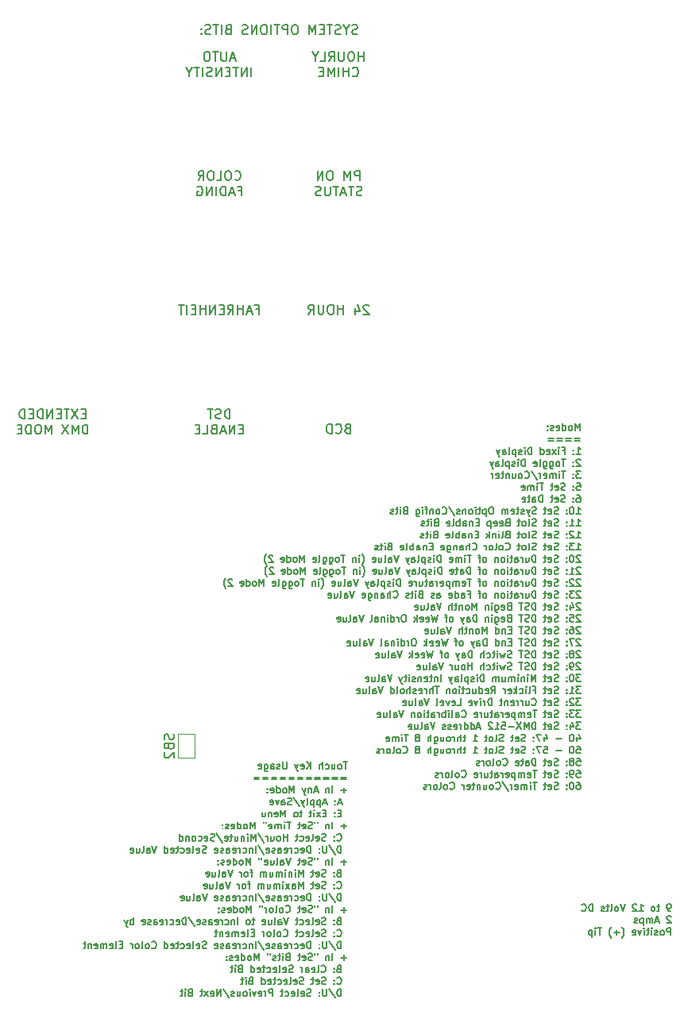
<source format=gbr>
G04 #@! TF.FileFunction,Legend,Bot*
%FSLAX46Y46*%
G04 Gerber Fmt 4.6, Leading zero omitted, Abs format (unit mm)*
G04 Created by KiCad (PCBNEW 4.0.7) date Thursday, March 08, 2018 'PMt' 06:34:28 PM*
%MOMM*%
%LPD*%
G01*
G04 APERTURE LIST*
%ADD10C,0.100000*%
%ADD11C,0.150000*%
%ADD12C,0.120000*%
G04 APERTURE END LIST*
D10*
D11*
X216955714Y-134446286D02*
X216812857Y-134446286D01*
X216741429Y-134410571D01*
X216705714Y-134374857D01*
X216634286Y-134267714D01*
X216598571Y-134124857D01*
X216598571Y-133839143D01*
X216634286Y-133767714D01*
X216670000Y-133732000D01*
X216741429Y-133696286D01*
X216884286Y-133696286D01*
X216955714Y-133732000D01*
X216991429Y-133767714D01*
X217027143Y-133839143D01*
X217027143Y-134017714D01*
X216991429Y-134089143D01*
X216955714Y-134124857D01*
X216884286Y-134160571D01*
X216741429Y-134160571D01*
X216670000Y-134124857D01*
X216634286Y-134089143D01*
X216598571Y-134017714D01*
X215812856Y-133946286D02*
X215527142Y-133946286D01*
X215705714Y-133696286D02*
X215705714Y-134339143D01*
X215669999Y-134410571D01*
X215598571Y-134446286D01*
X215527142Y-134446286D01*
X215170000Y-134446286D02*
X215241428Y-134410571D01*
X215277143Y-134374857D01*
X215312857Y-134303429D01*
X215312857Y-134089143D01*
X215277143Y-134017714D01*
X215241428Y-133982000D01*
X215170000Y-133946286D01*
X215062857Y-133946286D01*
X214991428Y-133982000D01*
X214955714Y-134017714D01*
X214920000Y-134089143D01*
X214920000Y-134303429D01*
X214955714Y-134374857D01*
X214991428Y-134410571D01*
X215062857Y-134446286D01*
X215170000Y-134446286D01*
X213634285Y-134446286D02*
X214062857Y-134446286D01*
X213848571Y-134446286D02*
X213848571Y-133696286D01*
X213920000Y-133803429D01*
X213991428Y-133874857D01*
X214062857Y-133910571D01*
X213348571Y-133767714D02*
X213312857Y-133732000D01*
X213241428Y-133696286D01*
X213062857Y-133696286D01*
X212991428Y-133732000D01*
X212955714Y-133767714D01*
X212919999Y-133839143D01*
X212919999Y-133910571D01*
X212955714Y-134017714D01*
X213384285Y-134446286D01*
X212919999Y-134446286D01*
X212134284Y-133696286D02*
X211884284Y-134446286D01*
X211634284Y-133696286D01*
X211277142Y-134446286D02*
X211348570Y-134410571D01*
X211384285Y-134374857D01*
X211419999Y-134303429D01*
X211419999Y-134089143D01*
X211384285Y-134017714D01*
X211348570Y-133982000D01*
X211277142Y-133946286D01*
X211169999Y-133946286D01*
X211098570Y-133982000D01*
X211062856Y-134017714D01*
X211027142Y-134089143D01*
X211027142Y-134303429D01*
X211062856Y-134374857D01*
X211098570Y-134410571D01*
X211169999Y-134446286D01*
X211277142Y-134446286D01*
X210598571Y-134446286D02*
X210669999Y-134410571D01*
X210705714Y-134339143D01*
X210705714Y-133696286D01*
X210419999Y-133946286D02*
X210134285Y-133946286D01*
X210312857Y-133696286D02*
X210312857Y-134339143D01*
X210277142Y-134410571D01*
X210205714Y-134446286D01*
X210134285Y-134446286D01*
X209920000Y-134410571D02*
X209848571Y-134446286D01*
X209705714Y-134446286D01*
X209634286Y-134410571D01*
X209598571Y-134339143D01*
X209598571Y-134303429D01*
X209634286Y-134232000D01*
X209705714Y-134196286D01*
X209812857Y-134196286D01*
X209884286Y-134160571D01*
X209920000Y-134089143D01*
X209920000Y-134053429D01*
X209884286Y-133982000D01*
X209812857Y-133946286D01*
X209705714Y-133946286D01*
X209634286Y-133982000D01*
X208705714Y-134446286D02*
X208705714Y-133696286D01*
X208527142Y-133696286D01*
X208419999Y-133732000D01*
X208348571Y-133803429D01*
X208312856Y-133874857D01*
X208277142Y-134017714D01*
X208277142Y-134124857D01*
X208312856Y-134267714D01*
X208348571Y-134339143D01*
X208419999Y-134410571D01*
X208527142Y-134446286D01*
X208705714Y-134446286D01*
X207527142Y-134374857D02*
X207562856Y-134410571D01*
X207669999Y-134446286D01*
X207741428Y-134446286D01*
X207848571Y-134410571D01*
X207919999Y-134339143D01*
X207955714Y-134267714D01*
X207991428Y-134124857D01*
X207991428Y-134017714D01*
X207955714Y-133874857D01*
X207919999Y-133803429D01*
X207848571Y-133732000D01*
X207741428Y-133696286D01*
X207669999Y-133696286D01*
X207562856Y-133732000D01*
X207527142Y-133767714D01*
X217027143Y-135042714D02*
X216991429Y-135007000D01*
X216920000Y-134971286D01*
X216741429Y-134971286D01*
X216670000Y-135007000D01*
X216634286Y-135042714D01*
X216598571Y-135114143D01*
X216598571Y-135185571D01*
X216634286Y-135292714D01*
X217062857Y-135721286D01*
X216598571Y-135721286D01*
X215741428Y-135507000D02*
X215384285Y-135507000D01*
X215812856Y-135721286D02*
X215562856Y-134971286D01*
X215312856Y-135721286D01*
X215062857Y-135721286D02*
X215062857Y-135221286D01*
X215062857Y-135292714D02*
X215027142Y-135257000D01*
X214955714Y-135221286D01*
X214848571Y-135221286D01*
X214777142Y-135257000D01*
X214741428Y-135328429D01*
X214741428Y-135721286D01*
X214741428Y-135328429D02*
X214705714Y-135257000D01*
X214634285Y-135221286D01*
X214527142Y-135221286D01*
X214455714Y-135257000D01*
X214419999Y-135328429D01*
X214419999Y-135721286D01*
X214062857Y-135221286D02*
X214062857Y-135971286D01*
X214062857Y-135257000D02*
X213991428Y-135221286D01*
X213848571Y-135221286D01*
X213777142Y-135257000D01*
X213741428Y-135292714D01*
X213705714Y-135364143D01*
X213705714Y-135578429D01*
X213741428Y-135649857D01*
X213777142Y-135685571D01*
X213848571Y-135721286D01*
X213991428Y-135721286D01*
X214062857Y-135685571D01*
X213420000Y-135685571D02*
X213348571Y-135721286D01*
X213205714Y-135721286D01*
X213134286Y-135685571D01*
X213098571Y-135614143D01*
X213098571Y-135578429D01*
X213134286Y-135507000D01*
X213205714Y-135471286D01*
X213312857Y-135471286D01*
X213384286Y-135435571D01*
X213420000Y-135364143D01*
X213420000Y-135328429D01*
X213384286Y-135257000D01*
X213312857Y-135221286D01*
X213205714Y-135221286D01*
X213134286Y-135257000D01*
X216991429Y-136996286D02*
X216991429Y-136246286D01*
X216705714Y-136246286D01*
X216634286Y-136282000D01*
X216598571Y-136317714D01*
X216562857Y-136389143D01*
X216562857Y-136496286D01*
X216598571Y-136567714D01*
X216634286Y-136603429D01*
X216705714Y-136639143D01*
X216991429Y-136639143D01*
X216134286Y-136996286D02*
X216205714Y-136960571D01*
X216241429Y-136924857D01*
X216277143Y-136853429D01*
X216277143Y-136639143D01*
X216241429Y-136567714D01*
X216205714Y-136532000D01*
X216134286Y-136496286D01*
X216027143Y-136496286D01*
X215955714Y-136532000D01*
X215920000Y-136567714D01*
X215884286Y-136639143D01*
X215884286Y-136853429D01*
X215920000Y-136924857D01*
X215955714Y-136960571D01*
X216027143Y-136996286D01*
X216134286Y-136996286D01*
X215598572Y-136960571D02*
X215527143Y-136996286D01*
X215384286Y-136996286D01*
X215312858Y-136960571D01*
X215277143Y-136889143D01*
X215277143Y-136853429D01*
X215312858Y-136782000D01*
X215384286Y-136746286D01*
X215491429Y-136746286D01*
X215562858Y-136710571D01*
X215598572Y-136639143D01*
X215598572Y-136603429D01*
X215562858Y-136532000D01*
X215491429Y-136496286D01*
X215384286Y-136496286D01*
X215312858Y-136532000D01*
X214955715Y-136996286D02*
X214955715Y-136496286D01*
X214955715Y-136246286D02*
X214991429Y-136282000D01*
X214955715Y-136317714D01*
X214920000Y-136282000D01*
X214955715Y-136246286D01*
X214955715Y-136317714D01*
X214705714Y-136496286D02*
X214420000Y-136496286D01*
X214598572Y-136246286D02*
X214598572Y-136889143D01*
X214562857Y-136960571D01*
X214491429Y-136996286D01*
X214420000Y-136996286D01*
X214170001Y-136996286D02*
X214170001Y-136496286D01*
X214170001Y-136246286D02*
X214205715Y-136282000D01*
X214170001Y-136317714D01*
X214134286Y-136282000D01*
X214170001Y-136246286D01*
X214170001Y-136317714D01*
X213884286Y-136496286D02*
X213705715Y-136996286D01*
X213527143Y-136496286D01*
X212955714Y-136960571D02*
X213027143Y-136996286D01*
X213170000Y-136996286D01*
X213241429Y-136960571D01*
X213277143Y-136889143D01*
X213277143Y-136603429D01*
X213241429Y-136532000D01*
X213170000Y-136496286D01*
X213027143Y-136496286D01*
X212955714Y-136532000D01*
X212920000Y-136603429D01*
X212920000Y-136674857D01*
X213277143Y-136746286D01*
X211812857Y-137282000D02*
X211848571Y-137246286D01*
X211920000Y-137139143D01*
X211955714Y-137067714D01*
X211991428Y-136960571D01*
X212027143Y-136782000D01*
X212027143Y-136639143D01*
X211991428Y-136460571D01*
X211955714Y-136353429D01*
X211920000Y-136282000D01*
X211848571Y-136174857D01*
X211812857Y-136139143D01*
X211527143Y-136710571D02*
X210955714Y-136710571D01*
X211241428Y-136996286D02*
X211241428Y-136424857D01*
X210670000Y-137282000D02*
X210634286Y-137246286D01*
X210562857Y-137139143D01*
X210527143Y-137067714D01*
X210491429Y-136960571D01*
X210455714Y-136782000D01*
X210455714Y-136639143D01*
X210491429Y-136460571D01*
X210527143Y-136353429D01*
X210562857Y-136282000D01*
X210634286Y-136174857D01*
X210670000Y-136139143D01*
X209634285Y-136246286D02*
X209205714Y-136246286D01*
X209420000Y-136996286D02*
X209420000Y-136246286D01*
X208955714Y-136996286D02*
X208955714Y-136496286D01*
X208955714Y-136246286D02*
X208991428Y-136282000D01*
X208955714Y-136317714D01*
X208919999Y-136282000D01*
X208955714Y-136246286D01*
X208955714Y-136317714D01*
X208598571Y-136496286D02*
X208598571Y-137246286D01*
X208598571Y-136532000D02*
X208527142Y-136496286D01*
X208384285Y-136496286D01*
X208312856Y-136532000D01*
X208277142Y-136567714D01*
X208241428Y-136639143D01*
X208241428Y-136853429D01*
X208277142Y-136924857D01*
X208312856Y-136960571D01*
X208384285Y-136996286D01*
X208527142Y-136996286D01*
X208598571Y-136960571D01*
X183617143Y-40917762D02*
X183474286Y-40965381D01*
X183236190Y-40965381D01*
X183140952Y-40917762D01*
X183093333Y-40870143D01*
X183045714Y-40774905D01*
X183045714Y-40679667D01*
X183093333Y-40584429D01*
X183140952Y-40536810D01*
X183236190Y-40489190D01*
X183426667Y-40441571D01*
X183521905Y-40393952D01*
X183569524Y-40346333D01*
X183617143Y-40251095D01*
X183617143Y-40155857D01*
X183569524Y-40060619D01*
X183521905Y-40013000D01*
X183426667Y-39965381D01*
X183188571Y-39965381D01*
X183045714Y-40013000D01*
X182426667Y-40489190D02*
X182426667Y-40965381D01*
X182760000Y-39965381D02*
X182426667Y-40489190D01*
X182093333Y-39965381D01*
X181807619Y-40917762D02*
X181664762Y-40965381D01*
X181426666Y-40965381D01*
X181331428Y-40917762D01*
X181283809Y-40870143D01*
X181236190Y-40774905D01*
X181236190Y-40679667D01*
X181283809Y-40584429D01*
X181331428Y-40536810D01*
X181426666Y-40489190D01*
X181617143Y-40441571D01*
X181712381Y-40393952D01*
X181760000Y-40346333D01*
X181807619Y-40251095D01*
X181807619Y-40155857D01*
X181760000Y-40060619D01*
X181712381Y-40013000D01*
X181617143Y-39965381D01*
X181379047Y-39965381D01*
X181236190Y-40013000D01*
X180950476Y-39965381D02*
X180379047Y-39965381D01*
X180664762Y-40965381D02*
X180664762Y-39965381D01*
X180045714Y-40441571D02*
X179712380Y-40441571D01*
X179569523Y-40965381D02*
X180045714Y-40965381D01*
X180045714Y-39965381D01*
X179569523Y-39965381D01*
X179140952Y-40965381D02*
X179140952Y-39965381D01*
X178807618Y-40679667D01*
X178474285Y-39965381D01*
X178474285Y-40965381D01*
X177045714Y-39965381D02*
X176855237Y-39965381D01*
X176759999Y-40013000D01*
X176664761Y-40108238D01*
X176617142Y-40298714D01*
X176617142Y-40632048D01*
X176664761Y-40822524D01*
X176759999Y-40917762D01*
X176855237Y-40965381D01*
X177045714Y-40965381D01*
X177140952Y-40917762D01*
X177236190Y-40822524D01*
X177283809Y-40632048D01*
X177283809Y-40298714D01*
X177236190Y-40108238D01*
X177140952Y-40013000D01*
X177045714Y-39965381D01*
X176188571Y-40965381D02*
X176188571Y-39965381D01*
X175807618Y-39965381D01*
X175712380Y-40013000D01*
X175664761Y-40060619D01*
X175617142Y-40155857D01*
X175617142Y-40298714D01*
X175664761Y-40393952D01*
X175712380Y-40441571D01*
X175807618Y-40489190D01*
X176188571Y-40489190D01*
X175331428Y-39965381D02*
X174759999Y-39965381D01*
X175045714Y-40965381D02*
X175045714Y-39965381D01*
X174426666Y-40965381D02*
X174426666Y-39965381D01*
X173760000Y-39965381D02*
X173569523Y-39965381D01*
X173474285Y-40013000D01*
X173379047Y-40108238D01*
X173331428Y-40298714D01*
X173331428Y-40632048D01*
X173379047Y-40822524D01*
X173474285Y-40917762D01*
X173569523Y-40965381D01*
X173760000Y-40965381D01*
X173855238Y-40917762D01*
X173950476Y-40822524D01*
X173998095Y-40632048D01*
X173998095Y-40298714D01*
X173950476Y-40108238D01*
X173855238Y-40013000D01*
X173760000Y-39965381D01*
X172902857Y-40965381D02*
X172902857Y-39965381D01*
X172331428Y-40965381D01*
X172331428Y-39965381D01*
X171902857Y-40917762D02*
X171760000Y-40965381D01*
X171521904Y-40965381D01*
X171426666Y-40917762D01*
X171379047Y-40870143D01*
X171331428Y-40774905D01*
X171331428Y-40679667D01*
X171379047Y-40584429D01*
X171426666Y-40536810D01*
X171521904Y-40489190D01*
X171712381Y-40441571D01*
X171807619Y-40393952D01*
X171855238Y-40346333D01*
X171902857Y-40251095D01*
X171902857Y-40155857D01*
X171855238Y-40060619D01*
X171807619Y-40013000D01*
X171712381Y-39965381D01*
X171474285Y-39965381D01*
X171331428Y-40013000D01*
X169807618Y-40441571D02*
X169664761Y-40489190D01*
X169617142Y-40536810D01*
X169569523Y-40632048D01*
X169569523Y-40774905D01*
X169617142Y-40870143D01*
X169664761Y-40917762D01*
X169759999Y-40965381D01*
X170140952Y-40965381D01*
X170140952Y-39965381D01*
X169807618Y-39965381D01*
X169712380Y-40013000D01*
X169664761Y-40060619D01*
X169617142Y-40155857D01*
X169617142Y-40251095D01*
X169664761Y-40346333D01*
X169712380Y-40393952D01*
X169807618Y-40441571D01*
X170140952Y-40441571D01*
X169140952Y-40965381D02*
X169140952Y-39965381D01*
X168807619Y-39965381D02*
X168236190Y-39965381D01*
X168521905Y-40965381D02*
X168521905Y-39965381D01*
X167950476Y-40917762D02*
X167807619Y-40965381D01*
X167569523Y-40965381D01*
X167474285Y-40917762D01*
X167426666Y-40870143D01*
X167379047Y-40774905D01*
X167379047Y-40679667D01*
X167426666Y-40584429D01*
X167474285Y-40536810D01*
X167569523Y-40489190D01*
X167760000Y-40441571D01*
X167855238Y-40393952D01*
X167902857Y-40346333D01*
X167950476Y-40251095D01*
X167950476Y-40155857D01*
X167902857Y-40060619D01*
X167855238Y-40013000D01*
X167760000Y-39965381D01*
X167521904Y-39965381D01*
X167379047Y-40013000D01*
X166950476Y-40870143D02*
X166902857Y-40917762D01*
X166950476Y-40965381D01*
X166998095Y-40917762D01*
X166950476Y-40870143D01*
X166950476Y-40965381D01*
X166950476Y-40346333D02*
X166902857Y-40393952D01*
X166950476Y-40441571D01*
X166998095Y-40393952D01*
X166950476Y-40346333D01*
X166950476Y-40441571D01*
X182554571Y-118540786D02*
X182126000Y-118540786D01*
X182340286Y-119290786D02*
X182340286Y-118540786D01*
X181768857Y-119290786D02*
X181840285Y-119255071D01*
X181876000Y-119219357D01*
X181911714Y-119147929D01*
X181911714Y-118933643D01*
X181876000Y-118862214D01*
X181840285Y-118826500D01*
X181768857Y-118790786D01*
X181661714Y-118790786D01*
X181590285Y-118826500D01*
X181554571Y-118862214D01*
X181518857Y-118933643D01*
X181518857Y-119147929D01*
X181554571Y-119219357D01*
X181590285Y-119255071D01*
X181661714Y-119290786D01*
X181768857Y-119290786D01*
X180876000Y-118790786D02*
X180876000Y-119290786D01*
X181197429Y-118790786D02*
X181197429Y-119183643D01*
X181161714Y-119255071D01*
X181090286Y-119290786D01*
X180983143Y-119290786D01*
X180911714Y-119255071D01*
X180876000Y-119219357D01*
X180197429Y-119255071D02*
X180268858Y-119290786D01*
X180411715Y-119290786D01*
X180483143Y-119255071D01*
X180518858Y-119219357D01*
X180554572Y-119147929D01*
X180554572Y-118933643D01*
X180518858Y-118862214D01*
X180483143Y-118826500D01*
X180411715Y-118790786D01*
X180268858Y-118790786D01*
X180197429Y-118826500D01*
X179876001Y-119290786D02*
X179876001Y-118540786D01*
X179554572Y-119290786D02*
X179554572Y-118897929D01*
X179590286Y-118826500D01*
X179661715Y-118790786D01*
X179768858Y-118790786D01*
X179840286Y-118826500D01*
X179876001Y-118862214D01*
X178626001Y-119290786D02*
X178626001Y-118540786D01*
X178197429Y-119290786D02*
X178518858Y-118862214D01*
X178197429Y-118540786D02*
X178626001Y-118969357D01*
X177590286Y-119255071D02*
X177661715Y-119290786D01*
X177804572Y-119290786D01*
X177876001Y-119255071D01*
X177911715Y-119183643D01*
X177911715Y-118897929D01*
X177876001Y-118826500D01*
X177804572Y-118790786D01*
X177661715Y-118790786D01*
X177590286Y-118826500D01*
X177554572Y-118897929D01*
X177554572Y-118969357D01*
X177911715Y-119040786D01*
X177304572Y-118790786D02*
X177126001Y-119290786D01*
X176947429Y-118790786D02*
X177126001Y-119290786D01*
X177197429Y-119469357D01*
X177233144Y-119505071D01*
X177304572Y-119540786D01*
X176090286Y-118540786D02*
X176090286Y-119147929D01*
X176054571Y-119219357D01*
X176018857Y-119255071D01*
X175947428Y-119290786D01*
X175804571Y-119290786D01*
X175733143Y-119255071D01*
X175697428Y-119219357D01*
X175661714Y-119147929D01*
X175661714Y-118540786D01*
X175340286Y-119255071D02*
X175268857Y-119290786D01*
X175126000Y-119290786D01*
X175054572Y-119255071D01*
X175018857Y-119183643D01*
X175018857Y-119147929D01*
X175054572Y-119076500D01*
X175126000Y-119040786D01*
X175233143Y-119040786D01*
X175304572Y-119005071D01*
X175340286Y-118933643D01*
X175340286Y-118897929D01*
X175304572Y-118826500D01*
X175233143Y-118790786D01*
X175126000Y-118790786D01*
X175054572Y-118826500D01*
X174376000Y-119290786D02*
X174376000Y-118897929D01*
X174411714Y-118826500D01*
X174483143Y-118790786D01*
X174626000Y-118790786D01*
X174697429Y-118826500D01*
X174376000Y-119255071D02*
X174447429Y-119290786D01*
X174626000Y-119290786D01*
X174697429Y-119255071D01*
X174733143Y-119183643D01*
X174733143Y-119112214D01*
X174697429Y-119040786D01*
X174626000Y-119005071D01*
X174447429Y-119005071D01*
X174376000Y-118969357D01*
X173697429Y-118790786D02*
X173697429Y-119397929D01*
X173733143Y-119469357D01*
X173768858Y-119505071D01*
X173840286Y-119540786D01*
X173947429Y-119540786D01*
X174018858Y-119505071D01*
X173697429Y-119255071D02*
X173768858Y-119290786D01*
X173911715Y-119290786D01*
X173983143Y-119255071D01*
X174018858Y-119219357D01*
X174054572Y-119147929D01*
X174054572Y-118933643D01*
X174018858Y-118862214D01*
X173983143Y-118826500D01*
X173911715Y-118790786D01*
X173768858Y-118790786D01*
X173697429Y-118826500D01*
X173054572Y-119255071D02*
X173126001Y-119290786D01*
X173268858Y-119290786D01*
X173340287Y-119255071D01*
X173376001Y-119183643D01*
X173376001Y-118897929D01*
X173340287Y-118826500D01*
X173268858Y-118790786D01*
X173126001Y-118790786D01*
X173054572Y-118826500D01*
X173018858Y-118897929D01*
X173018858Y-118969357D01*
X173376001Y-119040786D01*
X182447429Y-120172929D02*
X181876000Y-120172929D01*
X181876000Y-120387214D02*
X182447429Y-120387214D01*
X181518858Y-120172929D02*
X180947429Y-120172929D01*
X180947429Y-120387214D02*
X181518858Y-120387214D01*
X180590287Y-120172929D02*
X180018858Y-120172929D01*
X180018858Y-120387214D02*
X180590287Y-120387214D01*
X179661716Y-120172929D02*
X179090287Y-120172929D01*
X179090287Y-120387214D02*
X179661716Y-120387214D01*
X178733145Y-120172929D02*
X178161716Y-120172929D01*
X178161716Y-120387214D02*
X178733145Y-120387214D01*
X177804574Y-120172929D02*
X177233145Y-120172929D01*
X177233145Y-120387214D02*
X177804574Y-120387214D01*
X176876003Y-120172929D02*
X176304574Y-120172929D01*
X176304574Y-120387214D02*
X176876003Y-120387214D01*
X175947432Y-120172929D02*
X175376003Y-120172929D01*
X175376003Y-120387214D02*
X175947432Y-120387214D01*
X175018861Y-120172929D02*
X174447432Y-120172929D01*
X174447432Y-120387214D02*
X175018861Y-120387214D01*
X174090290Y-120172929D02*
X173518861Y-120172929D01*
X173518861Y-120387214D02*
X174090290Y-120387214D01*
X173161719Y-120172929D02*
X172590290Y-120172929D01*
X172590290Y-120387214D02*
X173161719Y-120387214D01*
X182447429Y-121555071D02*
X181876000Y-121555071D01*
X182161714Y-121840786D02*
X182161714Y-121269357D01*
X180947429Y-121840786D02*
X180947429Y-121090786D01*
X180590286Y-121340786D02*
X180590286Y-121840786D01*
X180590286Y-121412214D02*
X180554571Y-121376500D01*
X180483143Y-121340786D01*
X180376000Y-121340786D01*
X180304571Y-121376500D01*
X180268857Y-121447929D01*
X180268857Y-121840786D01*
X179376000Y-121626500D02*
X179018857Y-121626500D01*
X179447428Y-121840786D02*
X179197428Y-121090786D01*
X178947428Y-121840786D01*
X178697429Y-121340786D02*
X178697429Y-121840786D01*
X178697429Y-121412214D02*
X178661714Y-121376500D01*
X178590286Y-121340786D01*
X178483143Y-121340786D01*
X178411714Y-121376500D01*
X178376000Y-121447929D01*
X178376000Y-121840786D01*
X178090286Y-121340786D02*
X177911715Y-121840786D01*
X177733143Y-121340786D02*
X177911715Y-121840786D01*
X177983143Y-122019357D01*
X178018858Y-122055071D01*
X178090286Y-122090786D01*
X176876000Y-121840786D02*
X176876000Y-121090786D01*
X176626000Y-121626500D01*
X176376000Y-121090786D01*
X176376000Y-121840786D01*
X175911714Y-121840786D02*
X175983142Y-121805071D01*
X176018857Y-121769357D01*
X176054571Y-121697929D01*
X176054571Y-121483643D01*
X176018857Y-121412214D01*
X175983142Y-121376500D01*
X175911714Y-121340786D01*
X175804571Y-121340786D01*
X175733142Y-121376500D01*
X175697428Y-121412214D01*
X175661714Y-121483643D01*
X175661714Y-121697929D01*
X175697428Y-121769357D01*
X175733142Y-121805071D01*
X175804571Y-121840786D01*
X175911714Y-121840786D01*
X175018857Y-121840786D02*
X175018857Y-121090786D01*
X175018857Y-121805071D02*
X175090286Y-121840786D01*
X175233143Y-121840786D01*
X175304571Y-121805071D01*
X175340286Y-121769357D01*
X175376000Y-121697929D01*
X175376000Y-121483643D01*
X175340286Y-121412214D01*
X175304571Y-121376500D01*
X175233143Y-121340786D01*
X175090286Y-121340786D01*
X175018857Y-121376500D01*
X174376000Y-121805071D02*
X174447429Y-121840786D01*
X174590286Y-121840786D01*
X174661715Y-121805071D01*
X174697429Y-121733643D01*
X174697429Y-121447929D01*
X174661715Y-121376500D01*
X174590286Y-121340786D01*
X174447429Y-121340786D01*
X174376000Y-121376500D01*
X174340286Y-121447929D01*
X174340286Y-121519357D01*
X174697429Y-121590786D01*
X174018858Y-121769357D02*
X173983143Y-121805071D01*
X174018858Y-121840786D01*
X174054572Y-121805071D01*
X174018858Y-121769357D01*
X174018858Y-121840786D01*
X174018858Y-121376500D02*
X173983143Y-121412214D01*
X174018858Y-121447929D01*
X174054572Y-121412214D01*
X174018858Y-121376500D01*
X174018858Y-121447929D01*
X181911714Y-122901500D02*
X181554571Y-122901500D01*
X181983142Y-123115786D02*
X181733142Y-122365786D01*
X181483142Y-123115786D01*
X181233143Y-123044357D02*
X181197428Y-123080071D01*
X181233143Y-123115786D01*
X181268857Y-123080071D01*
X181233143Y-123044357D01*
X181233143Y-123115786D01*
X181233143Y-122651500D02*
X181197428Y-122687214D01*
X181233143Y-122722929D01*
X181268857Y-122687214D01*
X181233143Y-122651500D01*
X181233143Y-122722929D01*
X180340285Y-122901500D02*
X179983142Y-122901500D01*
X180411713Y-123115786D02*
X180161713Y-122365786D01*
X179911713Y-123115786D01*
X179661714Y-122615786D02*
X179661714Y-123365786D01*
X179661714Y-122651500D02*
X179590285Y-122615786D01*
X179447428Y-122615786D01*
X179375999Y-122651500D01*
X179340285Y-122687214D01*
X179304571Y-122758643D01*
X179304571Y-122972929D01*
X179340285Y-123044357D01*
X179375999Y-123080071D01*
X179447428Y-123115786D01*
X179590285Y-123115786D01*
X179661714Y-123080071D01*
X178983143Y-122615786D02*
X178983143Y-123365786D01*
X178983143Y-122651500D02*
X178911714Y-122615786D01*
X178768857Y-122615786D01*
X178697428Y-122651500D01*
X178661714Y-122687214D01*
X178626000Y-122758643D01*
X178626000Y-122972929D01*
X178661714Y-123044357D01*
X178697428Y-123080071D01*
X178768857Y-123115786D01*
X178911714Y-123115786D01*
X178983143Y-123080071D01*
X178197429Y-123115786D02*
X178268857Y-123080071D01*
X178304572Y-123008643D01*
X178304572Y-122365786D01*
X177983143Y-122615786D02*
X177804572Y-123115786D01*
X177626000Y-122615786D02*
X177804572Y-123115786D01*
X177876000Y-123294357D01*
X177911715Y-123330071D01*
X177983143Y-123365786D01*
X176804571Y-122330071D02*
X177447428Y-123294357D01*
X176590286Y-123080071D02*
X176483143Y-123115786D01*
X176304572Y-123115786D01*
X176233143Y-123080071D01*
X176197429Y-123044357D01*
X176161714Y-122972929D01*
X176161714Y-122901500D01*
X176197429Y-122830071D01*
X176233143Y-122794357D01*
X176304572Y-122758643D01*
X176447429Y-122722929D01*
X176518857Y-122687214D01*
X176554572Y-122651500D01*
X176590286Y-122580071D01*
X176590286Y-122508643D01*
X176554572Y-122437214D01*
X176518857Y-122401500D01*
X176447429Y-122365786D01*
X176268857Y-122365786D01*
X176161714Y-122401500D01*
X175518857Y-123115786D02*
X175518857Y-122722929D01*
X175554571Y-122651500D01*
X175626000Y-122615786D01*
X175768857Y-122615786D01*
X175840286Y-122651500D01*
X175518857Y-123080071D02*
X175590286Y-123115786D01*
X175768857Y-123115786D01*
X175840286Y-123080071D01*
X175876000Y-123008643D01*
X175876000Y-122937214D01*
X175840286Y-122865786D01*
X175768857Y-122830071D01*
X175590286Y-122830071D01*
X175518857Y-122794357D01*
X175233143Y-122615786D02*
X175054572Y-123115786D01*
X174876000Y-122615786D01*
X174304571Y-123080071D02*
X174376000Y-123115786D01*
X174518857Y-123115786D01*
X174590286Y-123080071D01*
X174626000Y-123008643D01*
X174626000Y-122722929D01*
X174590286Y-122651500D01*
X174518857Y-122615786D01*
X174376000Y-122615786D01*
X174304571Y-122651500D01*
X174268857Y-122722929D01*
X174268857Y-122794357D01*
X174626000Y-122865786D01*
X181876000Y-123997929D02*
X181626000Y-123997929D01*
X181518857Y-124390786D02*
X181876000Y-124390786D01*
X181876000Y-123640786D01*
X181518857Y-123640786D01*
X181197429Y-124319357D02*
X181161714Y-124355071D01*
X181197429Y-124390786D01*
X181233143Y-124355071D01*
X181197429Y-124319357D01*
X181197429Y-124390786D01*
X181197429Y-123926500D02*
X181161714Y-123962214D01*
X181197429Y-123997929D01*
X181233143Y-123962214D01*
X181197429Y-123926500D01*
X181197429Y-123997929D01*
X180268857Y-123997929D02*
X180018857Y-123997929D01*
X179911714Y-124390786D02*
X180268857Y-124390786D01*
X180268857Y-123640786D01*
X179911714Y-123640786D01*
X179661714Y-124390786D02*
X179268857Y-123890786D01*
X179661714Y-123890786D02*
X179268857Y-124390786D01*
X178983143Y-124390786D02*
X178983143Y-123890786D01*
X178983143Y-123640786D02*
X179018857Y-123676500D01*
X178983143Y-123712214D01*
X178947428Y-123676500D01*
X178983143Y-123640786D01*
X178983143Y-123712214D01*
X178733142Y-123890786D02*
X178447428Y-123890786D01*
X178626000Y-123640786D02*
X178626000Y-124283643D01*
X178590285Y-124355071D01*
X178518857Y-124390786D01*
X178447428Y-124390786D01*
X177733142Y-123890786D02*
X177447428Y-123890786D01*
X177626000Y-123640786D02*
X177626000Y-124283643D01*
X177590285Y-124355071D01*
X177518857Y-124390786D01*
X177447428Y-124390786D01*
X177090286Y-124390786D02*
X177161714Y-124355071D01*
X177197429Y-124319357D01*
X177233143Y-124247929D01*
X177233143Y-124033643D01*
X177197429Y-123962214D01*
X177161714Y-123926500D01*
X177090286Y-123890786D01*
X176983143Y-123890786D01*
X176911714Y-123926500D01*
X176876000Y-123962214D01*
X176840286Y-124033643D01*
X176840286Y-124247929D01*
X176876000Y-124319357D01*
X176911714Y-124355071D01*
X176983143Y-124390786D01*
X177090286Y-124390786D01*
X175947429Y-124390786D02*
X175947429Y-123640786D01*
X175697429Y-124176500D01*
X175447429Y-123640786D01*
X175447429Y-124390786D01*
X174804571Y-124355071D02*
X174876000Y-124390786D01*
X175018857Y-124390786D01*
X175090286Y-124355071D01*
X175126000Y-124283643D01*
X175126000Y-123997929D01*
X175090286Y-123926500D01*
X175018857Y-123890786D01*
X174876000Y-123890786D01*
X174804571Y-123926500D01*
X174768857Y-123997929D01*
X174768857Y-124069357D01*
X175126000Y-124140786D01*
X174447429Y-123890786D02*
X174447429Y-124390786D01*
X174447429Y-123962214D02*
X174411714Y-123926500D01*
X174340286Y-123890786D01*
X174233143Y-123890786D01*
X174161714Y-123926500D01*
X174126000Y-123997929D01*
X174126000Y-124390786D01*
X173447429Y-123890786D02*
X173447429Y-124390786D01*
X173768858Y-123890786D02*
X173768858Y-124283643D01*
X173733143Y-124355071D01*
X173661715Y-124390786D01*
X173554572Y-124390786D01*
X173483143Y-124355071D01*
X173447429Y-124319357D01*
X182447429Y-125380071D02*
X181876000Y-125380071D01*
X182161714Y-125665786D02*
X182161714Y-125094357D01*
X180947429Y-125665786D02*
X180947429Y-124915786D01*
X180590286Y-125165786D02*
X180590286Y-125665786D01*
X180590286Y-125237214D02*
X180554571Y-125201500D01*
X180483143Y-125165786D01*
X180376000Y-125165786D01*
X180304571Y-125201500D01*
X180268857Y-125272929D01*
X180268857Y-125665786D01*
X179376000Y-124915786D02*
X179376000Y-125058643D01*
X179090286Y-124915786D02*
X179090286Y-125058643D01*
X178804571Y-125630071D02*
X178697428Y-125665786D01*
X178518857Y-125665786D01*
X178447428Y-125630071D01*
X178411714Y-125594357D01*
X178375999Y-125522929D01*
X178375999Y-125451500D01*
X178411714Y-125380071D01*
X178447428Y-125344357D01*
X178518857Y-125308643D01*
X178661714Y-125272929D01*
X178733142Y-125237214D01*
X178768857Y-125201500D01*
X178804571Y-125130071D01*
X178804571Y-125058643D01*
X178768857Y-124987214D01*
X178733142Y-124951500D01*
X178661714Y-124915786D01*
X178483142Y-124915786D01*
X178375999Y-124951500D01*
X177768856Y-125630071D02*
X177840285Y-125665786D01*
X177983142Y-125665786D01*
X178054571Y-125630071D01*
X178090285Y-125558643D01*
X178090285Y-125272929D01*
X178054571Y-125201500D01*
X177983142Y-125165786D01*
X177840285Y-125165786D01*
X177768856Y-125201500D01*
X177733142Y-125272929D01*
X177733142Y-125344357D01*
X178090285Y-125415786D01*
X177518856Y-125165786D02*
X177233142Y-125165786D01*
X177411714Y-124915786D02*
X177411714Y-125558643D01*
X177375999Y-125630071D01*
X177304571Y-125665786D01*
X177233142Y-125665786D01*
X176518856Y-124915786D02*
X176090285Y-124915786D01*
X176304571Y-125665786D02*
X176304571Y-124915786D01*
X175840285Y-125665786D02*
X175840285Y-125165786D01*
X175840285Y-124915786D02*
X175875999Y-124951500D01*
X175840285Y-124987214D01*
X175804570Y-124951500D01*
X175840285Y-124915786D01*
X175840285Y-124987214D01*
X175483142Y-125665786D02*
X175483142Y-125165786D01*
X175483142Y-125237214D02*
X175447427Y-125201500D01*
X175375999Y-125165786D01*
X175268856Y-125165786D01*
X175197427Y-125201500D01*
X175161713Y-125272929D01*
X175161713Y-125665786D01*
X175161713Y-125272929D02*
X175125999Y-125201500D01*
X175054570Y-125165786D01*
X174947427Y-125165786D01*
X174875999Y-125201500D01*
X174840284Y-125272929D01*
X174840284Y-125665786D01*
X174197427Y-125630071D02*
X174268856Y-125665786D01*
X174411713Y-125665786D01*
X174483142Y-125630071D01*
X174518856Y-125558643D01*
X174518856Y-125272929D01*
X174483142Y-125201500D01*
X174411713Y-125165786D01*
X174268856Y-125165786D01*
X174197427Y-125201500D01*
X174161713Y-125272929D01*
X174161713Y-125344357D01*
X174518856Y-125415786D01*
X173875999Y-124915786D02*
X173875999Y-125058643D01*
X173590285Y-124915786D02*
X173590285Y-125058643D01*
X172697427Y-125665786D02*
X172697427Y-124915786D01*
X172447427Y-125451500D01*
X172197427Y-124915786D01*
X172197427Y-125665786D01*
X171733141Y-125665786D02*
X171804569Y-125630071D01*
X171840284Y-125594357D01*
X171875998Y-125522929D01*
X171875998Y-125308643D01*
X171840284Y-125237214D01*
X171804569Y-125201500D01*
X171733141Y-125165786D01*
X171625998Y-125165786D01*
X171554569Y-125201500D01*
X171518855Y-125237214D01*
X171483141Y-125308643D01*
X171483141Y-125522929D01*
X171518855Y-125594357D01*
X171554569Y-125630071D01*
X171625998Y-125665786D01*
X171733141Y-125665786D01*
X170840284Y-125665786D02*
X170840284Y-124915786D01*
X170840284Y-125630071D02*
X170911713Y-125665786D01*
X171054570Y-125665786D01*
X171125998Y-125630071D01*
X171161713Y-125594357D01*
X171197427Y-125522929D01*
X171197427Y-125308643D01*
X171161713Y-125237214D01*
X171125998Y-125201500D01*
X171054570Y-125165786D01*
X170911713Y-125165786D01*
X170840284Y-125201500D01*
X170197427Y-125630071D02*
X170268856Y-125665786D01*
X170411713Y-125665786D01*
X170483142Y-125630071D01*
X170518856Y-125558643D01*
X170518856Y-125272929D01*
X170483142Y-125201500D01*
X170411713Y-125165786D01*
X170268856Y-125165786D01*
X170197427Y-125201500D01*
X170161713Y-125272929D01*
X170161713Y-125344357D01*
X170518856Y-125415786D01*
X169875999Y-125630071D02*
X169804570Y-125665786D01*
X169661713Y-125665786D01*
X169590285Y-125630071D01*
X169554570Y-125558643D01*
X169554570Y-125522929D01*
X169590285Y-125451500D01*
X169661713Y-125415786D01*
X169768856Y-125415786D01*
X169840285Y-125380071D01*
X169875999Y-125308643D01*
X169875999Y-125272929D01*
X169840285Y-125201500D01*
X169768856Y-125165786D01*
X169661713Y-125165786D01*
X169590285Y-125201500D01*
X169233142Y-125594357D02*
X169197427Y-125630071D01*
X169233142Y-125665786D01*
X169268856Y-125630071D01*
X169233142Y-125594357D01*
X169233142Y-125665786D01*
X169233142Y-125201500D02*
X169197427Y-125237214D01*
X169233142Y-125272929D01*
X169268856Y-125237214D01*
X169233142Y-125201500D01*
X169233142Y-125272929D01*
X181447428Y-126869357D02*
X181483142Y-126905071D01*
X181590285Y-126940786D01*
X181661714Y-126940786D01*
X181768857Y-126905071D01*
X181840285Y-126833643D01*
X181876000Y-126762214D01*
X181911714Y-126619357D01*
X181911714Y-126512214D01*
X181876000Y-126369357D01*
X181840285Y-126297929D01*
X181768857Y-126226500D01*
X181661714Y-126190786D01*
X181590285Y-126190786D01*
X181483142Y-126226500D01*
X181447428Y-126262214D01*
X181126000Y-126869357D02*
X181090285Y-126905071D01*
X181126000Y-126940786D01*
X181161714Y-126905071D01*
X181126000Y-126869357D01*
X181126000Y-126940786D01*
X181126000Y-126476500D02*
X181090285Y-126512214D01*
X181126000Y-126547929D01*
X181161714Y-126512214D01*
X181126000Y-126476500D01*
X181126000Y-126547929D01*
X180233142Y-126905071D02*
X180125999Y-126940786D01*
X179947428Y-126940786D01*
X179875999Y-126905071D01*
X179840285Y-126869357D01*
X179804570Y-126797929D01*
X179804570Y-126726500D01*
X179840285Y-126655071D01*
X179875999Y-126619357D01*
X179947428Y-126583643D01*
X180090285Y-126547929D01*
X180161713Y-126512214D01*
X180197428Y-126476500D01*
X180233142Y-126405071D01*
X180233142Y-126333643D01*
X180197428Y-126262214D01*
X180161713Y-126226500D01*
X180090285Y-126190786D01*
X179911713Y-126190786D01*
X179804570Y-126226500D01*
X179197427Y-126905071D02*
X179268856Y-126940786D01*
X179411713Y-126940786D01*
X179483142Y-126905071D01*
X179518856Y-126833643D01*
X179518856Y-126547929D01*
X179483142Y-126476500D01*
X179411713Y-126440786D01*
X179268856Y-126440786D01*
X179197427Y-126476500D01*
X179161713Y-126547929D01*
X179161713Y-126619357D01*
X179518856Y-126690786D01*
X178733142Y-126940786D02*
X178804570Y-126905071D01*
X178840285Y-126833643D01*
X178840285Y-126190786D01*
X178161713Y-126905071D02*
X178233142Y-126940786D01*
X178375999Y-126940786D01*
X178447428Y-126905071D01*
X178483142Y-126833643D01*
X178483142Y-126547929D01*
X178447428Y-126476500D01*
X178375999Y-126440786D01*
X178233142Y-126440786D01*
X178161713Y-126476500D01*
X178125999Y-126547929D01*
X178125999Y-126619357D01*
X178483142Y-126690786D01*
X177483142Y-126905071D02*
X177554571Y-126940786D01*
X177697428Y-126940786D01*
X177768856Y-126905071D01*
X177804571Y-126869357D01*
X177840285Y-126797929D01*
X177840285Y-126583643D01*
X177804571Y-126512214D01*
X177768856Y-126476500D01*
X177697428Y-126440786D01*
X177554571Y-126440786D01*
X177483142Y-126476500D01*
X177268856Y-126440786D02*
X176983142Y-126440786D01*
X177161714Y-126190786D02*
X177161714Y-126833643D01*
X177125999Y-126905071D01*
X177054571Y-126940786D01*
X176983142Y-126940786D01*
X176161714Y-126940786D02*
X176161714Y-126190786D01*
X176161714Y-126547929D02*
X175733142Y-126547929D01*
X175733142Y-126940786D02*
X175733142Y-126190786D01*
X175268857Y-126940786D02*
X175340285Y-126905071D01*
X175376000Y-126869357D01*
X175411714Y-126797929D01*
X175411714Y-126583643D01*
X175376000Y-126512214D01*
X175340285Y-126476500D01*
X175268857Y-126440786D01*
X175161714Y-126440786D01*
X175090285Y-126476500D01*
X175054571Y-126512214D01*
X175018857Y-126583643D01*
X175018857Y-126797929D01*
X175054571Y-126869357D01*
X175090285Y-126905071D01*
X175161714Y-126940786D01*
X175268857Y-126940786D01*
X174376000Y-126440786D02*
X174376000Y-126940786D01*
X174697429Y-126440786D02*
X174697429Y-126833643D01*
X174661714Y-126905071D01*
X174590286Y-126940786D01*
X174483143Y-126940786D01*
X174411714Y-126905071D01*
X174376000Y-126869357D01*
X174018858Y-126940786D02*
X174018858Y-126440786D01*
X174018858Y-126583643D02*
X173983143Y-126512214D01*
X173947429Y-126476500D01*
X173876000Y-126440786D01*
X173804572Y-126440786D01*
X173018857Y-126155071D02*
X173661714Y-127119357D01*
X172768858Y-126940786D02*
X172768858Y-126190786D01*
X172518858Y-126726500D01*
X172268858Y-126190786D01*
X172268858Y-126940786D01*
X171911715Y-126940786D02*
X171911715Y-126440786D01*
X171911715Y-126190786D02*
X171947429Y-126226500D01*
X171911715Y-126262214D01*
X171876000Y-126226500D01*
X171911715Y-126190786D01*
X171911715Y-126262214D01*
X171554572Y-126440786D02*
X171554572Y-126940786D01*
X171554572Y-126512214D02*
X171518857Y-126476500D01*
X171447429Y-126440786D01*
X171340286Y-126440786D01*
X171268857Y-126476500D01*
X171233143Y-126547929D01*
X171233143Y-126940786D01*
X170554572Y-126440786D02*
X170554572Y-126940786D01*
X170876001Y-126440786D02*
X170876001Y-126833643D01*
X170840286Y-126905071D01*
X170768858Y-126940786D01*
X170661715Y-126940786D01*
X170590286Y-126905071D01*
X170554572Y-126869357D01*
X170304572Y-126440786D02*
X170018858Y-126440786D01*
X170197430Y-126190786D02*
X170197430Y-126833643D01*
X170161715Y-126905071D01*
X170090287Y-126940786D01*
X170018858Y-126940786D01*
X169483144Y-126905071D02*
X169554573Y-126940786D01*
X169697430Y-126940786D01*
X169768859Y-126905071D01*
X169804573Y-126833643D01*
X169804573Y-126547929D01*
X169768859Y-126476500D01*
X169697430Y-126440786D01*
X169554573Y-126440786D01*
X169483144Y-126476500D01*
X169447430Y-126547929D01*
X169447430Y-126619357D01*
X169804573Y-126690786D01*
X168590287Y-126155071D02*
X169233144Y-127119357D01*
X168376002Y-126905071D02*
X168268859Y-126940786D01*
X168090288Y-126940786D01*
X168018859Y-126905071D01*
X167983145Y-126869357D01*
X167947430Y-126797929D01*
X167947430Y-126726500D01*
X167983145Y-126655071D01*
X168018859Y-126619357D01*
X168090288Y-126583643D01*
X168233145Y-126547929D01*
X168304573Y-126512214D01*
X168340288Y-126476500D01*
X168376002Y-126405071D01*
X168376002Y-126333643D01*
X168340288Y-126262214D01*
X168304573Y-126226500D01*
X168233145Y-126190786D01*
X168054573Y-126190786D01*
X167947430Y-126226500D01*
X167340287Y-126905071D02*
X167411716Y-126940786D01*
X167554573Y-126940786D01*
X167626002Y-126905071D01*
X167661716Y-126833643D01*
X167661716Y-126547929D01*
X167626002Y-126476500D01*
X167554573Y-126440786D01*
X167411716Y-126440786D01*
X167340287Y-126476500D01*
X167304573Y-126547929D01*
X167304573Y-126619357D01*
X167661716Y-126690786D01*
X166661716Y-126905071D02*
X166733145Y-126940786D01*
X166876002Y-126940786D01*
X166947430Y-126905071D01*
X166983145Y-126869357D01*
X167018859Y-126797929D01*
X167018859Y-126583643D01*
X166983145Y-126512214D01*
X166947430Y-126476500D01*
X166876002Y-126440786D01*
X166733145Y-126440786D01*
X166661716Y-126476500D01*
X166233145Y-126940786D02*
X166304573Y-126905071D01*
X166340288Y-126869357D01*
X166376002Y-126797929D01*
X166376002Y-126583643D01*
X166340288Y-126512214D01*
X166304573Y-126476500D01*
X166233145Y-126440786D01*
X166126002Y-126440786D01*
X166054573Y-126476500D01*
X166018859Y-126512214D01*
X165983145Y-126583643D01*
X165983145Y-126797929D01*
X166018859Y-126869357D01*
X166054573Y-126905071D01*
X166126002Y-126940786D01*
X166233145Y-126940786D01*
X165661717Y-126440786D02*
X165661717Y-126940786D01*
X165661717Y-126512214D02*
X165626002Y-126476500D01*
X165554574Y-126440786D01*
X165447431Y-126440786D01*
X165376002Y-126476500D01*
X165340288Y-126547929D01*
X165340288Y-126940786D01*
X164661717Y-126940786D02*
X164661717Y-126190786D01*
X164661717Y-126905071D02*
X164733146Y-126940786D01*
X164876003Y-126940786D01*
X164947431Y-126905071D01*
X164983146Y-126869357D01*
X165018860Y-126797929D01*
X165018860Y-126583643D01*
X164983146Y-126512214D01*
X164947431Y-126476500D01*
X164876003Y-126440786D01*
X164733146Y-126440786D01*
X164661717Y-126476500D01*
X181876000Y-128215786D02*
X181876000Y-127465786D01*
X181697428Y-127465786D01*
X181590285Y-127501500D01*
X181518857Y-127572929D01*
X181483142Y-127644357D01*
X181447428Y-127787214D01*
X181447428Y-127894357D01*
X181483142Y-128037214D01*
X181518857Y-128108643D01*
X181590285Y-128180071D01*
X181697428Y-128215786D01*
X181876000Y-128215786D01*
X180590285Y-127430071D02*
X181233142Y-128394357D01*
X180340286Y-127465786D02*
X180340286Y-128072929D01*
X180304571Y-128144357D01*
X180268857Y-128180071D01*
X180197428Y-128215786D01*
X180054571Y-128215786D01*
X179983143Y-128180071D01*
X179947428Y-128144357D01*
X179911714Y-128072929D01*
X179911714Y-127465786D01*
X179554572Y-128144357D02*
X179518857Y-128180071D01*
X179554572Y-128215786D01*
X179590286Y-128180071D01*
X179554572Y-128144357D01*
X179554572Y-128215786D01*
X179554572Y-127751500D02*
X179518857Y-127787214D01*
X179554572Y-127822929D01*
X179590286Y-127787214D01*
X179554572Y-127751500D01*
X179554572Y-127822929D01*
X178626000Y-128215786D02*
X178626000Y-127465786D01*
X178447428Y-127465786D01*
X178340285Y-127501500D01*
X178268857Y-127572929D01*
X178233142Y-127644357D01*
X178197428Y-127787214D01*
X178197428Y-127894357D01*
X178233142Y-128037214D01*
X178268857Y-128108643D01*
X178340285Y-128180071D01*
X178447428Y-128215786D01*
X178626000Y-128215786D01*
X177590285Y-128180071D02*
X177661714Y-128215786D01*
X177804571Y-128215786D01*
X177876000Y-128180071D01*
X177911714Y-128108643D01*
X177911714Y-127822929D01*
X177876000Y-127751500D01*
X177804571Y-127715786D01*
X177661714Y-127715786D01*
X177590285Y-127751500D01*
X177554571Y-127822929D01*
X177554571Y-127894357D01*
X177911714Y-127965786D01*
X176911714Y-128180071D02*
X176983143Y-128215786D01*
X177126000Y-128215786D01*
X177197428Y-128180071D01*
X177233143Y-128144357D01*
X177268857Y-128072929D01*
X177268857Y-127858643D01*
X177233143Y-127787214D01*
X177197428Y-127751500D01*
X177126000Y-127715786D01*
X176983143Y-127715786D01*
X176911714Y-127751500D01*
X176590286Y-128215786D02*
X176590286Y-127715786D01*
X176590286Y-127858643D02*
X176554571Y-127787214D01*
X176518857Y-127751500D01*
X176447428Y-127715786D01*
X176376000Y-127715786D01*
X175840285Y-128180071D02*
X175911714Y-128215786D01*
X176054571Y-128215786D01*
X176126000Y-128180071D01*
X176161714Y-128108643D01*
X176161714Y-127822929D01*
X176126000Y-127751500D01*
X176054571Y-127715786D01*
X175911714Y-127715786D01*
X175840285Y-127751500D01*
X175804571Y-127822929D01*
X175804571Y-127894357D01*
X176161714Y-127965786D01*
X175161714Y-128215786D02*
X175161714Y-127822929D01*
X175197428Y-127751500D01*
X175268857Y-127715786D01*
X175411714Y-127715786D01*
X175483143Y-127751500D01*
X175161714Y-128180071D02*
X175233143Y-128215786D01*
X175411714Y-128215786D01*
X175483143Y-128180071D01*
X175518857Y-128108643D01*
X175518857Y-128037214D01*
X175483143Y-127965786D01*
X175411714Y-127930071D01*
X175233143Y-127930071D01*
X175161714Y-127894357D01*
X174840286Y-128180071D02*
X174768857Y-128215786D01*
X174626000Y-128215786D01*
X174554572Y-128180071D01*
X174518857Y-128108643D01*
X174518857Y-128072929D01*
X174554572Y-128001500D01*
X174626000Y-127965786D01*
X174733143Y-127965786D01*
X174804572Y-127930071D01*
X174840286Y-127858643D01*
X174840286Y-127822929D01*
X174804572Y-127751500D01*
X174733143Y-127715786D01*
X174626000Y-127715786D01*
X174554572Y-127751500D01*
X173911714Y-128180071D02*
X173983143Y-128215786D01*
X174126000Y-128215786D01*
X174197429Y-128180071D01*
X174233143Y-128108643D01*
X174233143Y-127822929D01*
X174197429Y-127751500D01*
X174126000Y-127715786D01*
X173983143Y-127715786D01*
X173911714Y-127751500D01*
X173876000Y-127822929D01*
X173876000Y-127894357D01*
X174233143Y-127965786D01*
X173018857Y-127430071D02*
X173661714Y-128394357D01*
X172768858Y-128215786D02*
X172768858Y-127465786D01*
X172411715Y-127715786D02*
X172411715Y-128215786D01*
X172411715Y-127787214D02*
X172376000Y-127751500D01*
X172304572Y-127715786D01*
X172197429Y-127715786D01*
X172126000Y-127751500D01*
X172090286Y-127822929D01*
X172090286Y-128215786D01*
X171411715Y-128180071D02*
X171483144Y-128215786D01*
X171626001Y-128215786D01*
X171697429Y-128180071D01*
X171733144Y-128144357D01*
X171768858Y-128072929D01*
X171768858Y-127858643D01*
X171733144Y-127787214D01*
X171697429Y-127751500D01*
X171626001Y-127715786D01*
X171483144Y-127715786D01*
X171411715Y-127751500D01*
X171090287Y-128215786D02*
X171090287Y-127715786D01*
X171090287Y-127858643D02*
X171054572Y-127787214D01*
X171018858Y-127751500D01*
X170947429Y-127715786D01*
X170876001Y-127715786D01*
X170340286Y-128180071D02*
X170411715Y-128215786D01*
X170554572Y-128215786D01*
X170626001Y-128180071D01*
X170661715Y-128108643D01*
X170661715Y-127822929D01*
X170626001Y-127751500D01*
X170554572Y-127715786D01*
X170411715Y-127715786D01*
X170340286Y-127751500D01*
X170304572Y-127822929D01*
X170304572Y-127894357D01*
X170661715Y-127965786D01*
X169661715Y-128215786D02*
X169661715Y-127822929D01*
X169697429Y-127751500D01*
X169768858Y-127715786D01*
X169911715Y-127715786D01*
X169983144Y-127751500D01*
X169661715Y-128180071D02*
X169733144Y-128215786D01*
X169911715Y-128215786D01*
X169983144Y-128180071D01*
X170018858Y-128108643D01*
X170018858Y-128037214D01*
X169983144Y-127965786D01*
X169911715Y-127930071D01*
X169733144Y-127930071D01*
X169661715Y-127894357D01*
X169340287Y-128180071D02*
X169268858Y-128215786D01*
X169126001Y-128215786D01*
X169054573Y-128180071D01*
X169018858Y-128108643D01*
X169018858Y-128072929D01*
X169054573Y-128001500D01*
X169126001Y-127965786D01*
X169233144Y-127965786D01*
X169304573Y-127930071D01*
X169340287Y-127858643D01*
X169340287Y-127822929D01*
X169304573Y-127751500D01*
X169233144Y-127715786D01*
X169126001Y-127715786D01*
X169054573Y-127751500D01*
X168411715Y-128180071D02*
X168483144Y-128215786D01*
X168626001Y-128215786D01*
X168697430Y-128180071D01*
X168733144Y-128108643D01*
X168733144Y-127822929D01*
X168697430Y-127751500D01*
X168626001Y-127715786D01*
X168483144Y-127715786D01*
X168411715Y-127751500D01*
X168376001Y-127822929D01*
X168376001Y-127894357D01*
X168733144Y-127965786D01*
X167518858Y-128180071D02*
X167411715Y-128215786D01*
X167233144Y-128215786D01*
X167161715Y-128180071D01*
X167126001Y-128144357D01*
X167090286Y-128072929D01*
X167090286Y-128001500D01*
X167126001Y-127930071D01*
X167161715Y-127894357D01*
X167233144Y-127858643D01*
X167376001Y-127822929D01*
X167447429Y-127787214D01*
X167483144Y-127751500D01*
X167518858Y-127680071D01*
X167518858Y-127608643D01*
X167483144Y-127537214D01*
X167447429Y-127501500D01*
X167376001Y-127465786D01*
X167197429Y-127465786D01*
X167090286Y-127501500D01*
X166483143Y-128180071D02*
X166554572Y-128215786D01*
X166697429Y-128215786D01*
X166768858Y-128180071D01*
X166804572Y-128108643D01*
X166804572Y-127822929D01*
X166768858Y-127751500D01*
X166697429Y-127715786D01*
X166554572Y-127715786D01*
X166483143Y-127751500D01*
X166447429Y-127822929D01*
X166447429Y-127894357D01*
X166804572Y-127965786D01*
X166018858Y-128215786D02*
X166090286Y-128180071D01*
X166126001Y-128108643D01*
X166126001Y-127465786D01*
X165447429Y-128180071D02*
X165518858Y-128215786D01*
X165661715Y-128215786D01*
X165733144Y-128180071D01*
X165768858Y-128108643D01*
X165768858Y-127822929D01*
X165733144Y-127751500D01*
X165661715Y-127715786D01*
X165518858Y-127715786D01*
X165447429Y-127751500D01*
X165411715Y-127822929D01*
X165411715Y-127894357D01*
X165768858Y-127965786D01*
X164768858Y-128180071D02*
X164840287Y-128215786D01*
X164983144Y-128215786D01*
X165054572Y-128180071D01*
X165090287Y-128144357D01*
X165126001Y-128072929D01*
X165126001Y-127858643D01*
X165090287Y-127787214D01*
X165054572Y-127751500D01*
X164983144Y-127715786D01*
X164840287Y-127715786D01*
X164768858Y-127751500D01*
X164554572Y-127715786D02*
X164268858Y-127715786D01*
X164447430Y-127465786D02*
X164447430Y-128108643D01*
X164411715Y-128180071D01*
X164340287Y-128215786D01*
X164268858Y-128215786D01*
X163733144Y-128180071D02*
X163804573Y-128215786D01*
X163947430Y-128215786D01*
X164018859Y-128180071D01*
X164054573Y-128108643D01*
X164054573Y-127822929D01*
X164018859Y-127751500D01*
X163947430Y-127715786D01*
X163804573Y-127715786D01*
X163733144Y-127751500D01*
X163697430Y-127822929D01*
X163697430Y-127894357D01*
X164054573Y-127965786D01*
X163054573Y-128215786D02*
X163054573Y-127465786D01*
X163054573Y-128180071D02*
X163126002Y-128215786D01*
X163268859Y-128215786D01*
X163340287Y-128180071D01*
X163376002Y-128144357D01*
X163411716Y-128072929D01*
X163411716Y-127858643D01*
X163376002Y-127787214D01*
X163340287Y-127751500D01*
X163268859Y-127715786D01*
X163126002Y-127715786D01*
X163054573Y-127751500D01*
X162233144Y-127465786D02*
X161983144Y-128215786D01*
X161733144Y-127465786D01*
X161161716Y-128215786D02*
X161161716Y-127822929D01*
X161197430Y-127751500D01*
X161268859Y-127715786D01*
X161411716Y-127715786D01*
X161483145Y-127751500D01*
X161161716Y-128180071D02*
X161233145Y-128215786D01*
X161411716Y-128215786D01*
X161483145Y-128180071D01*
X161518859Y-128108643D01*
X161518859Y-128037214D01*
X161483145Y-127965786D01*
X161411716Y-127930071D01*
X161233145Y-127930071D01*
X161161716Y-127894357D01*
X160697431Y-128215786D02*
X160768859Y-128180071D01*
X160804574Y-128108643D01*
X160804574Y-127465786D01*
X160090288Y-127715786D02*
X160090288Y-128215786D01*
X160411717Y-127715786D02*
X160411717Y-128108643D01*
X160376002Y-128180071D01*
X160304574Y-128215786D01*
X160197431Y-128215786D01*
X160126002Y-128180071D01*
X160090288Y-128144357D01*
X159447431Y-128180071D02*
X159518860Y-128215786D01*
X159661717Y-128215786D01*
X159733146Y-128180071D01*
X159768860Y-128108643D01*
X159768860Y-127822929D01*
X159733146Y-127751500D01*
X159661717Y-127715786D01*
X159518860Y-127715786D01*
X159447431Y-127751500D01*
X159411717Y-127822929D01*
X159411717Y-127894357D01*
X159768860Y-127965786D01*
X182447429Y-129205071D02*
X181876000Y-129205071D01*
X182161714Y-129490786D02*
X182161714Y-128919357D01*
X180947429Y-129490786D02*
X180947429Y-128740786D01*
X180590286Y-128990786D02*
X180590286Y-129490786D01*
X180590286Y-129062214D02*
X180554571Y-129026500D01*
X180483143Y-128990786D01*
X180376000Y-128990786D01*
X180304571Y-129026500D01*
X180268857Y-129097929D01*
X180268857Y-129490786D01*
X179376000Y-128740786D02*
X179376000Y-128883643D01*
X179090286Y-128740786D02*
X179090286Y-128883643D01*
X178804571Y-129455071D02*
X178697428Y-129490786D01*
X178518857Y-129490786D01*
X178447428Y-129455071D01*
X178411714Y-129419357D01*
X178375999Y-129347929D01*
X178375999Y-129276500D01*
X178411714Y-129205071D01*
X178447428Y-129169357D01*
X178518857Y-129133643D01*
X178661714Y-129097929D01*
X178733142Y-129062214D01*
X178768857Y-129026500D01*
X178804571Y-128955071D01*
X178804571Y-128883643D01*
X178768857Y-128812214D01*
X178733142Y-128776500D01*
X178661714Y-128740786D01*
X178483142Y-128740786D01*
X178375999Y-128776500D01*
X177768856Y-129455071D02*
X177840285Y-129490786D01*
X177983142Y-129490786D01*
X178054571Y-129455071D01*
X178090285Y-129383643D01*
X178090285Y-129097929D01*
X178054571Y-129026500D01*
X177983142Y-128990786D01*
X177840285Y-128990786D01*
X177768856Y-129026500D01*
X177733142Y-129097929D01*
X177733142Y-129169357D01*
X178090285Y-129240786D01*
X177518856Y-128990786D02*
X177233142Y-128990786D01*
X177411714Y-128740786D02*
X177411714Y-129383643D01*
X177375999Y-129455071D01*
X177304571Y-129490786D01*
X177233142Y-129490786D01*
X176518856Y-128740786D02*
X176268856Y-129490786D01*
X176018856Y-128740786D01*
X175447428Y-129490786D02*
X175447428Y-129097929D01*
X175483142Y-129026500D01*
X175554571Y-128990786D01*
X175697428Y-128990786D01*
X175768857Y-129026500D01*
X175447428Y-129455071D02*
X175518857Y-129490786D01*
X175697428Y-129490786D01*
X175768857Y-129455071D01*
X175804571Y-129383643D01*
X175804571Y-129312214D01*
X175768857Y-129240786D01*
X175697428Y-129205071D01*
X175518857Y-129205071D01*
X175447428Y-129169357D01*
X174983143Y-129490786D02*
X175054571Y-129455071D01*
X175090286Y-129383643D01*
X175090286Y-128740786D01*
X174376000Y-128990786D02*
X174376000Y-129490786D01*
X174697429Y-128990786D02*
X174697429Y-129383643D01*
X174661714Y-129455071D01*
X174590286Y-129490786D01*
X174483143Y-129490786D01*
X174411714Y-129455071D01*
X174376000Y-129419357D01*
X173733143Y-129455071D02*
X173804572Y-129490786D01*
X173947429Y-129490786D01*
X174018858Y-129455071D01*
X174054572Y-129383643D01*
X174054572Y-129097929D01*
X174018858Y-129026500D01*
X173947429Y-128990786D01*
X173804572Y-128990786D01*
X173733143Y-129026500D01*
X173697429Y-129097929D01*
X173697429Y-129169357D01*
X174054572Y-129240786D01*
X173411715Y-128740786D02*
X173411715Y-128883643D01*
X173126001Y-128740786D02*
X173126001Y-128883643D01*
X172233143Y-129490786D02*
X172233143Y-128740786D01*
X171983143Y-129276500D01*
X171733143Y-128740786D01*
X171733143Y-129490786D01*
X171268857Y-129490786D02*
X171340285Y-129455071D01*
X171376000Y-129419357D01*
X171411714Y-129347929D01*
X171411714Y-129133643D01*
X171376000Y-129062214D01*
X171340285Y-129026500D01*
X171268857Y-128990786D01*
X171161714Y-128990786D01*
X171090285Y-129026500D01*
X171054571Y-129062214D01*
X171018857Y-129133643D01*
X171018857Y-129347929D01*
X171054571Y-129419357D01*
X171090285Y-129455071D01*
X171161714Y-129490786D01*
X171268857Y-129490786D01*
X170376000Y-129490786D02*
X170376000Y-128740786D01*
X170376000Y-129455071D02*
X170447429Y-129490786D01*
X170590286Y-129490786D01*
X170661714Y-129455071D01*
X170697429Y-129419357D01*
X170733143Y-129347929D01*
X170733143Y-129133643D01*
X170697429Y-129062214D01*
X170661714Y-129026500D01*
X170590286Y-128990786D01*
X170447429Y-128990786D01*
X170376000Y-129026500D01*
X169733143Y-129455071D02*
X169804572Y-129490786D01*
X169947429Y-129490786D01*
X170018858Y-129455071D01*
X170054572Y-129383643D01*
X170054572Y-129097929D01*
X170018858Y-129026500D01*
X169947429Y-128990786D01*
X169804572Y-128990786D01*
X169733143Y-129026500D01*
X169697429Y-129097929D01*
X169697429Y-129169357D01*
X170054572Y-129240786D01*
X169411715Y-129455071D02*
X169340286Y-129490786D01*
X169197429Y-129490786D01*
X169126001Y-129455071D01*
X169090286Y-129383643D01*
X169090286Y-129347929D01*
X169126001Y-129276500D01*
X169197429Y-129240786D01*
X169304572Y-129240786D01*
X169376001Y-129205071D01*
X169411715Y-129133643D01*
X169411715Y-129097929D01*
X169376001Y-129026500D01*
X169304572Y-128990786D01*
X169197429Y-128990786D01*
X169126001Y-129026500D01*
X168768858Y-129419357D02*
X168733143Y-129455071D01*
X168768858Y-129490786D01*
X168804572Y-129455071D01*
X168768858Y-129419357D01*
X168768858Y-129490786D01*
X168768858Y-129026500D02*
X168733143Y-129062214D01*
X168768858Y-129097929D01*
X168804572Y-129062214D01*
X168768858Y-129026500D01*
X168768858Y-129097929D01*
X181626000Y-130372929D02*
X181518857Y-130408643D01*
X181483142Y-130444357D01*
X181447428Y-130515786D01*
X181447428Y-130622929D01*
X181483142Y-130694357D01*
X181518857Y-130730071D01*
X181590285Y-130765786D01*
X181876000Y-130765786D01*
X181876000Y-130015786D01*
X181626000Y-130015786D01*
X181554571Y-130051500D01*
X181518857Y-130087214D01*
X181483142Y-130158643D01*
X181483142Y-130230071D01*
X181518857Y-130301500D01*
X181554571Y-130337214D01*
X181626000Y-130372929D01*
X181876000Y-130372929D01*
X181126000Y-130694357D02*
X181090285Y-130730071D01*
X181126000Y-130765786D01*
X181161714Y-130730071D01*
X181126000Y-130694357D01*
X181126000Y-130765786D01*
X181126000Y-130301500D02*
X181090285Y-130337214D01*
X181126000Y-130372929D01*
X181161714Y-130337214D01*
X181126000Y-130301500D01*
X181126000Y-130372929D01*
X180233142Y-130730071D02*
X180125999Y-130765786D01*
X179947428Y-130765786D01*
X179875999Y-130730071D01*
X179840285Y-130694357D01*
X179804570Y-130622929D01*
X179804570Y-130551500D01*
X179840285Y-130480071D01*
X179875999Y-130444357D01*
X179947428Y-130408643D01*
X180090285Y-130372929D01*
X180161713Y-130337214D01*
X180197428Y-130301500D01*
X180233142Y-130230071D01*
X180233142Y-130158643D01*
X180197428Y-130087214D01*
X180161713Y-130051500D01*
X180090285Y-130015786D01*
X179911713Y-130015786D01*
X179804570Y-130051500D01*
X179197427Y-130730071D02*
X179268856Y-130765786D01*
X179411713Y-130765786D01*
X179483142Y-130730071D01*
X179518856Y-130658643D01*
X179518856Y-130372929D01*
X179483142Y-130301500D01*
X179411713Y-130265786D01*
X179268856Y-130265786D01*
X179197427Y-130301500D01*
X179161713Y-130372929D01*
X179161713Y-130444357D01*
X179518856Y-130515786D01*
X178947427Y-130265786D02*
X178661713Y-130265786D01*
X178840285Y-130015786D02*
X178840285Y-130658643D01*
X178804570Y-130730071D01*
X178733142Y-130765786D01*
X178661713Y-130765786D01*
X177840285Y-130765786D02*
X177840285Y-130015786D01*
X177590285Y-130551500D01*
X177340285Y-130015786D01*
X177340285Y-130765786D01*
X176983142Y-130765786D02*
X176983142Y-130265786D01*
X176983142Y-130015786D02*
X177018856Y-130051500D01*
X176983142Y-130087214D01*
X176947427Y-130051500D01*
X176983142Y-130015786D01*
X176983142Y-130087214D01*
X176625999Y-130265786D02*
X176625999Y-130765786D01*
X176625999Y-130337214D02*
X176590284Y-130301500D01*
X176518856Y-130265786D01*
X176411713Y-130265786D01*
X176340284Y-130301500D01*
X176304570Y-130372929D01*
X176304570Y-130765786D01*
X175947428Y-130765786D02*
X175947428Y-130265786D01*
X175947428Y-130015786D02*
X175983142Y-130051500D01*
X175947428Y-130087214D01*
X175911713Y-130051500D01*
X175947428Y-130015786D01*
X175947428Y-130087214D01*
X175590285Y-130765786D02*
X175590285Y-130265786D01*
X175590285Y-130337214D02*
X175554570Y-130301500D01*
X175483142Y-130265786D01*
X175375999Y-130265786D01*
X175304570Y-130301500D01*
X175268856Y-130372929D01*
X175268856Y-130765786D01*
X175268856Y-130372929D02*
X175233142Y-130301500D01*
X175161713Y-130265786D01*
X175054570Y-130265786D01*
X174983142Y-130301500D01*
X174947427Y-130372929D01*
X174947427Y-130765786D01*
X174268856Y-130265786D02*
X174268856Y-130765786D01*
X174590285Y-130265786D02*
X174590285Y-130658643D01*
X174554570Y-130730071D01*
X174483142Y-130765786D01*
X174375999Y-130765786D01*
X174304570Y-130730071D01*
X174268856Y-130694357D01*
X173911714Y-130765786D02*
X173911714Y-130265786D01*
X173911714Y-130337214D02*
X173875999Y-130301500D01*
X173804571Y-130265786D01*
X173697428Y-130265786D01*
X173625999Y-130301500D01*
X173590285Y-130372929D01*
X173590285Y-130765786D01*
X173590285Y-130372929D02*
X173554571Y-130301500D01*
X173483142Y-130265786D01*
X173375999Y-130265786D01*
X173304571Y-130301500D01*
X173268856Y-130372929D01*
X173268856Y-130765786D01*
X172447427Y-130265786D02*
X172161713Y-130265786D01*
X172340285Y-130765786D02*
X172340285Y-130122929D01*
X172304570Y-130051500D01*
X172233142Y-130015786D01*
X172161713Y-130015786D01*
X171804571Y-130765786D02*
X171875999Y-130730071D01*
X171911714Y-130694357D01*
X171947428Y-130622929D01*
X171947428Y-130408643D01*
X171911714Y-130337214D01*
X171875999Y-130301500D01*
X171804571Y-130265786D01*
X171697428Y-130265786D01*
X171625999Y-130301500D01*
X171590285Y-130337214D01*
X171554571Y-130408643D01*
X171554571Y-130622929D01*
X171590285Y-130694357D01*
X171625999Y-130730071D01*
X171697428Y-130765786D01*
X171804571Y-130765786D01*
X171233143Y-130765786D02*
X171233143Y-130265786D01*
X171233143Y-130408643D02*
X171197428Y-130337214D01*
X171161714Y-130301500D01*
X171090285Y-130265786D01*
X171018857Y-130265786D01*
X170304570Y-130015786D02*
X170054570Y-130765786D01*
X169804570Y-130015786D01*
X169233142Y-130765786D02*
X169233142Y-130372929D01*
X169268856Y-130301500D01*
X169340285Y-130265786D01*
X169483142Y-130265786D01*
X169554571Y-130301500D01*
X169233142Y-130730071D02*
X169304571Y-130765786D01*
X169483142Y-130765786D01*
X169554571Y-130730071D01*
X169590285Y-130658643D01*
X169590285Y-130587214D01*
X169554571Y-130515786D01*
X169483142Y-130480071D01*
X169304571Y-130480071D01*
X169233142Y-130444357D01*
X168768857Y-130765786D02*
X168840285Y-130730071D01*
X168876000Y-130658643D01*
X168876000Y-130015786D01*
X168161714Y-130265786D02*
X168161714Y-130765786D01*
X168483143Y-130265786D02*
X168483143Y-130658643D01*
X168447428Y-130730071D01*
X168376000Y-130765786D01*
X168268857Y-130765786D01*
X168197428Y-130730071D01*
X168161714Y-130694357D01*
X167518857Y-130730071D02*
X167590286Y-130765786D01*
X167733143Y-130765786D01*
X167804572Y-130730071D01*
X167840286Y-130658643D01*
X167840286Y-130372929D01*
X167804572Y-130301500D01*
X167733143Y-130265786D01*
X167590286Y-130265786D01*
X167518857Y-130301500D01*
X167483143Y-130372929D01*
X167483143Y-130444357D01*
X167840286Y-130515786D01*
X181447428Y-131969357D02*
X181483142Y-132005071D01*
X181590285Y-132040786D01*
X181661714Y-132040786D01*
X181768857Y-132005071D01*
X181840285Y-131933643D01*
X181876000Y-131862214D01*
X181911714Y-131719357D01*
X181911714Y-131612214D01*
X181876000Y-131469357D01*
X181840285Y-131397929D01*
X181768857Y-131326500D01*
X181661714Y-131290786D01*
X181590285Y-131290786D01*
X181483142Y-131326500D01*
X181447428Y-131362214D01*
X181126000Y-131969357D02*
X181090285Y-132005071D01*
X181126000Y-132040786D01*
X181161714Y-132005071D01*
X181126000Y-131969357D01*
X181126000Y-132040786D01*
X181126000Y-131576500D02*
X181090285Y-131612214D01*
X181126000Y-131647929D01*
X181161714Y-131612214D01*
X181126000Y-131576500D01*
X181126000Y-131647929D01*
X180233142Y-132005071D02*
X180125999Y-132040786D01*
X179947428Y-132040786D01*
X179875999Y-132005071D01*
X179840285Y-131969357D01*
X179804570Y-131897929D01*
X179804570Y-131826500D01*
X179840285Y-131755071D01*
X179875999Y-131719357D01*
X179947428Y-131683643D01*
X180090285Y-131647929D01*
X180161713Y-131612214D01*
X180197428Y-131576500D01*
X180233142Y-131505071D01*
X180233142Y-131433643D01*
X180197428Y-131362214D01*
X180161713Y-131326500D01*
X180090285Y-131290786D01*
X179911713Y-131290786D01*
X179804570Y-131326500D01*
X179197427Y-132005071D02*
X179268856Y-132040786D01*
X179411713Y-132040786D01*
X179483142Y-132005071D01*
X179518856Y-131933643D01*
X179518856Y-131647929D01*
X179483142Y-131576500D01*
X179411713Y-131540786D01*
X179268856Y-131540786D01*
X179197427Y-131576500D01*
X179161713Y-131647929D01*
X179161713Y-131719357D01*
X179518856Y-131790786D01*
X178947427Y-131540786D02*
X178661713Y-131540786D01*
X178840285Y-131290786D02*
X178840285Y-131933643D01*
X178804570Y-132005071D01*
X178733142Y-132040786D01*
X178661713Y-132040786D01*
X177840285Y-132040786D02*
X177840285Y-131290786D01*
X177590285Y-131826500D01*
X177340285Y-131290786D01*
X177340285Y-132040786D01*
X176661713Y-132040786D02*
X176661713Y-131647929D01*
X176697427Y-131576500D01*
X176768856Y-131540786D01*
X176911713Y-131540786D01*
X176983142Y-131576500D01*
X176661713Y-132005071D02*
X176733142Y-132040786D01*
X176911713Y-132040786D01*
X176983142Y-132005071D01*
X177018856Y-131933643D01*
X177018856Y-131862214D01*
X176983142Y-131790786D01*
X176911713Y-131755071D01*
X176733142Y-131755071D01*
X176661713Y-131719357D01*
X176375999Y-132040786D02*
X175983142Y-131540786D01*
X176375999Y-131540786D02*
X175983142Y-132040786D01*
X175697428Y-132040786D02*
X175697428Y-131540786D01*
X175697428Y-131290786D02*
X175733142Y-131326500D01*
X175697428Y-131362214D01*
X175661713Y-131326500D01*
X175697428Y-131290786D01*
X175697428Y-131362214D01*
X175340285Y-132040786D02*
X175340285Y-131540786D01*
X175340285Y-131612214D02*
X175304570Y-131576500D01*
X175233142Y-131540786D01*
X175125999Y-131540786D01*
X175054570Y-131576500D01*
X175018856Y-131647929D01*
X175018856Y-132040786D01*
X175018856Y-131647929D02*
X174983142Y-131576500D01*
X174911713Y-131540786D01*
X174804570Y-131540786D01*
X174733142Y-131576500D01*
X174697427Y-131647929D01*
X174697427Y-132040786D01*
X174018856Y-131540786D02*
X174018856Y-132040786D01*
X174340285Y-131540786D02*
X174340285Y-131933643D01*
X174304570Y-132005071D01*
X174233142Y-132040786D01*
X174125999Y-132040786D01*
X174054570Y-132005071D01*
X174018856Y-131969357D01*
X173661714Y-132040786D02*
X173661714Y-131540786D01*
X173661714Y-131612214D02*
X173625999Y-131576500D01*
X173554571Y-131540786D01*
X173447428Y-131540786D01*
X173375999Y-131576500D01*
X173340285Y-131647929D01*
X173340285Y-132040786D01*
X173340285Y-131647929D02*
X173304571Y-131576500D01*
X173233142Y-131540786D01*
X173125999Y-131540786D01*
X173054571Y-131576500D01*
X173018856Y-131647929D01*
X173018856Y-132040786D01*
X172197427Y-131540786D02*
X171911713Y-131540786D01*
X172090285Y-132040786D02*
X172090285Y-131397929D01*
X172054570Y-131326500D01*
X171983142Y-131290786D01*
X171911713Y-131290786D01*
X171554571Y-132040786D02*
X171625999Y-132005071D01*
X171661714Y-131969357D01*
X171697428Y-131897929D01*
X171697428Y-131683643D01*
X171661714Y-131612214D01*
X171625999Y-131576500D01*
X171554571Y-131540786D01*
X171447428Y-131540786D01*
X171375999Y-131576500D01*
X171340285Y-131612214D01*
X171304571Y-131683643D01*
X171304571Y-131897929D01*
X171340285Y-131969357D01*
X171375999Y-132005071D01*
X171447428Y-132040786D01*
X171554571Y-132040786D01*
X170983143Y-132040786D02*
X170983143Y-131540786D01*
X170983143Y-131683643D02*
X170947428Y-131612214D01*
X170911714Y-131576500D01*
X170840285Y-131540786D01*
X170768857Y-131540786D01*
X170054570Y-131290786D02*
X169804570Y-132040786D01*
X169554570Y-131290786D01*
X168983142Y-132040786D02*
X168983142Y-131647929D01*
X169018856Y-131576500D01*
X169090285Y-131540786D01*
X169233142Y-131540786D01*
X169304571Y-131576500D01*
X168983142Y-132005071D02*
X169054571Y-132040786D01*
X169233142Y-132040786D01*
X169304571Y-132005071D01*
X169340285Y-131933643D01*
X169340285Y-131862214D01*
X169304571Y-131790786D01*
X169233142Y-131755071D01*
X169054571Y-131755071D01*
X168983142Y-131719357D01*
X168518857Y-132040786D02*
X168590285Y-132005071D01*
X168626000Y-131933643D01*
X168626000Y-131290786D01*
X167911714Y-131540786D02*
X167911714Y-132040786D01*
X168233143Y-131540786D02*
X168233143Y-131933643D01*
X168197428Y-132005071D01*
X168126000Y-132040786D01*
X168018857Y-132040786D01*
X167947428Y-132005071D01*
X167911714Y-131969357D01*
X167268857Y-132005071D02*
X167340286Y-132040786D01*
X167483143Y-132040786D01*
X167554572Y-132005071D01*
X167590286Y-131933643D01*
X167590286Y-131647929D01*
X167554572Y-131576500D01*
X167483143Y-131540786D01*
X167340286Y-131540786D01*
X167268857Y-131576500D01*
X167233143Y-131647929D01*
X167233143Y-131719357D01*
X167590286Y-131790786D01*
X181876000Y-133315786D02*
X181876000Y-132565786D01*
X181697428Y-132565786D01*
X181590285Y-132601500D01*
X181518857Y-132672929D01*
X181483142Y-132744357D01*
X181447428Y-132887214D01*
X181447428Y-132994357D01*
X181483142Y-133137214D01*
X181518857Y-133208643D01*
X181590285Y-133280071D01*
X181697428Y-133315786D01*
X181876000Y-133315786D01*
X180590285Y-132530071D02*
X181233142Y-133494357D01*
X180340286Y-132565786D02*
X180340286Y-133172929D01*
X180304571Y-133244357D01*
X180268857Y-133280071D01*
X180197428Y-133315786D01*
X180054571Y-133315786D01*
X179983143Y-133280071D01*
X179947428Y-133244357D01*
X179911714Y-133172929D01*
X179911714Y-132565786D01*
X179554572Y-133244357D02*
X179518857Y-133280071D01*
X179554572Y-133315786D01*
X179590286Y-133280071D01*
X179554572Y-133244357D01*
X179554572Y-133315786D01*
X179554572Y-132851500D02*
X179518857Y-132887214D01*
X179554572Y-132922929D01*
X179590286Y-132887214D01*
X179554572Y-132851500D01*
X179554572Y-132922929D01*
X178626000Y-133315786D02*
X178626000Y-132565786D01*
X178447428Y-132565786D01*
X178340285Y-132601500D01*
X178268857Y-132672929D01*
X178233142Y-132744357D01*
X178197428Y-132887214D01*
X178197428Y-132994357D01*
X178233142Y-133137214D01*
X178268857Y-133208643D01*
X178340285Y-133280071D01*
X178447428Y-133315786D01*
X178626000Y-133315786D01*
X177590285Y-133280071D02*
X177661714Y-133315786D01*
X177804571Y-133315786D01*
X177876000Y-133280071D01*
X177911714Y-133208643D01*
X177911714Y-132922929D01*
X177876000Y-132851500D01*
X177804571Y-132815786D01*
X177661714Y-132815786D01*
X177590285Y-132851500D01*
X177554571Y-132922929D01*
X177554571Y-132994357D01*
X177911714Y-133065786D01*
X176911714Y-133280071D02*
X176983143Y-133315786D01*
X177126000Y-133315786D01*
X177197428Y-133280071D01*
X177233143Y-133244357D01*
X177268857Y-133172929D01*
X177268857Y-132958643D01*
X177233143Y-132887214D01*
X177197428Y-132851500D01*
X177126000Y-132815786D01*
X176983143Y-132815786D01*
X176911714Y-132851500D01*
X176590286Y-133315786D02*
X176590286Y-132815786D01*
X176590286Y-132958643D02*
X176554571Y-132887214D01*
X176518857Y-132851500D01*
X176447428Y-132815786D01*
X176376000Y-132815786D01*
X175840285Y-133280071D02*
X175911714Y-133315786D01*
X176054571Y-133315786D01*
X176126000Y-133280071D01*
X176161714Y-133208643D01*
X176161714Y-132922929D01*
X176126000Y-132851500D01*
X176054571Y-132815786D01*
X175911714Y-132815786D01*
X175840285Y-132851500D01*
X175804571Y-132922929D01*
X175804571Y-132994357D01*
X176161714Y-133065786D01*
X175161714Y-133315786D02*
X175161714Y-132922929D01*
X175197428Y-132851500D01*
X175268857Y-132815786D01*
X175411714Y-132815786D01*
X175483143Y-132851500D01*
X175161714Y-133280071D02*
X175233143Y-133315786D01*
X175411714Y-133315786D01*
X175483143Y-133280071D01*
X175518857Y-133208643D01*
X175518857Y-133137214D01*
X175483143Y-133065786D01*
X175411714Y-133030071D01*
X175233143Y-133030071D01*
X175161714Y-132994357D01*
X174840286Y-133280071D02*
X174768857Y-133315786D01*
X174626000Y-133315786D01*
X174554572Y-133280071D01*
X174518857Y-133208643D01*
X174518857Y-133172929D01*
X174554572Y-133101500D01*
X174626000Y-133065786D01*
X174733143Y-133065786D01*
X174804572Y-133030071D01*
X174840286Y-132958643D01*
X174840286Y-132922929D01*
X174804572Y-132851500D01*
X174733143Y-132815786D01*
X174626000Y-132815786D01*
X174554572Y-132851500D01*
X173911714Y-133280071D02*
X173983143Y-133315786D01*
X174126000Y-133315786D01*
X174197429Y-133280071D01*
X174233143Y-133208643D01*
X174233143Y-132922929D01*
X174197429Y-132851500D01*
X174126000Y-132815786D01*
X173983143Y-132815786D01*
X173911714Y-132851500D01*
X173876000Y-132922929D01*
X173876000Y-132994357D01*
X174233143Y-133065786D01*
X173018857Y-132530071D02*
X173661714Y-133494357D01*
X172768858Y-133315786D02*
X172768858Y-132565786D01*
X172411715Y-132815786D02*
X172411715Y-133315786D01*
X172411715Y-132887214D02*
X172376000Y-132851500D01*
X172304572Y-132815786D01*
X172197429Y-132815786D01*
X172126000Y-132851500D01*
X172090286Y-132922929D01*
X172090286Y-133315786D01*
X171411715Y-133280071D02*
X171483144Y-133315786D01*
X171626001Y-133315786D01*
X171697429Y-133280071D01*
X171733144Y-133244357D01*
X171768858Y-133172929D01*
X171768858Y-132958643D01*
X171733144Y-132887214D01*
X171697429Y-132851500D01*
X171626001Y-132815786D01*
X171483144Y-132815786D01*
X171411715Y-132851500D01*
X171090287Y-133315786D02*
X171090287Y-132815786D01*
X171090287Y-132958643D02*
X171054572Y-132887214D01*
X171018858Y-132851500D01*
X170947429Y-132815786D01*
X170876001Y-132815786D01*
X170340286Y-133280071D02*
X170411715Y-133315786D01*
X170554572Y-133315786D01*
X170626001Y-133280071D01*
X170661715Y-133208643D01*
X170661715Y-132922929D01*
X170626001Y-132851500D01*
X170554572Y-132815786D01*
X170411715Y-132815786D01*
X170340286Y-132851500D01*
X170304572Y-132922929D01*
X170304572Y-132994357D01*
X170661715Y-133065786D01*
X169661715Y-133315786D02*
X169661715Y-132922929D01*
X169697429Y-132851500D01*
X169768858Y-132815786D01*
X169911715Y-132815786D01*
X169983144Y-132851500D01*
X169661715Y-133280071D02*
X169733144Y-133315786D01*
X169911715Y-133315786D01*
X169983144Y-133280071D01*
X170018858Y-133208643D01*
X170018858Y-133137214D01*
X169983144Y-133065786D01*
X169911715Y-133030071D01*
X169733144Y-133030071D01*
X169661715Y-132994357D01*
X169340287Y-133280071D02*
X169268858Y-133315786D01*
X169126001Y-133315786D01*
X169054573Y-133280071D01*
X169018858Y-133208643D01*
X169018858Y-133172929D01*
X169054573Y-133101500D01*
X169126001Y-133065786D01*
X169233144Y-133065786D01*
X169304573Y-133030071D01*
X169340287Y-132958643D01*
X169340287Y-132922929D01*
X169304573Y-132851500D01*
X169233144Y-132815786D01*
X169126001Y-132815786D01*
X169054573Y-132851500D01*
X168411715Y-133280071D02*
X168483144Y-133315786D01*
X168626001Y-133315786D01*
X168697430Y-133280071D01*
X168733144Y-133208643D01*
X168733144Y-132922929D01*
X168697430Y-132851500D01*
X168626001Y-132815786D01*
X168483144Y-132815786D01*
X168411715Y-132851500D01*
X168376001Y-132922929D01*
X168376001Y-132994357D01*
X168733144Y-133065786D01*
X167590286Y-132565786D02*
X167340286Y-133315786D01*
X167090286Y-132565786D01*
X166518858Y-133315786D02*
X166518858Y-132922929D01*
X166554572Y-132851500D01*
X166626001Y-132815786D01*
X166768858Y-132815786D01*
X166840287Y-132851500D01*
X166518858Y-133280071D02*
X166590287Y-133315786D01*
X166768858Y-133315786D01*
X166840287Y-133280071D01*
X166876001Y-133208643D01*
X166876001Y-133137214D01*
X166840287Y-133065786D01*
X166768858Y-133030071D01*
X166590287Y-133030071D01*
X166518858Y-132994357D01*
X166054573Y-133315786D02*
X166126001Y-133280071D01*
X166161716Y-133208643D01*
X166161716Y-132565786D01*
X165447430Y-132815786D02*
X165447430Y-133315786D01*
X165768859Y-132815786D02*
X165768859Y-133208643D01*
X165733144Y-133280071D01*
X165661716Y-133315786D01*
X165554573Y-133315786D01*
X165483144Y-133280071D01*
X165447430Y-133244357D01*
X164804573Y-133280071D02*
X164876002Y-133315786D01*
X165018859Y-133315786D01*
X165090288Y-133280071D01*
X165126002Y-133208643D01*
X165126002Y-132922929D01*
X165090288Y-132851500D01*
X165018859Y-132815786D01*
X164876002Y-132815786D01*
X164804573Y-132851500D01*
X164768859Y-132922929D01*
X164768859Y-132994357D01*
X165126002Y-133065786D01*
X182447429Y-134305071D02*
X181876000Y-134305071D01*
X182161714Y-134590786D02*
X182161714Y-134019357D01*
X180947429Y-134590786D02*
X180947429Y-133840786D01*
X180590286Y-134090786D02*
X180590286Y-134590786D01*
X180590286Y-134162214D02*
X180554571Y-134126500D01*
X180483143Y-134090786D01*
X180376000Y-134090786D01*
X180304571Y-134126500D01*
X180268857Y-134197929D01*
X180268857Y-134590786D01*
X179376000Y-133840786D02*
X179376000Y-133983643D01*
X179090286Y-133840786D02*
X179090286Y-133983643D01*
X178804571Y-134555071D02*
X178697428Y-134590786D01*
X178518857Y-134590786D01*
X178447428Y-134555071D01*
X178411714Y-134519357D01*
X178375999Y-134447929D01*
X178375999Y-134376500D01*
X178411714Y-134305071D01*
X178447428Y-134269357D01*
X178518857Y-134233643D01*
X178661714Y-134197929D01*
X178733142Y-134162214D01*
X178768857Y-134126500D01*
X178804571Y-134055071D01*
X178804571Y-133983643D01*
X178768857Y-133912214D01*
X178733142Y-133876500D01*
X178661714Y-133840786D01*
X178483142Y-133840786D01*
X178375999Y-133876500D01*
X177768856Y-134555071D02*
X177840285Y-134590786D01*
X177983142Y-134590786D01*
X178054571Y-134555071D01*
X178090285Y-134483643D01*
X178090285Y-134197929D01*
X178054571Y-134126500D01*
X177983142Y-134090786D01*
X177840285Y-134090786D01*
X177768856Y-134126500D01*
X177733142Y-134197929D01*
X177733142Y-134269357D01*
X178090285Y-134340786D01*
X177518856Y-134090786D02*
X177233142Y-134090786D01*
X177411714Y-133840786D02*
X177411714Y-134483643D01*
X177375999Y-134555071D01*
X177304571Y-134590786D01*
X177233142Y-134590786D01*
X175983142Y-134519357D02*
X176018856Y-134555071D01*
X176125999Y-134590786D01*
X176197428Y-134590786D01*
X176304571Y-134555071D01*
X176375999Y-134483643D01*
X176411714Y-134412214D01*
X176447428Y-134269357D01*
X176447428Y-134162214D01*
X176411714Y-134019357D01*
X176375999Y-133947929D01*
X176304571Y-133876500D01*
X176197428Y-133840786D01*
X176125999Y-133840786D01*
X176018856Y-133876500D01*
X175983142Y-133912214D01*
X175554571Y-134590786D02*
X175625999Y-134555071D01*
X175661714Y-134519357D01*
X175697428Y-134447929D01*
X175697428Y-134233643D01*
X175661714Y-134162214D01*
X175625999Y-134126500D01*
X175554571Y-134090786D01*
X175447428Y-134090786D01*
X175375999Y-134126500D01*
X175340285Y-134162214D01*
X175304571Y-134233643D01*
X175304571Y-134447929D01*
X175340285Y-134519357D01*
X175375999Y-134555071D01*
X175447428Y-134590786D01*
X175554571Y-134590786D01*
X174876000Y-134590786D02*
X174947428Y-134555071D01*
X174983143Y-134483643D01*
X174983143Y-133840786D01*
X174483143Y-134590786D02*
X174554571Y-134555071D01*
X174590286Y-134519357D01*
X174626000Y-134447929D01*
X174626000Y-134233643D01*
X174590286Y-134162214D01*
X174554571Y-134126500D01*
X174483143Y-134090786D01*
X174376000Y-134090786D01*
X174304571Y-134126500D01*
X174268857Y-134162214D01*
X174233143Y-134233643D01*
X174233143Y-134447929D01*
X174268857Y-134519357D01*
X174304571Y-134555071D01*
X174376000Y-134590786D01*
X174483143Y-134590786D01*
X173911715Y-134590786D02*
X173911715Y-134090786D01*
X173911715Y-134233643D02*
X173876000Y-134162214D01*
X173840286Y-134126500D01*
X173768857Y-134090786D01*
X173697429Y-134090786D01*
X173483143Y-133840786D02*
X173483143Y-133983643D01*
X173197429Y-133840786D02*
X173197429Y-133983643D01*
X172304571Y-134590786D02*
X172304571Y-133840786D01*
X172054571Y-134376500D01*
X171804571Y-133840786D01*
X171804571Y-134590786D01*
X171340285Y-134590786D02*
X171411713Y-134555071D01*
X171447428Y-134519357D01*
X171483142Y-134447929D01*
X171483142Y-134233643D01*
X171447428Y-134162214D01*
X171411713Y-134126500D01*
X171340285Y-134090786D01*
X171233142Y-134090786D01*
X171161713Y-134126500D01*
X171125999Y-134162214D01*
X171090285Y-134233643D01*
X171090285Y-134447929D01*
X171125999Y-134519357D01*
X171161713Y-134555071D01*
X171233142Y-134590786D01*
X171340285Y-134590786D01*
X170447428Y-134590786D02*
X170447428Y-133840786D01*
X170447428Y-134555071D02*
X170518857Y-134590786D01*
X170661714Y-134590786D01*
X170733142Y-134555071D01*
X170768857Y-134519357D01*
X170804571Y-134447929D01*
X170804571Y-134233643D01*
X170768857Y-134162214D01*
X170733142Y-134126500D01*
X170661714Y-134090786D01*
X170518857Y-134090786D01*
X170447428Y-134126500D01*
X169804571Y-134555071D02*
X169876000Y-134590786D01*
X170018857Y-134590786D01*
X170090286Y-134555071D01*
X170126000Y-134483643D01*
X170126000Y-134197929D01*
X170090286Y-134126500D01*
X170018857Y-134090786D01*
X169876000Y-134090786D01*
X169804571Y-134126500D01*
X169768857Y-134197929D01*
X169768857Y-134269357D01*
X170126000Y-134340786D01*
X169483143Y-134555071D02*
X169411714Y-134590786D01*
X169268857Y-134590786D01*
X169197429Y-134555071D01*
X169161714Y-134483643D01*
X169161714Y-134447929D01*
X169197429Y-134376500D01*
X169268857Y-134340786D01*
X169376000Y-134340786D01*
X169447429Y-134305071D01*
X169483143Y-134233643D01*
X169483143Y-134197929D01*
X169447429Y-134126500D01*
X169376000Y-134090786D01*
X169268857Y-134090786D01*
X169197429Y-134126500D01*
X168840286Y-134519357D02*
X168804571Y-134555071D01*
X168840286Y-134590786D01*
X168876000Y-134555071D01*
X168840286Y-134519357D01*
X168840286Y-134590786D01*
X168840286Y-134126500D02*
X168804571Y-134162214D01*
X168840286Y-134197929D01*
X168876000Y-134162214D01*
X168840286Y-134126500D01*
X168840286Y-134197929D01*
X181626000Y-135472929D02*
X181518857Y-135508643D01*
X181483142Y-135544357D01*
X181447428Y-135615786D01*
X181447428Y-135722929D01*
X181483142Y-135794357D01*
X181518857Y-135830071D01*
X181590285Y-135865786D01*
X181876000Y-135865786D01*
X181876000Y-135115786D01*
X181626000Y-135115786D01*
X181554571Y-135151500D01*
X181518857Y-135187214D01*
X181483142Y-135258643D01*
X181483142Y-135330071D01*
X181518857Y-135401500D01*
X181554571Y-135437214D01*
X181626000Y-135472929D01*
X181876000Y-135472929D01*
X181126000Y-135794357D02*
X181090285Y-135830071D01*
X181126000Y-135865786D01*
X181161714Y-135830071D01*
X181126000Y-135794357D01*
X181126000Y-135865786D01*
X181126000Y-135401500D02*
X181090285Y-135437214D01*
X181126000Y-135472929D01*
X181161714Y-135437214D01*
X181126000Y-135401500D01*
X181126000Y-135472929D01*
X180233142Y-135830071D02*
X180125999Y-135865786D01*
X179947428Y-135865786D01*
X179875999Y-135830071D01*
X179840285Y-135794357D01*
X179804570Y-135722929D01*
X179804570Y-135651500D01*
X179840285Y-135580071D01*
X179875999Y-135544357D01*
X179947428Y-135508643D01*
X180090285Y-135472929D01*
X180161713Y-135437214D01*
X180197428Y-135401500D01*
X180233142Y-135330071D01*
X180233142Y-135258643D01*
X180197428Y-135187214D01*
X180161713Y-135151500D01*
X180090285Y-135115786D01*
X179911713Y-135115786D01*
X179804570Y-135151500D01*
X179197427Y-135830071D02*
X179268856Y-135865786D01*
X179411713Y-135865786D01*
X179483142Y-135830071D01*
X179518856Y-135758643D01*
X179518856Y-135472929D01*
X179483142Y-135401500D01*
X179411713Y-135365786D01*
X179268856Y-135365786D01*
X179197427Y-135401500D01*
X179161713Y-135472929D01*
X179161713Y-135544357D01*
X179518856Y-135615786D01*
X178733142Y-135865786D02*
X178804570Y-135830071D01*
X178840285Y-135758643D01*
X178840285Y-135115786D01*
X178161713Y-135830071D02*
X178233142Y-135865786D01*
X178375999Y-135865786D01*
X178447428Y-135830071D01*
X178483142Y-135758643D01*
X178483142Y-135472929D01*
X178447428Y-135401500D01*
X178375999Y-135365786D01*
X178233142Y-135365786D01*
X178161713Y-135401500D01*
X178125999Y-135472929D01*
X178125999Y-135544357D01*
X178483142Y-135615786D01*
X177483142Y-135830071D02*
X177554571Y-135865786D01*
X177697428Y-135865786D01*
X177768856Y-135830071D01*
X177804571Y-135794357D01*
X177840285Y-135722929D01*
X177840285Y-135508643D01*
X177804571Y-135437214D01*
X177768856Y-135401500D01*
X177697428Y-135365786D01*
X177554571Y-135365786D01*
X177483142Y-135401500D01*
X177268856Y-135365786D02*
X176983142Y-135365786D01*
X177161714Y-135115786D02*
X177161714Y-135758643D01*
X177125999Y-135830071D01*
X177054571Y-135865786D01*
X176983142Y-135865786D01*
X176268856Y-135115786D02*
X176018856Y-135865786D01*
X175768856Y-135115786D01*
X175197428Y-135865786D02*
X175197428Y-135472929D01*
X175233142Y-135401500D01*
X175304571Y-135365786D01*
X175447428Y-135365786D01*
X175518857Y-135401500D01*
X175197428Y-135830071D02*
X175268857Y-135865786D01*
X175447428Y-135865786D01*
X175518857Y-135830071D01*
X175554571Y-135758643D01*
X175554571Y-135687214D01*
X175518857Y-135615786D01*
X175447428Y-135580071D01*
X175268857Y-135580071D01*
X175197428Y-135544357D01*
X174733143Y-135865786D02*
X174804571Y-135830071D01*
X174840286Y-135758643D01*
X174840286Y-135115786D01*
X174126000Y-135365786D02*
X174126000Y-135865786D01*
X174447429Y-135365786D02*
X174447429Y-135758643D01*
X174411714Y-135830071D01*
X174340286Y-135865786D01*
X174233143Y-135865786D01*
X174161714Y-135830071D01*
X174126000Y-135794357D01*
X173483143Y-135830071D02*
X173554572Y-135865786D01*
X173697429Y-135865786D01*
X173768858Y-135830071D01*
X173804572Y-135758643D01*
X173804572Y-135472929D01*
X173768858Y-135401500D01*
X173697429Y-135365786D01*
X173554572Y-135365786D01*
X173483143Y-135401500D01*
X173447429Y-135472929D01*
X173447429Y-135544357D01*
X173804572Y-135615786D01*
X172661714Y-135365786D02*
X172376000Y-135365786D01*
X172554572Y-135115786D02*
X172554572Y-135758643D01*
X172518857Y-135830071D01*
X172447429Y-135865786D01*
X172376000Y-135865786D01*
X172018858Y-135865786D02*
X172090286Y-135830071D01*
X172126001Y-135794357D01*
X172161715Y-135722929D01*
X172161715Y-135508643D01*
X172126001Y-135437214D01*
X172090286Y-135401500D01*
X172018858Y-135365786D01*
X171911715Y-135365786D01*
X171840286Y-135401500D01*
X171804572Y-135437214D01*
X171768858Y-135508643D01*
X171768858Y-135722929D01*
X171804572Y-135794357D01*
X171840286Y-135830071D01*
X171911715Y-135865786D01*
X172018858Y-135865786D01*
X170876001Y-135865786D02*
X170876001Y-135115786D01*
X170518858Y-135365786D02*
X170518858Y-135865786D01*
X170518858Y-135437214D02*
X170483143Y-135401500D01*
X170411715Y-135365786D01*
X170304572Y-135365786D01*
X170233143Y-135401500D01*
X170197429Y-135472929D01*
X170197429Y-135865786D01*
X169518858Y-135830071D02*
X169590287Y-135865786D01*
X169733144Y-135865786D01*
X169804572Y-135830071D01*
X169840287Y-135794357D01*
X169876001Y-135722929D01*
X169876001Y-135508643D01*
X169840287Y-135437214D01*
X169804572Y-135401500D01*
X169733144Y-135365786D01*
X169590287Y-135365786D01*
X169518858Y-135401500D01*
X169197430Y-135865786D02*
X169197430Y-135365786D01*
X169197430Y-135508643D02*
X169161715Y-135437214D01*
X169126001Y-135401500D01*
X169054572Y-135365786D01*
X168983144Y-135365786D01*
X168447429Y-135830071D02*
X168518858Y-135865786D01*
X168661715Y-135865786D01*
X168733144Y-135830071D01*
X168768858Y-135758643D01*
X168768858Y-135472929D01*
X168733144Y-135401500D01*
X168661715Y-135365786D01*
X168518858Y-135365786D01*
X168447429Y-135401500D01*
X168411715Y-135472929D01*
X168411715Y-135544357D01*
X168768858Y-135615786D01*
X167768858Y-135865786D02*
X167768858Y-135472929D01*
X167804572Y-135401500D01*
X167876001Y-135365786D01*
X168018858Y-135365786D01*
X168090287Y-135401500D01*
X167768858Y-135830071D02*
X167840287Y-135865786D01*
X168018858Y-135865786D01*
X168090287Y-135830071D01*
X168126001Y-135758643D01*
X168126001Y-135687214D01*
X168090287Y-135615786D01*
X168018858Y-135580071D01*
X167840287Y-135580071D01*
X167768858Y-135544357D01*
X167447430Y-135830071D02*
X167376001Y-135865786D01*
X167233144Y-135865786D01*
X167161716Y-135830071D01*
X167126001Y-135758643D01*
X167126001Y-135722929D01*
X167161716Y-135651500D01*
X167233144Y-135615786D01*
X167340287Y-135615786D01*
X167411716Y-135580071D01*
X167447430Y-135508643D01*
X167447430Y-135472929D01*
X167411716Y-135401500D01*
X167340287Y-135365786D01*
X167233144Y-135365786D01*
X167161716Y-135401500D01*
X166518858Y-135830071D02*
X166590287Y-135865786D01*
X166733144Y-135865786D01*
X166804573Y-135830071D01*
X166840287Y-135758643D01*
X166840287Y-135472929D01*
X166804573Y-135401500D01*
X166733144Y-135365786D01*
X166590287Y-135365786D01*
X166518858Y-135401500D01*
X166483144Y-135472929D01*
X166483144Y-135544357D01*
X166840287Y-135615786D01*
X165626001Y-135080071D02*
X166268858Y-136044357D01*
X165376002Y-135865786D02*
X165376002Y-135115786D01*
X165197430Y-135115786D01*
X165090287Y-135151500D01*
X165018859Y-135222929D01*
X164983144Y-135294357D01*
X164947430Y-135437214D01*
X164947430Y-135544357D01*
X164983144Y-135687214D01*
X165018859Y-135758643D01*
X165090287Y-135830071D01*
X165197430Y-135865786D01*
X165376002Y-135865786D01*
X164340287Y-135830071D02*
X164411716Y-135865786D01*
X164554573Y-135865786D01*
X164626002Y-135830071D01*
X164661716Y-135758643D01*
X164661716Y-135472929D01*
X164626002Y-135401500D01*
X164554573Y-135365786D01*
X164411716Y-135365786D01*
X164340287Y-135401500D01*
X164304573Y-135472929D01*
X164304573Y-135544357D01*
X164661716Y-135615786D01*
X163661716Y-135830071D02*
X163733145Y-135865786D01*
X163876002Y-135865786D01*
X163947430Y-135830071D01*
X163983145Y-135794357D01*
X164018859Y-135722929D01*
X164018859Y-135508643D01*
X163983145Y-135437214D01*
X163947430Y-135401500D01*
X163876002Y-135365786D01*
X163733145Y-135365786D01*
X163661716Y-135401500D01*
X163340288Y-135865786D02*
X163340288Y-135365786D01*
X163340288Y-135508643D02*
X163304573Y-135437214D01*
X163268859Y-135401500D01*
X163197430Y-135365786D01*
X163126002Y-135365786D01*
X162590287Y-135830071D02*
X162661716Y-135865786D01*
X162804573Y-135865786D01*
X162876002Y-135830071D01*
X162911716Y-135758643D01*
X162911716Y-135472929D01*
X162876002Y-135401500D01*
X162804573Y-135365786D01*
X162661716Y-135365786D01*
X162590287Y-135401500D01*
X162554573Y-135472929D01*
X162554573Y-135544357D01*
X162911716Y-135615786D01*
X161911716Y-135865786D02*
X161911716Y-135472929D01*
X161947430Y-135401500D01*
X162018859Y-135365786D01*
X162161716Y-135365786D01*
X162233145Y-135401500D01*
X161911716Y-135830071D02*
X161983145Y-135865786D01*
X162161716Y-135865786D01*
X162233145Y-135830071D01*
X162268859Y-135758643D01*
X162268859Y-135687214D01*
X162233145Y-135615786D01*
X162161716Y-135580071D01*
X161983145Y-135580071D01*
X161911716Y-135544357D01*
X161590288Y-135830071D02*
X161518859Y-135865786D01*
X161376002Y-135865786D01*
X161304574Y-135830071D01*
X161268859Y-135758643D01*
X161268859Y-135722929D01*
X161304574Y-135651500D01*
X161376002Y-135615786D01*
X161483145Y-135615786D01*
X161554574Y-135580071D01*
X161590288Y-135508643D01*
X161590288Y-135472929D01*
X161554574Y-135401500D01*
X161483145Y-135365786D01*
X161376002Y-135365786D01*
X161304574Y-135401500D01*
X160661716Y-135830071D02*
X160733145Y-135865786D01*
X160876002Y-135865786D01*
X160947431Y-135830071D01*
X160983145Y-135758643D01*
X160983145Y-135472929D01*
X160947431Y-135401500D01*
X160876002Y-135365786D01*
X160733145Y-135365786D01*
X160661716Y-135401500D01*
X160626002Y-135472929D01*
X160626002Y-135544357D01*
X160983145Y-135615786D01*
X159733145Y-135865786D02*
X159733145Y-135115786D01*
X159733145Y-135401500D02*
X159661716Y-135365786D01*
X159518859Y-135365786D01*
X159447430Y-135401500D01*
X159411716Y-135437214D01*
X159376002Y-135508643D01*
X159376002Y-135722929D01*
X159411716Y-135794357D01*
X159447430Y-135830071D01*
X159518859Y-135865786D01*
X159661716Y-135865786D01*
X159733145Y-135830071D01*
X159126002Y-135365786D02*
X158947431Y-135865786D01*
X158768859Y-135365786D02*
X158947431Y-135865786D01*
X159018859Y-136044357D01*
X159054574Y-136080071D01*
X159126002Y-136115786D01*
X181447428Y-137069357D02*
X181483142Y-137105071D01*
X181590285Y-137140786D01*
X181661714Y-137140786D01*
X181768857Y-137105071D01*
X181840285Y-137033643D01*
X181876000Y-136962214D01*
X181911714Y-136819357D01*
X181911714Y-136712214D01*
X181876000Y-136569357D01*
X181840285Y-136497929D01*
X181768857Y-136426500D01*
X181661714Y-136390786D01*
X181590285Y-136390786D01*
X181483142Y-136426500D01*
X181447428Y-136462214D01*
X181126000Y-137069357D02*
X181090285Y-137105071D01*
X181126000Y-137140786D01*
X181161714Y-137105071D01*
X181126000Y-137069357D01*
X181126000Y-137140786D01*
X181126000Y-136676500D02*
X181090285Y-136712214D01*
X181126000Y-136747929D01*
X181161714Y-136712214D01*
X181126000Y-136676500D01*
X181126000Y-136747929D01*
X180233142Y-137105071D02*
X180125999Y-137140786D01*
X179947428Y-137140786D01*
X179875999Y-137105071D01*
X179840285Y-137069357D01*
X179804570Y-136997929D01*
X179804570Y-136926500D01*
X179840285Y-136855071D01*
X179875999Y-136819357D01*
X179947428Y-136783643D01*
X180090285Y-136747929D01*
X180161713Y-136712214D01*
X180197428Y-136676500D01*
X180233142Y-136605071D01*
X180233142Y-136533643D01*
X180197428Y-136462214D01*
X180161713Y-136426500D01*
X180090285Y-136390786D01*
X179911713Y-136390786D01*
X179804570Y-136426500D01*
X179197427Y-137105071D02*
X179268856Y-137140786D01*
X179411713Y-137140786D01*
X179483142Y-137105071D01*
X179518856Y-137033643D01*
X179518856Y-136747929D01*
X179483142Y-136676500D01*
X179411713Y-136640786D01*
X179268856Y-136640786D01*
X179197427Y-136676500D01*
X179161713Y-136747929D01*
X179161713Y-136819357D01*
X179518856Y-136890786D01*
X178733142Y-137140786D02*
X178804570Y-137105071D01*
X178840285Y-137033643D01*
X178840285Y-136390786D01*
X178161713Y-137105071D02*
X178233142Y-137140786D01*
X178375999Y-137140786D01*
X178447428Y-137105071D01*
X178483142Y-137033643D01*
X178483142Y-136747929D01*
X178447428Y-136676500D01*
X178375999Y-136640786D01*
X178233142Y-136640786D01*
X178161713Y-136676500D01*
X178125999Y-136747929D01*
X178125999Y-136819357D01*
X178483142Y-136890786D01*
X177483142Y-137105071D02*
X177554571Y-137140786D01*
X177697428Y-137140786D01*
X177768856Y-137105071D01*
X177804571Y-137069357D01*
X177840285Y-136997929D01*
X177840285Y-136783643D01*
X177804571Y-136712214D01*
X177768856Y-136676500D01*
X177697428Y-136640786D01*
X177554571Y-136640786D01*
X177483142Y-136676500D01*
X177268856Y-136640786D02*
X176983142Y-136640786D01*
X177161714Y-136390786D02*
X177161714Y-137033643D01*
X177125999Y-137105071D01*
X177054571Y-137140786D01*
X176983142Y-137140786D01*
X175733142Y-137069357D02*
X175768856Y-137105071D01*
X175875999Y-137140786D01*
X175947428Y-137140786D01*
X176054571Y-137105071D01*
X176125999Y-137033643D01*
X176161714Y-136962214D01*
X176197428Y-136819357D01*
X176197428Y-136712214D01*
X176161714Y-136569357D01*
X176125999Y-136497929D01*
X176054571Y-136426500D01*
X175947428Y-136390786D01*
X175875999Y-136390786D01*
X175768856Y-136426500D01*
X175733142Y-136462214D01*
X175304571Y-137140786D02*
X175375999Y-137105071D01*
X175411714Y-137069357D01*
X175447428Y-136997929D01*
X175447428Y-136783643D01*
X175411714Y-136712214D01*
X175375999Y-136676500D01*
X175304571Y-136640786D01*
X175197428Y-136640786D01*
X175125999Y-136676500D01*
X175090285Y-136712214D01*
X175054571Y-136783643D01*
X175054571Y-136997929D01*
X175090285Y-137069357D01*
X175125999Y-137105071D01*
X175197428Y-137140786D01*
X175304571Y-137140786D01*
X174626000Y-137140786D02*
X174697428Y-137105071D01*
X174733143Y-137033643D01*
X174733143Y-136390786D01*
X174233143Y-137140786D02*
X174304571Y-137105071D01*
X174340286Y-137069357D01*
X174376000Y-136997929D01*
X174376000Y-136783643D01*
X174340286Y-136712214D01*
X174304571Y-136676500D01*
X174233143Y-136640786D01*
X174126000Y-136640786D01*
X174054571Y-136676500D01*
X174018857Y-136712214D01*
X173983143Y-136783643D01*
X173983143Y-136997929D01*
X174018857Y-137069357D01*
X174054571Y-137105071D01*
X174126000Y-137140786D01*
X174233143Y-137140786D01*
X173661715Y-137140786D02*
X173661715Y-136640786D01*
X173661715Y-136783643D02*
X173626000Y-136712214D01*
X173590286Y-136676500D01*
X173518857Y-136640786D01*
X173447429Y-136640786D01*
X172626000Y-136747929D02*
X172376000Y-136747929D01*
X172268857Y-137140786D02*
X172626000Y-137140786D01*
X172626000Y-136390786D01*
X172268857Y-136390786D01*
X171840286Y-137140786D02*
X171911714Y-137105071D01*
X171947429Y-137033643D01*
X171947429Y-136390786D01*
X171268857Y-137105071D02*
X171340286Y-137140786D01*
X171483143Y-137140786D01*
X171554572Y-137105071D01*
X171590286Y-137033643D01*
X171590286Y-136747929D01*
X171554572Y-136676500D01*
X171483143Y-136640786D01*
X171340286Y-136640786D01*
X171268857Y-136676500D01*
X171233143Y-136747929D01*
X171233143Y-136819357D01*
X171590286Y-136890786D01*
X170911715Y-137140786D02*
X170911715Y-136640786D01*
X170911715Y-136712214D02*
X170876000Y-136676500D01*
X170804572Y-136640786D01*
X170697429Y-136640786D01*
X170626000Y-136676500D01*
X170590286Y-136747929D01*
X170590286Y-137140786D01*
X170590286Y-136747929D02*
X170554572Y-136676500D01*
X170483143Y-136640786D01*
X170376000Y-136640786D01*
X170304572Y-136676500D01*
X170268857Y-136747929D01*
X170268857Y-137140786D01*
X169626000Y-137105071D02*
X169697429Y-137140786D01*
X169840286Y-137140786D01*
X169911715Y-137105071D01*
X169947429Y-137033643D01*
X169947429Y-136747929D01*
X169911715Y-136676500D01*
X169840286Y-136640786D01*
X169697429Y-136640786D01*
X169626000Y-136676500D01*
X169590286Y-136747929D01*
X169590286Y-136819357D01*
X169947429Y-136890786D01*
X169268858Y-136640786D02*
X169268858Y-137140786D01*
X169268858Y-136712214D02*
X169233143Y-136676500D01*
X169161715Y-136640786D01*
X169054572Y-136640786D01*
X168983143Y-136676500D01*
X168947429Y-136747929D01*
X168947429Y-137140786D01*
X168697429Y-136640786D02*
X168411715Y-136640786D01*
X168590287Y-136390786D02*
X168590287Y-137033643D01*
X168554572Y-137105071D01*
X168483144Y-137140786D01*
X168411715Y-137140786D01*
X181876000Y-138415786D02*
X181876000Y-137665786D01*
X181697428Y-137665786D01*
X181590285Y-137701500D01*
X181518857Y-137772929D01*
X181483142Y-137844357D01*
X181447428Y-137987214D01*
X181447428Y-138094357D01*
X181483142Y-138237214D01*
X181518857Y-138308643D01*
X181590285Y-138380071D01*
X181697428Y-138415786D01*
X181876000Y-138415786D01*
X180590285Y-137630071D02*
X181233142Y-138594357D01*
X180340286Y-137665786D02*
X180340286Y-138272929D01*
X180304571Y-138344357D01*
X180268857Y-138380071D01*
X180197428Y-138415786D01*
X180054571Y-138415786D01*
X179983143Y-138380071D01*
X179947428Y-138344357D01*
X179911714Y-138272929D01*
X179911714Y-137665786D01*
X179554572Y-138344357D02*
X179518857Y-138380071D01*
X179554572Y-138415786D01*
X179590286Y-138380071D01*
X179554572Y-138344357D01*
X179554572Y-138415786D01*
X179554572Y-137951500D02*
X179518857Y-137987214D01*
X179554572Y-138022929D01*
X179590286Y-137987214D01*
X179554572Y-137951500D01*
X179554572Y-138022929D01*
X178626000Y-138415786D02*
X178626000Y-137665786D01*
X178447428Y-137665786D01*
X178340285Y-137701500D01*
X178268857Y-137772929D01*
X178233142Y-137844357D01*
X178197428Y-137987214D01*
X178197428Y-138094357D01*
X178233142Y-138237214D01*
X178268857Y-138308643D01*
X178340285Y-138380071D01*
X178447428Y-138415786D01*
X178626000Y-138415786D01*
X177590285Y-138380071D02*
X177661714Y-138415786D01*
X177804571Y-138415786D01*
X177876000Y-138380071D01*
X177911714Y-138308643D01*
X177911714Y-138022929D01*
X177876000Y-137951500D01*
X177804571Y-137915786D01*
X177661714Y-137915786D01*
X177590285Y-137951500D01*
X177554571Y-138022929D01*
X177554571Y-138094357D01*
X177911714Y-138165786D01*
X176911714Y-138380071D02*
X176983143Y-138415786D01*
X177126000Y-138415786D01*
X177197428Y-138380071D01*
X177233143Y-138344357D01*
X177268857Y-138272929D01*
X177268857Y-138058643D01*
X177233143Y-137987214D01*
X177197428Y-137951500D01*
X177126000Y-137915786D01*
X176983143Y-137915786D01*
X176911714Y-137951500D01*
X176590286Y-138415786D02*
X176590286Y-137915786D01*
X176590286Y-138058643D02*
X176554571Y-137987214D01*
X176518857Y-137951500D01*
X176447428Y-137915786D01*
X176376000Y-137915786D01*
X175840285Y-138380071D02*
X175911714Y-138415786D01*
X176054571Y-138415786D01*
X176126000Y-138380071D01*
X176161714Y-138308643D01*
X176161714Y-138022929D01*
X176126000Y-137951500D01*
X176054571Y-137915786D01*
X175911714Y-137915786D01*
X175840285Y-137951500D01*
X175804571Y-138022929D01*
X175804571Y-138094357D01*
X176161714Y-138165786D01*
X175161714Y-138415786D02*
X175161714Y-138022929D01*
X175197428Y-137951500D01*
X175268857Y-137915786D01*
X175411714Y-137915786D01*
X175483143Y-137951500D01*
X175161714Y-138380071D02*
X175233143Y-138415786D01*
X175411714Y-138415786D01*
X175483143Y-138380071D01*
X175518857Y-138308643D01*
X175518857Y-138237214D01*
X175483143Y-138165786D01*
X175411714Y-138130071D01*
X175233143Y-138130071D01*
X175161714Y-138094357D01*
X174840286Y-138380071D02*
X174768857Y-138415786D01*
X174626000Y-138415786D01*
X174554572Y-138380071D01*
X174518857Y-138308643D01*
X174518857Y-138272929D01*
X174554572Y-138201500D01*
X174626000Y-138165786D01*
X174733143Y-138165786D01*
X174804572Y-138130071D01*
X174840286Y-138058643D01*
X174840286Y-138022929D01*
X174804572Y-137951500D01*
X174733143Y-137915786D01*
X174626000Y-137915786D01*
X174554572Y-137951500D01*
X173911714Y-138380071D02*
X173983143Y-138415786D01*
X174126000Y-138415786D01*
X174197429Y-138380071D01*
X174233143Y-138308643D01*
X174233143Y-138022929D01*
X174197429Y-137951500D01*
X174126000Y-137915786D01*
X173983143Y-137915786D01*
X173911714Y-137951500D01*
X173876000Y-138022929D01*
X173876000Y-138094357D01*
X174233143Y-138165786D01*
X173018857Y-137630071D02*
X173661714Y-138594357D01*
X172768858Y-138415786D02*
X172768858Y-137665786D01*
X172411715Y-137915786D02*
X172411715Y-138415786D01*
X172411715Y-137987214D02*
X172376000Y-137951500D01*
X172304572Y-137915786D01*
X172197429Y-137915786D01*
X172126000Y-137951500D01*
X172090286Y-138022929D01*
X172090286Y-138415786D01*
X171411715Y-138380071D02*
X171483144Y-138415786D01*
X171626001Y-138415786D01*
X171697429Y-138380071D01*
X171733144Y-138344357D01*
X171768858Y-138272929D01*
X171768858Y-138058643D01*
X171733144Y-137987214D01*
X171697429Y-137951500D01*
X171626001Y-137915786D01*
X171483144Y-137915786D01*
X171411715Y-137951500D01*
X171090287Y-138415786D02*
X171090287Y-137915786D01*
X171090287Y-138058643D02*
X171054572Y-137987214D01*
X171018858Y-137951500D01*
X170947429Y-137915786D01*
X170876001Y-137915786D01*
X170340286Y-138380071D02*
X170411715Y-138415786D01*
X170554572Y-138415786D01*
X170626001Y-138380071D01*
X170661715Y-138308643D01*
X170661715Y-138022929D01*
X170626001Y-137951500D01*
X170554572Y-137915786D01*
X170411715Y-137915786D01*
X170340286Y-137951500D01*
X170304572Y-138022929D01*
X170304572Y-138094357D01*
X170661715Y-138165786D01*
X169661715Y-138415786D02*
X169661715Y-138022929D01*
X169697429Y-137951500D01*
X169768858Y-137915786D01*
X169911715Y-137915786D01*
X169983144Y-137951500D01*
X169661715Y-138380071D02*
X169733144Y-138415786D01*
X169911715Y-138415786D01*
X169983144Y-138380071D01*
X170018858Y-138308643D01*
X170018858Y-138237214D01*
X169983144Y-138165786D01*
X169911715Y-138130071D01*
X169733144Y-138130071D01*
X169661715Y-138094357D01*
X169340287Y-138380071D02*
X169268858Y-138415786D01*
X169126001Y-138415786D01*
X169054573Y-138380071D01*
X169018858Y-138308643D01*
X169018858Y-138272929D01*
X169054573Y-138201500D01*
X169126001Y-138165786D01*
X169233144Y-138165786D01*
X169304573Y-138130071D01*
X169340287Y-138058643D01*
X169340287Y-138022929D01*
X169304573Y-137951500D01*
X169233144Y-137915786D01*
X169126001Y-137915786D01*
X169054573Y-137951500D01*
X168411715Y-138380071D02*
X168483144Y-138415786D01*
X168626001Y-138415786D01*
X168697430Y-138380071D01*
X168733144Y-138308643D01*
X168733144Y-138022929D01*
X168697430Y-137951500D01*
X168626001Y-137915786D01*
X168483144Y-137915786D01*
X168411715Y-137951500D01*
X168376001Y-138022929D01*
X168376001Y-138094357D01*
X168733144Y-138165786D01*
X167518858Y-138380071D02*
X167411715Y-138415786D01*
X167233144Y-138415786D01*
X167161715Y-138380071D01*
X167126001Y-138344357D01*
X167090286Y-138272929D01*
X167090286Y-138201500D01*
X167126001Y-138130071D01*
X167161715Y-138094357D01*
X167233144Y-138058643D01*
X167376001Y-138022929D01*
X167447429Y-137987214D01*
X167483144Y-137951500D01*
X167518858Y-137880071D01*
X167518858Y-137808643D01*
X167483144Y-137737214D01*
X167447429Y-137701500D01*
X167376001Y-137665786D01*
X167197429Y-137665786D01*
X167090286Y-137701500D01*
X166483143Y-138380071D02*
X166554572Y-138415786D01*
X166697429Y-138415786D01*
X166768858Y-138380071D01*
X166804572Y-138308643D01*
X166804572Y-138022929D01*
X166768858Y-137951500D01*
X166697429Y-137915786D01*
X166554572Y-137915786D01*
X166483143Y-137951500D01*
X166447429Y-138022929D01*
X166447429Y-138094357D01*
X166804572Y-138165786D01*
X166018858Y-138415786D02*
X166090286Y-138380071D01*
X166126001Y-138308643D01*
X166126001Y-137665786D01*
X165447429Y-138380071D02*
X165518858Y-138415786D01*
X165661715Y-138415786D01*
X165733144Y-138380071D01*
X165768858Y-138308643D01*
X165768858Y-138022929D01*
X165733144Y-137951500D01*
X165661715Y-137915786D01*
X165518858Y-137915786D01*
X165447429Y-137951500D01*
X165411715Y-138022929D01*
X165411715Y-138094357D01*
X165768858Y-138165786D01*
X164768858Y-138380071D02*
X164840287Y-138415786D01*
X164983144Y-138415786D01*
X165054572Y-138380071D01*
X165090287Y-138344357D01*
X165126001Y-138272929D01*
X165126001Y-138058643D01*
X165090287Y-137987214D01*
X165054572Y-137951500D01*
X164983144Y-137915786D01*
X164840287Y-137915786D01*
X164768858Y-137951500D01*
X164554572Y-137915786D02*
X164268858Y-137915786D01*
X164447430Y-137665786D02*
X164447430Y-138308643D01*
X164411715Y-138380071D01*
X164340287Y-138415786D01*
X164268858Y-138415786D01*
X163733144Y-138380071D02*
X163804573Y-138415786D01*
X163947430Y-138415786D01*
X164018859Y-138380071D01*
X164054573Y-138308643D01*
X164054573Y-138022929D01*
X164018859Y-137951500D01*
X163947430Y-137915786D01*
X163804573Y-137915786D01*
X163733144Y-137951500D01*
X163697430Y-138022929D01*
X163697430Y-138094357D01*
X164054573Y-138165786D01*
X163054573Y-138415786D02*
X163054573Y-137665786D01*
X163054573Y-138380071D02*
X163126002Y-138415786D01*
X163268859Y-138415786D01*
X163340287Y-138380071D01*
X163376002Y-138344357D01*
X163411716Y-138272929D01*
X163411716Y-138058643D01*
X163376002Y-137987214D01*
X163340287Y-137951500D01*
X163268859Y-137915786D01*
X163126002Y-137915786D01*
X163054573Y-137951500D01*
X161697430Y-138344357D02*
X161733144Y-138380071D01*
X161840287Y-138415786D01*
X161911716Y-138415786D01*
X162018859Y-138380071D01*
X162090287Y-138308643D01*
X162126002Y-138237214D01*
X162161716Y-138094357D01*
X162161716Y-137987214D01*
X162126002Y-137844357D01*
X162090287Y-137772929D01*
X162018859Y-137701500D01*
X161911716Y-137665786D01*
X161840287Y-137665786D01*
X161733144Y-137701500D01*
X161697430Y-137737214D01*
X161268859Y-138415786D02*
X161340287Y-138380071D01*
X161376002Y-138344357D01*
X161411716Y-138272929D01*
X161411716Y-138058643D01*
X161376002Y-137987214D01*
X161340287Y-137951500D01*
X161268859Y-137915786D01*
X161161716Y-137915786D01*
X161090287Y-137951500D01*
X161054573Y-137987214D01*
X161018859Y-138058643D01*
X161018859Y-138272929D01*
X161054573Y-138344357D01*
X161090287Y-138380071D01*
X161161716Y-138415786D01*
X161268859Y-138415786D01*
X160590288Y-138415786D02*
X160661716Y-138380071D01*
X160697431Y-138308643D01*
X160697431Y-137665786D01*
X160197431Y-138415786D02*
X160268859Y-138380071D01*
X160304574Y-138344357D01*
X160340288Y-138272929D01*
X160340288Y-138058643D01*
X160304574Y-137987214D01*
X160268859Y-137951500D01*
X160197431Y-137915786D01*
X160090288Y-137915786D01*
X160018859Y-137951500D01*
X159983145Y-137987214D01*
X159947431Y-138058643D01*
X159947431Y-138272929D01*
X159983145Y-138344357D01*
X160018859Y-138380071D01*
X160090288Y-138415786D01*
X160197431Y-138415786D01*
X159626003Y-138415786D02*
X159626003Y-137915786D01*
X159626003Y-138058643D02*
X159590288Y-137987214D01*
X159554574Y-137951500D01*
X159483145Y-137915786D01*
X159411717Y-137915786D01*
X158590288Y-138022929D02*
X158340288Y-138022929D01*
X158233145Y-138415786D02*
X158590288Y-138415786D01*
X158590288Y-137665786D01*
X158233145Y-137665786D01*
X157804574Y-138415786D02*
X157876002Y-138380071D01*
X157911717Y-138308643D01*
X157911717Y-137665786D01*
X157233145Y-138380071D02*
X157304574Y-138415786D01*
X157447431Y-138415786D01*
X157518860Y-138380071D01*
X157554574Y-138308643D01*
X157554574Y-138022929D01*
X157518860Y-137951500D01*
X157447431Y-137915786D01*
X157304574Y-137915786D01*
X157233145Y-137951500D01*
X157197431Y-138022929D01*
X157197431Y-138094357D01*
X157554574Y-138165786D01*
X156876003Y-138415786D02*
X156876003Y-137915786D01*
X156876003Y-137987214D02*
X156840288Y-137951500D01*
X156768860Y-137915786D01*
X156661717Y-137915786D01*
X156590288Y-137951500D01*
X156554574Y-138022929D01*
X156554574Y-138415786D01*
X156554574Y-138022929D02*
X156518860Y-137951500D01*
X156447431Y-137915786D01*
X156340288Y-137915786D01*
X156268860Y-137951500D01*
X156233145Y-138022929D01*
X156233145Y-138415786D01*
X155590288Y-138380071D02*
X155661717Y-138415786D01*
X155804574Y-138415786D01*
X155876003Y-138380071D01*
X155911717Y-138308643D01*
X155911717Y-138022929D01*
X155876003Y-137951500D01*
X155804574Y-137915786D01*
X155661717Y-137915786D01*
X155590288Y-137951500D01*
X155554574Y-138022929D01*
X155554574Y-138094357D01*
X155911717Y-138165786D01*
X155233146Y-137915786D02*
X155233146Y-138415786D01*
X155233146Y-137987214D02*
X155197431Y-137951500D01*
X155126003Y-137915786D01*
X155018860Y-137915786D01*
X154947431Y-137951500D01*
X154911717Y-138022929D01*
X154911717Y-138415786D01*
X154661717Y-137915786D02*
X154376003Y-137915786D01*
X154554575Y-137665786D02*
X154554575Y-138308643D01*
X154518860Y-138380071D01*
X154447432Y-138415786D01*
X154376003Y-138415786D01*
X182447429Y-139405071D02*
X181876000Y-139405071D01*
X182161714Y-139690786D02*
X182161714Y-139119357D01*
X180947429Y-139690786D02*
X180947429Y-138940786D01*
X180590286Y-139190786D02*
X180590286Y-139690786D01*
X180590286Y-139262214D02*
X180554571Y-139226500D01*
X180483143Y-139190786D01*
X180376000Y-139190786D01*
X180304571Y-139226500D01*
X180268857Y-139297929D01*
X180268857Y-139690786D01*
X179376000Y-138940786D02*
X179376000Y-139083643D01*
X179090286Y-138940786D02*
X179090286Y-139083643D01*
X178804571Y-139655071D02*
X178697428Y-139690786D01*
X178518857Y-139690786D01*
X178447428Y-139655071D01*
X178411714Y-139619357D01*
X178375999Y-139547929D01*
X178375999Y-139476500D01*
X178411714Y-139405071D01*
X178447428Y-139369357D01*
X178518857Y-139333643D01*
X178661714Y-139297929D01*
X178733142Y-139262214D01*
X178768857Y-139226500D01*
X178804571Y-139155071D01*
X178804571Y-139083643D01*
X178768857Y-139012214D01*
X178733142Y-138976500D01*
X178661714Y-138940786D01*
X178483142Y-138940786D01*
X178375999Y-138976500D01*
X177768856Y-139655071D02*
X177840285Y-139690786D01*
X177983142Y-139690786D01*
X178054571Y-139655071D01*
X178090285Y-139583643D01*
X178090285Y-139297929D01*
X178054571Y-139226500D01*
X177983142Y-139190786D01*
X177840285Y-139190786D01*
X177768856Y-139226500D01*
X177733142Y-139297929D01*
X177733142Y-139369357D01*
X178090285Y-139440786D01*
X177518856Y-139190786D02*
X177233142Y-139190786D01*
X177411714Y-138940786D02*
X177411714Y-139583643D01*
X177375999Y-139655071D01*
X177304571Y-139690786D01*
X177233142Y-139690786D01*
X176161714Y-139297929D02*
X176054571Y-139333643D01*
X176018856Y-139369357D01*
X175983142Y-139440786D01*
X175983142Y-139547929D01*
X176018856Y-139619357D01*
X176054571Y-139655071D01*
X176125999Y-139690786D01*
X176411714Y-139690786D01*
X176411714Y-138940786D01*
X176161714Y-138940786D01*
X176090285Y-138976500D01*
X176054571Y-139012214D01*
X176018856Y-139083643D01*
X176018856Y-139155071D01*
X176054571Y-139226500D01*
X176090285Y-139262214D01*
X176161714Y-139297929D01*
X176411714Y-139297929D01*
X175661714Y-139690786D02*
X175661714Y-139190786D01*
X175661714Y-138940786D02*
X175697428Y-138976500D01*
X175661714Y-139012214D01*
X175625999Y-138976500D01*
X175661714Y-138940786D01*
X175661714Y-139012214D01*
X175411713Y-139190786D02*
X175125999Y-139190786D01*
X175304571Y-138940786D02*
X175304571Y-139583643D01*
X175268856Y-139655071D01*
X175197428Y-139690786D01*
X175125999Y-139690786D01*
X174911714Y-139655071D02*
X174840285Y-139690786D01*
X174697428Y-139690786D01*
X174626000Y-139655071D01*
X174590285Y-139583643D01*
X174590285Y-139547929D01*
X174626000Y-139476500D01*
X174697428Y-139440786D01*
X174804571Y-139440786D01*
X174876000Y-139405071D01*
X174911714Y-139333643D01*
X174911714Y-139297929D01*
X174876000Y-139226500D01*
X174804571Y-139190786D01*
X174697428Y-139190786D01*
X174626000Y-139226500D01*
X174304571Y-138940786D02*
X174304571Y-139083643D01*
X174018857Y-138940786D02*
X174018857Y-139083643D01*
X173125999Y-139690786D02*
X173125999Y-138940786D01*
X172875999Y-139476500D01*
X172625999Y-138940786D01*
X172625999Y-139690786D01*
X172161713Y-139690786D02*
X172233141Y-139655071D01*
X172268856Y-139619357D01*
X172304570Y-139547929D01*
X172304570Y-139333643D01*
X172268856Y-139262214D01*
X172233141Y-139226500D01*
X172161713Y-139190786D01*
X172054570Y-139190786D01*
X171983141Y-139226500D01*
X171947427Y-139262214D01*
X171911713Y-139333643D01*
X171911713Y-139547929D01*
X171947427Y-139619357D01*
X171983141Y-139655071D01*
X172054570Y-139690786D01*
X172161713Y-139690786D01*
X171268856Y-139690786D02*
X171268856Y-138940786D01*
X171268856Y-139655071D02*
X171340285Y-139690786D01*
X171483142Y-139690786D01*
X171554570Y-139655071D01*
X171590285Y-139619357D01*
X171625999Y-139547929D01*
X171625999Y-139333643D01*
X171590285Y-139262214D01*
X171554570Y-139226500D01*
X171483142Y-139190786D01*
X171340285Y-139190786D01*
X171268856Y-139226500D01*
X170625999Y-139655071D02*
X170697428Y-139690786D01*
X170840285Y-139690786D01*
X170911714Y-139655071D01*
X170947428Y-139583643D01*
X170947428Y-139297929D01*
X170911714Y-139226500D01*
X170840285Y-139190786D01*
X170697428Y-139190786D01*
X170625999Y-139226500D01*
X170590285Y-139297929D01*
X170590285Y-139369357D01*
X170947428Y-139440786D01*
X170304571Y-139655071D02*
X170233142Y-139690786D01*
X170090285Y-139690786D01*
X170018857Y-139655071D01*
X169983142Y-139583643D01*
X169983142Y-139547929D01*
X170018857Y-139476500D01*
X170090285Y-139440786D01*
X170197428Y-139440786D01*
X170268857Y-139405071D01*
X170304571Y-139333643D01*
X170304571Y-139297929D01*
X170268857Y-139226500D01*
X170197428Y-139190786D01*
X170090285Y-139190786D01*
X170018857Y-139226500D01*
X169661714Y-139619357D02*
X169625999Y-139655071D01*
X169661714Y-139690786D01*
X169697428Y-139655071D01*
X169661714Y-139619357D01*
X169661714Y-139690786D01*
X169661714Y-139226500D02*
X169625999Y-139262214D01*
X169661714Y-139297929D01*
X169697428Y-139262214D01*
X169661714Y-139226500D01*
X169661714Y-139297929D01*
X181626000Y-140572929D02*
X181518857Y-140608643D01*
X181483142Y-140644357D01*
X181447428Y-140715786D01*
X181447428Y-140822929D01*
X181483142Y-140894357D01*
X181518857Y-140930071D01*
X181590285Y-140965786D01*
X181876000Y-140965786D01*
X181876000Y-140215786D01*
X181626000Y-140215786D01*
X181554571Y-140251500D01*
X181518857Y-140287214D01*
X181483142Y-140358643D01*
X181483142Y-140430071D01*
X181518857Y-140501500D01*
X181554571Y-140537214D01*
X181626000Y-140572929D01*
X181876000Y-140572929D01*
X181126000Y-140894357D02*
X181090285Y-140930071D01*
X181126000Y-140965786D01*
X181161714Y-140930071D01*
X181126000Y-140894357D01*
X181126000Y-140965786D01*
X181126000Y-140501500D02*
X181090285Y-140537214D01*
X181126000Y-140572929D01*
X181161714Y-140537214D01*
X181126000Y-140501500D01*
X181126000Y-140572929D01*
X179768856Y-140894357D02*
X179804570Y-140930071D01*
X179911713Y-140965786D01*
X179983142Y-140965786D01*
X180090285Y-140930071D01*
X180161713Y-140858643D01*
X180197428Y-140787214D01*
X180233142Y-140644357D01*
X180233142Y-140537214D01*
X180197428Y-140394357D01*
X180161713Y-140322929D01*
X180090285Y-140251500D01*
X179983142Y-140215786D01*
X179911713Y-140215786D01*
X179804570Y-140251500D01*
X179768856Y-140287214D01*
X179340285Y-140965786D02*
X179411713Y-140930071D01*
X179447428Y-140858643D01*
X179447428Y-140215786D01*
X178768856Y-140930071D02*
X178840285Y-140965786D01*
X178983142Y-140965786D01*
X179054571Y-140930071D01*
X179090285Y-140858643D01*
X179090285Y-140572929D01*
X179054571Y-140501500D01*
X178983142Y-140465786D01*
X178840285Y-140465786D01*
X178768856Y-140501500D01*
X178733142Y-140572929D01*
X178733142Y-140644357D01*
X179090285Y-140715786D01*
X178090285Y-140965786D02*
X178090285Y-140572929D01*
X178125999Y-140501500D01*
X178197428Y-140465786D01*
X178340285Y-140465786D01*
X178411714Y-140501500D01*
X178090285Y-140930071D02*
X178161714Y-140965786D01*
X178340285Y-140965786D01*
X178411714Y-140930071D01*
X178447428Y-140858643D01*
X178447428Y-140787214D01*
X178411714Y-140715786D01*
X178340285Y-140680071D01*
X178161714Y-140680071D01*
X178090285Y-140644357D01*
X177733143Y-140965786D02*
X177733143Y-140465786D01*
X177733143Y-140608643D02*
X177697428Y-140537214D01*
X177661714Y-140501500D01*
X177590285Y-140465786D01*
X177518857Y-140465786D01*
X176733142Y-140930071D02*
X176625999Y-140965786D01*
X176447428Y-140965786D01*
X176375999Y-140930071D01*
X176340285Y-140894357D01*
X176304570Y-140822929D01*
X176304570Y-140751500D01*
X176340285Y-140680071D01*
X176375999Y-140644357D01*
X176447428Y-140608643D01*
X176590285Y-140572929D01*
X176661713Y-140537214D01*
X176697428Y-140501500D01*
X176733142Y-140430071D01*
X176733142Y-140358643D01*
X176697428Y-140287214D01*
X176661713Y-140251500D01*
X176590285Y-140215786D01*
X176411713Y-140215786D01*
X176304570Y-140251500D01*
X175697427Y-140930071D02*
X175768856Y-140965786D01*
X175911713Y-140965786D01*
X175983142Y-140930071D01*
X176018856Y-140858643D01*
X176018856Y-140572929D01*
X175983142Y-140501500D01*
X175911713Y-140465786D01*
X175768856Y-140465786D01*
X175697427Y-140501500D01*
X175661713Y-140572929D01*
X175661713Y-140644357D01*
X176018856Y-140715786D01*
X175233142Y-140965786D02*
X175304570Y-140930071D01*
X175340285Y-140858643D01*
X175340285Y-140215786D01*
X174661713Y-140930071D02*
X174733142Y-140965786D01*
X174875999Y-140965786D01*
X174947428Y-140930071D01*
X174983142Y-140858643D01*
X174983142Y-140572929D01*
X174947428Y-140501500D01*
X174875999Y-140465786D01*
X174733142Y-140465786D01*
X174661713Y-140501500D01*
X174625999Y-140572929D01*
X174625999Y-140644357D01*
X174983142Y-140715786D01*
X173983142Y-140930071D02*
X174054571Y-140965786D01*
X174197428Y-140965786D01*
X174268856Y-140930071D01*
X174304571Y-140894357D01*
X174340285Y-140822929D01*
X174340285Y-140608643D01*
X174304571Y-140537214D01*
X174268856Y-140501500D01*
X174197428Y-140465786D01*
X174054571Y-140465786D01*
X173983142Y-140501500D01*
X173768856Y-140465786D02*
X173483142Y-140465786D01*
X173661714Y-140215786D02*
X173661714Y-140858643D01*
X173625999Y-140930071D01*
X173554571Y-140965786D01*
X173483142Y-140965786D01*
X172947428Y-140930071D02*
X173018857Y-140965786D01*
X173161714Y-140965786D01*
X173233143Y-140930071D01*
X173268857Y-140858643D01*
X173268857Y-140572929D01*
X173233143Y-140501500D01*
X173161714Y-140465786D01*
X173018857Y-140465786D01*
X172947428Y-140501500D01*
X172911714Y-140572929D01*
X172911714Y-140644357D01*
X173268857Y-140715786D01*
X172268857Y-140965786D02*
X172268857Y-140215786D01*
X172268857Y-140930071D02*
X172340286Y-140965786D01*
X172483143Y-140965786D01*
X172554571Y-140930071D01*
X172590286Y-140894357D01*
X172626000Y-140822929D01*
X172626000Y-140608643D01*
X172590286Y-140537214D01*
X172554571Y-140501500D01*
X172483143Y-140465786D01*
X172340286Y-140465786D01*
X172268857Y-140501500D01*
X171090286Y-140572929D02*
X170983143Y-140608643D01*
X170947428Y-140644357D01*
X170911714Y-140715786D01*
X170911714Y-140822929D01*
X170947428Y-140894357D01*
X170983143Y-140930071D01*
X171054571Y-140965786D01*
X171340286Y-140965786D01*
X171340286Y-140215786D01*
X171090286Y-140215786D01*
X171018857Y-140251500D01*
X170983143Y-140287214D01*
X170947428Y-140358643D01*
X170947428Y-140430071D01*
X170983143Y-140501500D01*
X171018857Y-140537214D01*
X171090286Y-140572929D01*
X171340286Y-140572929D01*
X170590286Y-140965786D02*
X170590286Y-140465786D01*
X170590286Y-140215786D02*
X170626000Y-140251500D01*
X170590286Y-140287214D01*
X170554571Y-140251500D01*
X170590286Y-140215786D01*
X170590286Y-140287214D01*
X170340285Y-140465786D02*
X170054571Y-140465786D01*
X170233143Y-140215786D02*
X170233143Y-140858643D01*
X170197428Y-140930071D01*
X170126000Y-140965786D01*
X170054571Y-140965786D01*
X181447428Y-142169357D02*
X181483142Y-142205071D01*
X181590285Y-142240786D01*
X181661714Y-142240786D01*
X181768857Y-142205071D01*
X181840285Y-142133643D01*
X181876000Y-142062214D01*
X181911714Y-141919357D01*
X181911714Y-141812214D01*
X181876000Y-141669357D01*
X181840285Y-141597929D01*
X181768857Y-141526500D01*
X181661714Y-141490786D01*
X181590285Y-141490786D01*
X181483142Y-141526500D01*
X181447428Y-141562214D01*
X181126000Y-142169357D02*
X181090285Y-142205071D01*
X181126000Y-142240786D01*
X181161714Y-142205071D01*
X181126000Y-142169357D01*
X181126000Y-142240786D01*
X181126000Y-141776500D02*
X181090285Y-141812214D01*
X181126000Y-141847929D01*
X181161714Y-141812214D01*
X181126000Y-141776500D01*
X181126000Y-141847929D01*
X180233142Y-142205071D02*
X180125999Y-142240786D01*
X179947428Y-142240786D01*
X179875999Y-142205071D01*
X179840285Y-142169357D01*
X179804570Y-142097929D01*
X179804570Y-142026500D01*
X179840285Y-141955071D01*
X179875999Y-141919357D01*
X179947428Y-141883643D01*
X180090285Y-141847929D01*
X180161713Y-141812214D01*
X180197428Y-141776500D01*
X180233142Y-141705071D01*
X180233142Y-141633643D01*
X180197428Y-141562214D01*
X180161713Y-141526500D01*
X180090285Y-141490786D01*
X179911713Y-141490786D01*
X179804570Y-141526500D01*
X179197427Y-142205071D02*
X179268856Y-142240786D01*
X179411713Y-142240786D01*
X179483142Y-142205071D01*
X179518856Y-142133643D01*
X179518856Y-141847929D01*
X179483142Y-141776500D01*
X179411713Y-141740786D01*
X179268856Y-141740786D01*
X179197427Y-141776500D01*
X179161713Y-141847929D01*
X179161713Y-141919357D01*
X179518856Y-141990786D01*
X178947427Y-141740786D02*
X178661713Y-141740786D01*
X178840285Y-141490786D02*
X178840285Y-142133643D01*
X178804570Y-142205071D01*
X178733142Y-142240786D01*
X178661713Y-142240786D01*
X177875999Y-142205071D02*
X177768856Y-142240786D01*
X177590285Y-142240786D01*
X177518856Y-142205071D01*
X177483142Y-142169357D01*
X177447427Y-142097929D01*
X177447427Y-142026500D01*
X177483142Y-141955071D01*
X177518856Y-141919357D01*
X177590285Y-141883643D01*
X177733142Y-141847929D01*
X177804570Y-141812214D01*
X177840285Y-141776500D01*
X177875999Y-141705071D01*
X177875999Y-141633643D01*
X177840285Y-141562214D01*
X177804570Y-141526500D01*
X177733142Y-141490786D01*
X177554570Y-141490786D01*
X177447427Y-141526500D01*
X176840284Y-142205071D02*
X176911713Y-142240786D01*
X177054570Y-142240786D01*
X177125999Y-142205071D01*
X177161713Y-142133643D01*
X177161713Y-141847929D01*
X177125999Y-141776500D01*
X177054570Y-141740786D01*
X176911713Y-141740786D01*
X176840284Y-141776500D01*
X176804570Y-141847929D01*
X176804570Y-141919357D01*
X177161713Y-141990786D01*
X176375999Y-142240786D02*
X176447427Y-142205071D01*
X176483142Y-142133643D01*
X176483142Y-141490786D01*
X175804570Y-142205071D02*
X175875999Y-142240786D01*
X176018856Y-142240786D01*
X176090285Y-142205071D01*
X176125999Y-142133643D01*
X176125999Y-141847929D01*
X176090285Y-141776500D01*
X176018856Y-141740786D01*
X175875999Y-141740786D01*
X175804570Y-141776500D01*
X175768856Y-141847929D01*
X175768856Y-141919357D01*
X176125999Y-141990786D01*
X175125999Y-142205071D02*
X175197428Y-142240786D01*
X175340285Y-142240786D01*
X175411713Y-142205071D01*
X175447428Y-142169357D01*
X175483142Y-142097929D01*
X175483142Y-141883643D01*
X175447428Y-141812214D01*
X175411713Y-141776500D01*
X175340285Y-141740786D01*
X175197428Y-141740786D01*
X175125999Y-141776500D01*
X174911713Y-141740786D02*
X174625999Y-141740786D01*
X174804571Y-141490786D02*
X174804571Y-142133643D01*
X174768856Y-142205071D01*
X174697428Y-142240786D01*
X174625999Y-142240786D01*
X174090285Y-142205071D02*
X174161714Y-142240786D01*
X174304571Y-142240786D01*
X174376000Y-142205071D01*
X174411714Y-142133643D01*
X174411714Y-141847929D01*
X174376000Y-141776500D01*
X174304571Y-141740786D01*
X174161714Y-141740786D01*
X174090285Y-141776500D01*
X174054571Y-141847929D01*
X174054571Y-141919357D01*
X174411714Y-141990786D01*
X173411714Y-142240786D02*
X173411714Y-141490786D01*
X173411714Y-142205071D02*
X173483143Y-142240786D01*
X173626000Y-142240786D01*
X173697428Y-142205071D01*
X173733143Y-142169357D01*
X173768857Y-142097929D01*
X173768857Y-141883643D01*
X173733143Y-141812214D01*
X173697428Y-141776500D01*
X173626000Y-141740786D01*
X173483143Y-141740786D01*
X173411714Y-141776500D01*
X172233143Y-141847929D02*
X172126000Y-141883643D01*
X172090285Y-141919357D01*
X172054571Y-141990786D01*
X172054571Y-142097929D01*
X172090285Y-142169357D01*
X172126000Y-142205071D01*
X172197428Y-142240786D01*
X172483143Y-142240786D01*
X172483143Y-141490786D01*
X172233143Y-141490786D01*
X172161714Y-141526500D01*
X172126000Y-141562214D01*
X172090285Y-141633643D01*
X172090285Y-141705071D01*
X172126000Y-141776500D01*
X172161714Y-141812214D01*
X172233143Y-141847929D01*
X172483143Y-141847929D01*
X171733143Y-142240786D02*
X171733143Y-141740786D01*
X171733143Y-141490786D02*
X171768857Y-141526500D01*
X171733143Y-141562214D01*
X171697428Y-141526500D01*
X171733143Y-141490786D01*
X171733143Y-141562214D01*
X171483142Y-141740786D02*
X171197428Y-141740786D01*
X171376000Y-141490786D02*
X171376000Y-142133643D01*
X171340285Y-142205071D01*
X171268857Y-142240786D01*
X171197428Y-142240786D01*
X181876000Y-143515786D02*
X181876000Y-142765786D01*
X181697428Y-142765786D01*
X181590285Y-142801500D01*
X181518857Y-142872929D01*
X181483142Y-142944357D01*
X181447428Y-143087214D01*
X181447428Y-143194357D01*
X181483142Y-143337214D01*
X181518857Y-143408643D01*
X181590285Y-143480071D01*
X181697428Y-143515786D01*
X181876000Y-143515786D01*
X180590285Y-142730071D02*
X181233142Y-143694357D01*
X180340286Y-142765786D02*
X180340286Y-143372929D01*
X180304571Y-143444357D01*
X180268857Y-143480071D01*
X180197428Y-143515786D01*
X180054571Y-143515786D01*
X179983143Y-143480071D01*
X179947428Y-143444357D01*
X179911714Y-143372929D01*
X179911714Y-142765786D01*
X179554572Y-143444357D02*
X179518857Y-143480071D01*
X179554572Y-143515786D01*
X179590286Y-143480071D01*
X179554572Y-143444357D01*
X179554572Y-143515786D01*
X179554572Y-143051500D02*
X179518857Y-143087214D01*
X179554572Y-143122929D01*
X179590286Y-143087214D01*
X179554572Y-143051500D01*
X179554572Y-143122929D01*
X178661714Y-143480071D02*
X178554571Y-143515786D01*
X178376000Y-143515786D01*
X178304571Y-143480071D01*
X178268857Y-143444357D01*
X178233142Y-143372929D01*
X178233142Y-143301500D01*
X178268857Y-143230071D01*
X178304571Y-143194357D01*
X178376000Y-143158643D01*
X178518857Y-143122929D01*
X178590285Y-143087214D01*
X178626000Y-143051500D01*
X178661714Y-142980071D01*
X178661714Y-142908643D01*
X178626000Y-142837214D01*
X178590285Y-142801500D01*
X178518857Y-142765786D01*
X178340285Y-142765786D01*
X178233142Y-142801500D01*
X177625999Y-143480071D02*
X177697428Y-143515786D01*
X177840285Y-143515786D01*
X177911714Y-143480071D01*
X177947428Y-143408643D01*
X177947428Y-143122929D01*
X177911714Y-143051500D01*
X177840285Y-143015786D01*
X177697428Y-143015786D01*
X177625999Y-143051500D01*
X177590285Y-143122929D01*
X177590285Y-143194357D01*
X177947428Y-143265786D01*
X177161714Y-143515786D02*
X177233142Y-143480071D01*
X177268857Y-143408643D01*
X177268857Y-142765786D01*
X176590285Y-143480071D02*
X176661714Y-143515786D01*
X176804571Y-143515786D01*
X176876000Y-143480071D01*
X176911714Y-143408643D01*
X176911714Y-143122929D01*
X176876000Y-143051500D01*
X176804571Y-143015786D01*
X176661714Y-143015786D01*
X176590285Y-143051500D01*
X176554571Y-143122929D01*
X176554571Y-143194357D01*
X176911714Y-143265786D01*
X175911714Y-143480071D02*
X175983143Y-143515786D01*
X176126000Y-143515786D01*
X176197428Y-143480071D01*
X176233143Y-143444357D01*
X176268857Y-143372929D01*
X176268857Y-143158643D01*
X176233143Y-143087214D01*
X176197428Y-143051500D01*
X176126000Y-143015786D01*
X175983143Y-143015786D01*
X175911714Y-143051500D01*
X175697428Y-143015786D02*
X175411714Y-143015786D01*
X175590286Y-142765786D02*
X175590286Y-143408643D01*
X175554571Y-143480071D01*
X175483143Y-143515786D01*
X175411714Y-143515786D01*
X174590286Y-143515786D02*
X174590286Y-142765786D01*
X174304571Y-142765786D01*
X174233143Y-142801500D01*
X174197428Y-142837214D01*
X174161714Y-142908643D01*
X174161714Y-143015786D01*
X174197428Y-143087214D01*
X174233143Y-143122929D01*
X174304571Y-143158643D01*
X174590286Y-143158643D01*
X173840286Y-143515786D02*
X173840286Y-143015786D01*
X173840286Y-143158643D02*
X173804571Y-143087214D01*
X173768857Y-143051500D01*
X173697428Y-143015786D01*
X173626000Y-143015786D01*
X173090285Y-143480071D02*
X173161714Y-143515786D01*
X173304571Y-143515786D01*
X173376000Y-143480071D01*
X173411714Y-143408643D01*
X173411714Y-143122929D01*
X173376000Y-143051500D01*
X173304571Y-143015786D01*
X173161714Y-143015786D01*
X173090285Y-143051500D01*
X173054571Y-143122929D01*
X173054571Y-143194357D01*
X173411714Y-143265786D01*
X172804571Y-143015786D02*
X172626000Y-143515786D01*
X172447428Y-143015786D01*
X172161714Y-143515786D02*
X172161714Y-143015786D01*
X172161714Y-142765786D02*
X172197428Y-142801500D01*
X172161714Y-142837214D01*
X172125999Y-142801500D01*
X172161714Y-142765786D01*
X172161714Y-142837214D01*
X171697428Y-143515786D02*
X171768856Y-143480071D01*
X171804571Y-143444357D01*
X171840285Y-143372929D01*
X171840285Y-143158643D01*
X171804571Y-143087214D01*
X171768856Y-143051500D01*
X171697428Y-143015786D01*
X171590285Y-143015786D01*
X171518856Y-143051500D01*
X171483142Y-143087214D01*
X171447428Y-143158643D01*
X171447428Y-143372929D01*
X171483142Y-143444357D01*
X171518856Y-143480071D01*
X171590285Y-143515786D01*
X171697428Y-143515786D01*
X170804571Y-143015786D02*
X170804571Y-143515786D01*
X171126000Y-143015786D02*
X171126000Y-143408643D01*
X171090285Y-143480071D01*
X171018857Y-143515786D01*
X170911714Y-143515786D01*
X170840285Y-143480071D01*
X170804571Y-143444357D01*
X170483143Y-143480071D02*
X170411714Y-143515786D01*
X170268857Y-143515786D01*
X170197429Y-143480071D01*
X170161714Y-143408643D01*
X170161714Y-143372929D01*
X170197429Y-143301500D01*
X170268857Y-143265786D01*
X170376000Y-143265786D01*
X170447429Y-143230071D01*
X170483143Y-143158643D01*
X170483143Y-143122929D01*
X170447429Y-143051500D01*
X170376000Y-143015786D01*
X170268857Y-143015786D01*
X170197429Y-143051500D01*
X169304571Y-142730071D02*
X169947428Y-143694357D01*
X169054572Y-143515786D02*
X169054572Y-142765786D01*
X168626000Y-143515786D01*
X168626000Y-142765786D01*
X167983143Y-143480071D02*
X168054572Y-143515786D01*
X168197429Y-143515786D01*
X168268858Y-143480071D01*
X168304572Y-143408643D01*
X168304572Y-143122929D01*
X168268858Y-143051500D01*
X168197429Y-143015786D01*
X168054572Y-143015786D01*
X167983143Y-143051500D01*
X167947429Y-143122929D01*
X167947429Y-143194357D01*
X168304572Y-143265786D01*
X167697429Y-143515786D02*
X167304572Y-143015786D01*
X167697429Y-143015786D02*
X167304572Y-143515786D01*
X167126000Y-143015786D02*
X166840286Y-143015786D01*
X167018858Y-142765786D02*
X167018858Y-143408643D01*
X166983143Y-143480071D01*
X166911715Y-143515786D01*
X166840286Y-143515786D01*
X165768858Y-143122929D02*
X165661715Y-143158643D01*
X165626000Y-143194357D01*
X165590286Y-143265786D01*
X165590286Y-143372929D01*
X165626000Y-143444357D01*
X165661715Y-143480071D01*
X165733143Y-143515786D01*
X166018858Y-143515786D01*
X166018858Y-142765786D01*
X165768858Y-142765786D01*
X165697429Y-142801500D01*
X165661715Y-142837214D01*
X165626000Y-142908643D01*
X165626000Y-142980071D01*
X165661715Y-143051500D01*
X165697429Y-143087214D01*
X165768858Y-143122929D01*
X166018858Y-143122929D01*
X165268858Y-143515786D02*
X165268858Y-143015786D01*
X165268858Y-142765786D02*
X165304572Y-142801500D01*
X165268858Y-142837214D01*
X165233143Y-142801500D01*
X165268858Y-142765786D01*
X165268858Y-142837214D01*
X165018857Y-143015786D02*
X164733143Y-143015786D01*
X164911715Y-142765786D02*
X164911715Y-143408643D01*
X164876000Y-143480071D01*
X164804572Y-143515786D01*
X164733143Y-143515786D01*
X207339429Y-83195286D02*
X207339429Y-82445286D01*
X207089429Y-82981000D01*
X206839429Y-82445286D01*
X206839429Y-83195286D01*
X206375143Y-83195286D02*
X206446571Y-83159571D01*
X206482286Y-83123857D01*
X206518000Y-83052429D01*
X206518000Y-82838143D01*
X206482286Y-82766714D01*
X206446571Y-82731000D01*
X206375143Y-82695286D01*
X206268000Y-82695286D01*
X206196571Y-82731000D01*
X206160857Y-82766714D01*
X206125143Y-82838143D01*
X206125143Y-83052429D01*
X206160857Y-83123857D01*
X206196571Y-83159571D01*
X206268000Y-83195286D01*
X206375143Y-83195286D01*
X205482286Y-83195286D02*
X205482286Y-82445286D01*
X205482286Y-83159571D02*
X205553715Y-83195286D01*
X205696572Y-83195286D01*
X205768000Y-83159571D01*
X205803715Y-83123857D01*
X205839429Y-83052429D01*
X205839429Y-82838143D01*
X205803715Y-82766714D01*
X205768000Y-82731000D01*
X205696572Y-82695286D01*
X205553715Y-82695286D01*
X205482286Y-82731000D01*
X204839429Y-83159571D02*
X204910858Y-83195286D01*
X205053715Y-83195286D01*
X205125144Y-83159571D01*
X205160858Y-83088143D01*
X205160858Y-82802429D01*
X205125144Y-82731000D01*
X205053715Y-82695286D01*
X204910858Y-82695286D01*
X204839429Y-82731000D01*
X204803715Y-82802429D01*
X204803715Y-82873857D01*
X205160858Y-82945286D01*
X204518001Y-83159571D02*
X204446572Y-83195286D01*
X204303715Y-83195286D01*
X204232287Y-83159571D01*
X204196572Y-83088143D01*
X204196572Y-83052429D01*
X204232287Y-82981000D01*
X204303715Y-82945286D01*
X204410858Y-82945286D01*
X204482287Y-82909571D01*
X204518001Y-82838143D01*
X204518001Y-82802429D01*
X204482287Y-82731000D01*
X204410858Y-82695286D01*
X204303715Y-82695286D01*
X204232287Y-82731000D01*
X203875144Y-83123857D02*
X203839429Y-83159571D01*
X203875144Y-83195286D01*
X203910858Y-83159571D01*
X203875144Y-83123857D01*
X203875144Y-83195286D01*
X203875144Y-82731000D02*
X203839429Y-82766714D01*
X203875144Y-82802429D01*
X203910858Y-82766714D01*
X203875144Y-82731000D01*
X203875144Y-82802429D01*
X207339429Y-84077429D02*
X206768000Y-84077429D01*
X206768000Y-84291714D02*
X207339429Y-84291714D01*
X206410858Y-84077429D02*
X205839429Y-84077429D01*
X205839429Y-84291714D02*
X206410858Y-84291714D01*
X205482287Y-84077429D02*
X204910858Y-84077429D01*
X204910858Y-84291714D02*
X205482287Y-84291714D01*
X204553716Y-84077429D02*
X203982287Y-84077429D01*
X203982287Y-84291714D02*
X204553716Y-84291714D01*
X206946571Y-85745286D02*
X207375143Y-85745286D01*
X207160857Y-85745286D02*
X207160857Y-84995286D01*
X207232286Y-85102429D01*
X207303714Y-85173857D01*
X207375143Y-85209571D01*
X206625143Y-85673857D02*
X206589428Y-85709571D01*
X206625143Y-85745286D01*
X206660857Y-85709571D01*
X206625143Y-85673857D01*
X206625143Y-85745286D01*
X206625143Y-85281000D02*
X206589428Y-85316714D01*
X206625143Y-85352429D01*
X206660857Y-85316714D01*
X206625143Y-85281000D01*
X206625143Y-85352429D01*
X205446571Y-85352429D02*
X205696571Y-85352429D01*
X205696571Y-85745286D02*
X205696571Y-84995286D01*
X205339428Y-84995286D01*
X205053714Y-85745286D02*
X205053714Y-85245286D01*
X205053714Y-84995286D02*
X205089428Y-85031000D01*
X205053714Y-85066714D01*
X205017999Y-85031000D01*
X205053714Y-84995286D01*
X205053714Y-85066714D01*
X204767999Y-85745286D02*
X204375142Y-85245286D01*
X204767999Y-85245286D02*
X204375142Y-85745286D01*
X203803713Y-85709571D02*
X203875142Y-85745286D01*
X204017999Y-85745286D01*
X204089428Y-85709571D01*
X204125142Y-85638143D01*
X204125142Y-85352429D01*
X204089428Y-85281000D01*
X204017999Y-85245286D01*
X203875142Y-85245286D01*
X203803713Y-85281000D01*
X203767999Y-85352429D01*
X203767999Y-85423857D01*
X204125142Y-85495286D01*
X203125142Y-85745286D02*
X203125142Y-84995286D01*
X203125142Y-85709571D02*
X203196571Y-85745286D01*
X203339428Y-85745286D01*
X203410856Y-85709571D01*
X203446571Y-85673857D01*
X203482285Y-85602429D01*
X203482285Y-85388143D01*
X203446571Y-85316714D01*
X203410856Y-85281000D01*
X203339428Y-85245286D01*
X203196571Y-85245286D01*
X203125142Y-85281000D01*
X202196571Y-85745286D02*
X202196571Y-84995286D01*
X202017999Y-84995286D01*
X201910856Y-85031000D01*
X201839428Y-85102429D01*
X201803713Y-85173857D01*
X201767999Y-85316714D01*
X201767999Y-85423857D01*
X201803713Y-85566714D01*
X201839428Y-85638143D01*
X201910856Y-85709571D01*
X202017999Y-85745286D01*
X202196571Y-85745286D01*
X201446571Y-85745286D02*
X201446571Y-85245286D01*
X201446571Y-84995286D02*
X201482285Y-85031000D01*
X201446571Y-85066714D01*
X201410856Y-85031000D01*
X201446571Y-84995286D01*
X201446571Y-85066714D01*
X201125142Y-85709571D02*
X201053713Y-85745286D01*
X200910856Y-85745286D01*
X200839428Y-85709571D01*
X200803713Y-85638143D01*
X200803713Y-85602429D01*
X200839428Y-85531000D01*
X200910856Y-85495286D01*
X201017999Y-85495286D01*
X201089428Y-85459571D01*
X201125142Y-85388143D01*
X201125142Y-85352429D01*
X201089428Y-85281000D01*
X201017999Y-85245286D01*
X200910856Y-85245286D01*
X200839428Y-85281000D01*
X200482285Y-85245286D02*
X200482285Y-85995286D01*
X200482285Y-85281000D02*
X200410856Y-85245286D01*
X200267999Y-85245286D01*
X200196570Y-85281000D01*
X200160856Y-85316714D01*
X200125142Y-85388143D01*
X200125142Y-85602429D01*
X200160856Y-85673857D01*
X200196570Y-85709571D01*
X200267999Y-85745286D01*
X200410856Y-85745286D01*
X200482285Y-85709571D01*
X199696571Y-85745286D02*
X199767999Y-85709571D01*
X199803714Y-85638143D01*
X199803714Y-84995286D01*
X199089428Y-85745286D02*
X199089428Y-85352429D01*
X199125142Y-85281000D01*
X199196571Y-85245286D01*
X199339428Y-85245286D01*
X199410857Y-85281000D01*
X199089428Y-85709571D02*
X199160857Y-85745286D01*
X199339428Y-85745286D01*
X199410857Y-85709571D01*
X199446571Y-85638143D01*
X199446571Y-85566714D01*
X199410857Y-85495286D01*
X199339428Y-85459571D01*
X199160857Y-85459571D01*
X199089428Y-85423857D01*
X198803714Y-85245286D02*
X198625143Y-85745286D01*
X198446571Y-85245286D02*
X198625143Y-85745286D01*
X198696571Y-85923857D01*
X198732286Y-85959571D01*
X198803714Y-85995286D01*
X207375143Y-86341714D02*
X207339429Y-86306000D01*
X207268000Y-86270286D01*
X207089429Y-86270286D01*
X207018000Y-86306000D01*
X206982286Y-86341714D01*
X206946571Y-86413143D01*
X206946571Y-86484571D01*
X206982286Y-86591714D01*
X207410857Y-87020286D01*
X206946571Y-87020286D01*
X206625143Y-86948857D02*
X206589428Y-86984571D01*
X206625143Y-87020286D01*
X206660857Y-86984571D01*
X206625143Y-86948857D01*
X206625143Y-87020286D01*
X206625143Y-86556000D02*
X206589428Y-86591714D01*
X206625143Y-86627429D01*
X206660857Y-86591714D01*
X206625143Y-86556000D01*
X206625143Y-86627429D01*
X205803713Y-86270286D02*
X205375142Y-86270286D01*
X205589428Y-87020286D02*
X205589428Y-86270286D01*
X205017999Y-87020286D02*
X205089427Y-86984571D01*
X205125142Y-86948857D01*
X205160856Y-86877429D01*
X205160856Y-86663143D01*
X205125142Y-86591714D01*
X205089427Y-86556000D01*
X205017999Y-86520286D01*
X204910856Y-86520286D01*
X204839427Y-86556000D01*
X204803713Y-86591714D01*
X204767999Y-86663143D01*
X204767999Y-86877429D01*
X204803713Y-86948857D01*
X204839427Y-86984571D01*
X204910856Y-87020286D01*
X205017999Y-87020286D01*
X204125142Y-86520286D02*
X204125142Y-87127429D01*
X204160856Y-87198857D01*
X204196571Y-87234571D01*
X204267999Y-87270286D01*
X204375142Y-87270286D01*
X204446571Y-87234571D01*
X204125142Y-86984571D02*
X204196571Y-87020286D01*
X204339428Y-87020286D01*
X204410856Y-86984571D01*
X204446571Y-86948857D01*
X204482285Y-86877429D01*
X204482285Y-86663143D01*
X204446571Y-86591714D01*
X204410856Y-86556000D01*
X204339428Y-86520286D01*
X204196571Y-86520286D01*
X204125142Y-86556000D01*
X203446571Y-86520286D02*
X203446571Y-87127429D01*
X203482285Y-87198857D01*
X203518000Y-87234571D01*
X203589428Y-87270286D01*
X203696571Y-87270286D01*
X203768000Y-87234571D01*
X203446571Y-86984571D02*
X203518000Y-87020286D01*
X203660857Y-87020286D01*
X203732285Y-86984571D01*
X203768000Y-86948857D01*
X203803714Y-86877429D01*
X203803714Y-86663143D01*
X203768000Y-86591714D01*
X203732285Y-86556000D01*
X203660857Y-86520286D01*
X203518000Y-86520286D01*
X203446571Y-86556000D01*
X202982286Y-87020286D02*
X203053714Y-86984571D01*
X203089429Y-86913143D01*
X203089429Y-86270286D01*
X202410857Y-86984571D02*
X202482286Y-87020286D01*
X202625143Y-87020286D01*
X202696572Y-86984571D01*
X202732286Y-86913143D01*
X202732286Y-86627429D01*
X202696572Y-86556000D01*
X202625143Y-86520286D01*
X202482286Y-86520286D01*
X202410857Y-86556000D01*
X202375143Y-86627429D01*
X202375143Y-86698857D01*
X202732286Y-86770286D01*
X201482286Y-87020286D02*
X201482286Y-86270286D01*
X201303714Y-86270286D01*
X201196571Y-86306000D01*
X201125143Y-86377429D01*
X201089428Y-86448857D01*
X201053714Y-86591714D01*
X201053714Y-86698857D01*
X201089428Y-86841714D01*
X201125143Y-86913143D01*
X201196571Y-86984571D01*
X201303714Y-87020286D01*
X201482286Y-87020286D01*
X200732286Y-87020286D02*
X200732286Y-86520286D01*
X200732286Y-86270286D02*
X200768000Y-86306000D01*
X200732286Y-86341714D01*
X200696571Y-86306000D01*
X200732286Y-86270286D01*
X200732286Y-86341714D01*
X200410857Y-86984571D02*
X200339428Y-87020286D01*
X200196571Y-87020286D01*
X200125143Y-86984571D01*
X200089428Y-86913143D01*
X200089428Y-86877429D01*
X200125143Y-86806000D01*
X200196571Y-86770286D01*
X200303714Y-86770286D01*
X200375143Y-86734571D01*
X200410857Y-86663143D01*
X200410857Y-86627429D01*
X200375143Y-86556000D01*
X200303714Y-86520286D01*
X200196571Y-86520286D01*
X200125143Y-86556000D01*
X199768000Y-86520286D02*
X199768000Y-87270286D01*
X199768000Y-86556000D02*
X199696571Y-86520286D01*
X199553714Y-86520286D01*
X199482285Y-86556000D01*
X199446571Y-86591714D01*
X199410857Y-86663143D01*
X199410857Y-86877429D01*
X199446571Y-86948857D01*
X199482285Y-86984571D01*
X199553714Y-87020286D01*
X199696571Y-87020286D01*
X199768000Y-86984571D01*
X198982286Y-87020286D02*
X199053714Y-86984571D01*
X199089429Y-86913143D01*
X199089429Y-86270286D01*
X198375143Y-87020286D02*
X198375143Y-86627429D01*
X198410857Y-86556000D01*
X198482286Y-86520286D01*
X198625143Y-86520286D01*
X198696572Y-86556000D01*
X198375143Y-86984571D02*
X198446572Y-87020286D01*
X198625143Y-87020286D01*
X198696572Y-86984571D01*
X198732286Y-86913143D01*
X198732286Y-86841714D01*
X198696572Y-86770286D01*
X198625143Y-86734571D01*
X198446572Y-86734571D01*
X198375143Y-86698857D01*
X198089429Y-86520286D02*
X197910858Y-87020286D01*
X197732286Y-86520286D02*
X197910858Y-87020286D01*
X197982286Y-87198857D01*
X198018001Y-87234571D01*
X198089429Y-87270286D01*
X207410857Y-87545286D02*
X206946571Y-87545286D01*
X207196571Y-87831000D01*
X207089429Y-87831000D01*
X207018000Y-87866714D01*
X206982286Y-87902429D01*
X206946571Y-87973857D01*
X206946571Y-88152429D01*
X206982286Y-88223857D01*
X207018000Y-88259571D01*
X207089429Y-88295286D01*
X207303714Y-88295286D01*
X207375143Y-88259571D01*
X207410857Y-88223857D01*
X206625143Y-88223857D02*
X206589428Y-88259571D01*
X206625143Y-88295286D01*
X206660857Y-88259571D01*
X206625143Y-88223857D01*
X206625143Y-88295286D01*
X206625143Y-87831000D02*
X206589428Y-87866714D01*
X206625143Y-87902429D01*
X206660857Y-87866714D01*
X206625143Y-87831000D01*
X206625143Y-87902429D01*
X205803713Y-87545286D02*
X205375142Y-87545286D01*
X205589428Y-88295286D02*
X205589428Y-87545286D01*
X205125142Y-88295286D02*
X205125142Y-87795286D01*
X205125142Y-87545286D02*
X205160856Y-87581000D01*
X205125142Y-87616714D01*
X205089427Y-87581000D01*
X205125142Y-87545286D01*
X205125142Y-87616714D01*
X204767999Y-88295286D02*
X204767999Y-87795286D01*
X204767999Y-87866714D02*
X204732284Y-87831000D01*
X204660856Y-87795286D01*
X204553713Y-87795286D01*
X204482284Y-87831000D01*
X204446570Y-87902429D01*
X204446570Y-88295286D01*
X204446570Y-87902429D02*
X204410856Y-87831000D01*
X204339427Y-87795286D01*
X204232284Y-87795286D01*
X204160856Y-87831000D01*
X204125141Y-87902429D01*
X204125141Y-88295286D01*
X203482284Y-88259571D02*
X203553713Y-88295286D01*
X203696570Y-88295286D01*
X203767999Y-88259571D01*
X203803713Y-88188143D01*
X203803713Y-87902429D01*
X203767999Y-87831000D01*
X203696570Y-87795286D01*
X203553713Y-87795286D01*
X203482284Y-87831000D01*
X203446570Y-87902429D01*
X203446570Y-87973857D01*
X203803713Y-88045286D01*
X203125142Y-88295286D02*
X203125142Y-87795286D01*
X203125142Y-87938143D02*
X203089427Y-87866714D01*
X203053713Y-87831000D01*
X202982284Y-87795286D01*
X202910856Y-87795286D01*
X202125141Y-87509571D02*
X202767998Y-88473857D01*
X201446570Y-88223857D02*
X201482284Y-88259571D01*
X201589427Y-88295286D01*
X201660856Y-88295286D01*
X201767999Y-88259571D01*
X201839427Y-88188143D01*
X201875142Y-88116714D01*
X201910856Y-87973857D01*
X201910856Y-87866714D01*
X201875142Y-87723857D01*
X201839427Y-87652429D01*
X201767999Y-87581000D01*
X201660856Y-87545286D01*
X201589427Y-87545286D01*
X201482284Y-87581000D01*
X201446570Y-87616714D01*
X201017999Y-88295286D02*
X201089427Y-88259571D01*
X201125142Y-88223857D01*
X201160856Y-88152429D01*
X201160856Y-87938143D01*
X201125142Y-87866714D01*
X201089427Y-87831000D01*
X201017999Y-87795286D01*
X200910856Y-87795286D01*
X200839427Y-87831000D01*
X200803713Y-87866714D01*
X200767999Y-87938143D01*
X200767999Y-88152429D01*
X200803713Y-88223857D01*
X200839427Y-88259571D01*
X200910856Y-88295286D01*
X201017999Y-88295286D01*
X200125142Y-87795286D02*
X200125142Y-88295286D01*
X200446571Y-87795286D02*
X200446571Y-88188143D01*
X200410856Y-88259571D01*
X200339428Y-88295286D01*
X200232285Y-88295286D01*
X200160856Y-88259571D01*
X200125142Y-88223857D01*
X199768000Y-87795286D02*
X199768000Y-88295286D01*
X199768000Y-87866714D02*
X199732285Y-87831000D01*
X199660857Y-87795286D01*
X199553714Y-87795286D01*
X199482285Y-87831000D01*
X199446571Y-87902429D01*
X199446571Y-88295286D01*
X199196571Y-87795286D02*
X198910857Y-87795286D01*
X199089429Y-87545286D02*
X199089429Y-88188143D01*
X199053714Y-88259571D01*
X198982286Y-88295286D01*
X198910857Y-88295286D01*
X198375143Y-88259571D02*
X198446572Y-88295286D01*
X198589429Y-88295286D01*
X198660858Y-88259571D01*
X198696572Y-88188143D01*
X198696572Y-87902429D01*
X198660858Y-87831000D01*
X198589429Y-87795286D01*
X198446572Y-87795286D01*
X198375143Y-87831000D01*
X198339429Y-87902429D01*
X198339429Y-87973857D01*
X198696572Y-88045286D01*
X198018001Y-88295286D02*
X198018001Y-87795286D01*
X198018001Y-87938143D02*
X197982286Y-87866714D01*
X197946572Y-87831000D01*
X197875143Y-87795286D01*
X197803715Y-87795286D01*
X206982286Y-88820286D02*
X207339429Y-88820286D01*
X207375143Y-89177429D01*
X207339429Y-89141714D01*
X207268000Y-89106000D01*
X207089429Y-89106000D01*
X207018000Y-89141714D01*
X206982286Y-89177429D01*
X206946571Y-89248857D01*
X206946571Y-89427429D01*
X206982286Y-89498857D01*
X207018000Y-89534571D01*
X207089429Y-89570286D01*
X207268000Y-89570286D01*
X207339429Y-89534571D01*
X207375143Y-89498857D01*
X206625143Y-89498857D02*
X206589428Y-89534571D01*
X206625143Y-89570286D01*
X206660857Y-89534571D01*
X206625143Y-89498857D01*
X206625143Y-89570286D01*
X206625143Y-89106000D02*
X206589428Y-89141714D01*
X206625143Y-89177429D01*
X206660857Y-89141714D01*
X206625143Y-89106000D01*
X206625143Y-89177429D01*
X205732285Y-89534571D02*
X205625142Y-89570286D01*
X205446571Y-89570286D01*
X205375142Y-89534571D01*
X205339428Y-89498857D01*
X205303713Y-89427429D01*
X205303713Y-89356000D01*
X205339428Y-89284571D01*
X205375142Y-89248857D01*
X205446571Y-89213143D01*
X205589428Y-89177429D01*
X205660856Y-89141714D01*
X205696571Y-89106000D01*
X205732285Y-89034571D01*
X205732285Y-88963143D01*
X205696571Y-88891714D01*
X205660856Y-88856000D01*
X205589428Y-88820286D01*
X205410856Y-88820286D01*
X205303713Y-88856000D01*
X204696570Y-89534571D02*
X204767999Y-89570286D01*
X204910856Y-89570286D01*
X204982285Y-89534571D01*
X205017999Y-89463143D01*
X205017999Y-89177429D01*
X204982285Y-89106000D01*
X204910856Y-89070286D01*
X204767999Y-89070286D01*
X204696570Y-89106000D01*
X204660856Y-89177429D01*
X204660856Y-89248857D01*
X205017999Y-89320286D01*
X204446570Y-89070286D02*
X204160856Y-89070286D01*
X204339428Y-88820286D02*
X204339428Y-89463143D01*
X204303713Y-89534571D01*
X204232285Y-89570286D01*
X204160856Y-89570286D01*
X203446570Y-88820286D02*
X203017999Y-88820286D01*
X203232285Y-89570286D02*
X203232285Y-88820286D01*
X202767999Y-89570286D02*
X202767999Y-89070286D01*
X202767999Y-88820286D02*
X202803713Y-88856000D01*
X202767999Y-88891714D01*
X202732284Y-88856000D01*
X202767999Y-88820286D01*
X202767999Y-88891714D01*
X202410856Y-89570286D02*
X202410856Y-89070286D01*
X202410856Y-89141714D02*
X202375141Y-89106000D01*
X202303713Y-89070286D01*
X202196570Y-89070286D01*
X202125141Y-89106000D01*
X202089427Y-89177429D01*
X202089427Y-89570286D01*
X202089427Y-89177429D02*
X202053713Y-89106000D01*
X201982284Y-89070286D01*
X201875141Y-89070286D01*
X201803713Y-89106000D01*
X201767998Y-89177429D01*
X201767998Y-89570286D01*
X201125141Y-89534571D02*
X201196570Y-89570286D01*
X201339427Y-89570286D01*
X201410856Y-89534571D01*
X201446570Y-89463143D01*
X201446570Y-89177429D01*
X201410856Y-89106000D01*
X201339427Y-89070286D01*
X201196570Y-89070286D01*
X201125141Y-89106000D01*
X201089427Y-89177429D01*
X201089427Y-89248857D01*
X201446570Y-89320286D01*
X207018000Y-90095286D02*
X207160857Y-90095286D01*
X207232286Y-90131000D01*
X207268000Y-90166714D01*
X207339429Y-90273857D01*
X207375143Y-90416714D01*
X207375143Y-90702429D01*
X207339429Y-90773857D01*
X207303714Y-90809571D01*
X207232286Y-90845286D01*
X207089429Y-90845286D01*
X207018000Y-90809571D01*
X206982286Y-90773857D01*
X206946571Y-90702429D01*
X206946571Y-90523857D01*
X206982286Y-90452429D01*
X207018000Y-90416714D01*
X207089429Y-90381000D01*
X207232286Y-90381000D01*
X207303714Y-90416714D01*
X207339429Y-90452429D01*
X207375143Y-90523857D01*
X206625143Y-90773857D02*
X206589428Y-90809571D01*
X206625143Y-90845286D01*
X206660857Y-90809571D01*
X206625143Y-90773857D01*
X206625143Y-90845286D01*
X206625143Y-90381000D02*
X206589428Y-90416714D01*
X206625143Y-90452429D01*
X206660857Y-90416714D01*
X206625143Y-90381000D01*
X206625143Y-90452429D01*
X205732285Y-90809571D02*
X205625142Y-90845286D01*
X205446571Y-90845286D01*
X205375142Y-90809571D01*
X205339428Y-90773857D01*
X205303713Y-90702429D01*
X205303713Y-90631000D01*
X205339428Y-90559571D01*
X205375142Y-90523857D01*
X205446571Y-90488143D01*
X205589428Y-90452429D01*
X205660856Y-90416714D01*
X205696571Y-90381000D01*
X205732285Y-90309571D01*
X205732285Y-90238143D01*
X205696571Y-90166714D01*
X205660856Y-90131000D01*
X205589428Y-90095286D01*
X205410856Y-90095286D01*
X205303713Y-90131000D01*
X204696570Y-90809571D02*
X204767999Y-90845286D01*
X204910856Y-90845286D01*
X204982285Y-90809571D01*
X205017999Y-90738143D01*
X205017999Y-90452429D01*
X204982285Y-90381000D01*
X204910856Y-90345286D01*
X204767999Y-90345286D01*
X204696570Y-90381000D01*
X204660856Y-90452429D01*
X204660856Y-90523857D01*
X205017999Y-90595286D01*
X204446570Y-90345286D02*
X204160856Y-90345286D01*
X204339428Y-90095286D02*
X204339428Y-90738143D01*
X204303713Y-90809571D01*
X204232285Y-90845286D01*
X204160856Y-90845286D01*
X203339428Y-90845286D02*
X203339428Y-90095286D01*
X203160856Y-90095286D01*
X203053713Y-90131000D01*
X202982285Y-90202429D01*
X202946570Y-90273857D01*
X202910856Y-90416714D01*
X202910856Y-90523857D01*
X202946570Y-90666714D01*
X202982285Y-90738143D01*
X203053713Y-90809571D01*
X203160856Y-90845286D01*
X203339428Y-90845286D01*
X202267999Y-90845286D02*
X202267999Y-90452429D01*
X202303713Y-90381000D01*
X202375142Y-90345286D01*
X202517999Y-90345286D01*
X202589428Y-90381000D01*
X202267999Y-90809571D02*
X202339428Y-90845286D01*
X202517999Y-90845286D01*
X202589428Y-90809571D01*
X202625142Y-90738143D01*
X202625142Y-90666714D01*
X202589428Y-90595286D01*
X202517999Y-90559571D01*
X202339428Y-90559571D01*
X202267999Y-90523857D01*
X202017999Y-90345286D02*
X201732285Y-90345286D01*
X201910857Y-90095286D02*
X201910857Y-90738143D01*
X201875142Y-90809571D01*
X201803714Y-90845286D01*
X201732285Y-90845286D01*
X201196571Y-90809571D02*
X201268000Y-90845286D01*
X201410857Y-90845286D01*
X201482286Y-90809571D01*
X201518000Y-90738143D01*
X201518000Y-90452429D01*
X201482286Y-90381000D01*
X201410857Y-90345286D01*
X201268000Y-90345286D01*
X201196571Y-90381000D01*
X201160857Y-90452429D01*
X201160857Y-90523857D01*
X201518000Y-90595286D01*
X206946571Y-92120286D02*
X207375143Y-92120286D01*
X207160857Y-92120286D02*
X207160857Y-91370286D01*
X207232286Y-91477429D01*
X207303714Y-91548857D01*
X207375143Y-91584571D01*
X206482285Y-91370286D02*
X206410857Y-91370286D01*
X206339428Y-91406000D01*
X206303714Y-91441714D01*
X206268000Y-91513143D01*
X206232285Y-91656000D01*
X206232285Y-91834571D01*
X206268000Y-91977429D01*
X206303714Y-92048857D01*
X206339428Y-92084571D01*
X206410857Y-92120286D01*
X206482285Y-92120286D01*
X206553714Y-92084571D01*
X206589428Y-92048857D01*
X206625143Y-91977429D01*
X206660857Y-91834571D01*
X206660857Y-91656000D01*
X206625143Y-91513143D01*
X206589428Y-91441714D01*
X206553714Y-91406000D01*
X206482285Y-91370286D01*
X205910857Y-92048857D02*
X205875142Y-92084571D01*
X205910857Y-92120286D01*
X205946571Y-92084571D01*
X205910857Y-92048857D01*
X205910857Y-92120286D01*
X205910857Y-91656000D02*
X205875142Y-91691714D01*
X205910857Y-91727429D01*
X205946571Y-91691714D01*
X205910857Y-91656000D01*
X205910857Y-91727429D01*
X205017999Y-92084571D02*
X204910856Y-92120286D01*
X204732285Y-92120286D01*
X204660856Y-92084571D01*
X204625142Y-92048857D01*
X204589427Y-91977429D01*
X204589427Y-91906000D01*
X204625142Y-91834571D01*
X204660856Y-91798857D01*
X204732285Y-91763143D01*
X204875142Y-91727429D01*
X204946570Y-91691714D01*
X204982285Y-91656000D01*
X205017999Y-91584571D01*
X205017999Y-91513143D01*
X204982285Y-91441714D01*
X204946570Y-91406000D01*
X204875142Y-91370286D01*
X204696570Y-91370286D01*
X204589427Y-91406000D01*
X203982284Y-92084571D02*
X204053713Y-92120286D01*
X204196570Y-92120286D01*
X204267999Y-92084571D01*
X204303713Y-92013143D01*
X204303713Y-91727429D01*
X204267999Y-91656000D01*
X204196570Y-91620286D01*
X204053713Y-91620286D01*
X203982284Y-91656000D01*
X203946570Y-91727429D01*
X203946570Y-91798857D01*
X204303713Y-91870286D01*
X203732284Y-91620286D02*
X203446570Y-91620286D01*
X203625142Y-91370286D02*
X203625142Y-92013143D01*
X203589427Y-92084571D01*
X203517999Y-92120286D01*
X203446570Y-92120286D01*
X202660856Y-92084571D02*
X202553713Y-92120286D01*
X202375142Y-92120286D01*
X202303713Y-92084571D01*
X202267999Y-92048857D01*
X202232284Y-91977429D01*
X202232284Y-91906000D01*
X202267999Y-91834571D01*
X202303713Y-91798857D01*
X202375142Y-91763143D01*
X202517999Y-91727429D01*
X202589427Y-91691714D01*
X202625142Y-91656000D01*
X202660856Y-91584571D01*
X202660856Y-91513143D01*
X202625142Y-91441714D01*
X202589427Y-91406000D01*
X202517999Y-91370286D01*
X202339427Y-91370286D01*
X202232284Y-91406000D01*
X201982284Y-91620286D02*
X201803713Y-92120286D01*
X201625141Y-91620286D02*
X201803713Y-92120286D01*
X201875141Y-92298857D01*
X201910856Y-92334571D01*
X201982284Y-92370286D01*
X201375141Y-92084571D02*
X201303712Y-92120286D01*
X201160855Y-92120286D01*
X201089427Y-92084571D01*
X201053712Y-92013143D01*
X201053712Y-91977429D01*
X201089427Y-91906000D01*
X201160855Y-91870286D01*
X201267998Y-91870286D01*
X201339427Y-91834571D01*
X201375141Y-91763143D01*
X201375141Y-91727429D01*
X201339427Y-91656000D01*
X201267998Y-91620286D01*
X201160855Y-91620286D01*
X201089427Y-91656000D01*
X200839426Y-91620286D02*
X200553712Y-91620286D01*
X200732284Y-91370286D02*
X200732284Y-92013143D01*
X200696569Y-92084571D01*
X200625141Y-92120286D01*
X200553712Y-92120286D01*
X200017998Y-92084571D02*
X200089427Y-92120286D01*
X200232284Y-92120286D01*
X200303713Y-92084571D01*
X200339427Y-92013143D01*
X200339427Y-91727429D01*
X200303713Y-91656000D01*
X200232284Y-91620286D01*
X200089427Y-91620286D01*
X200017998Y-91656000D01*
X199982284Y-91727429D01*
X199982284Y-91798857D01*
X200339427Y-91870286D01*
X199660856Y-92120286D02*
X199660856Y-91620286D01*
X199660856Y-91691714D02*
X199625141Y-91656000D01*
X199553713Y-91620286D01*
X199446570Y-91620286D01*
X199375141Y-91656000D01*
X199339427Y-91727429D01*
X199339427Y-92120286D01*
X199339427Y-91727429D02*
X199303713Y-91656000D01*
X199232284Y-91620286D01*
X199125141Y-91620286D01*
X199053713Y-91656000D01*
X199017998Y-91727429D01*
X199017998Y-92120286D01*
X197946569Y-91370286D02*
X197803712Y-91370286D01*
X197732284Y-91406000D01*
X197660855Y-91477429D01*
X197625141Y-91620286D01*
X197625141Y-91870286D01*
X197660855Y-92013143D01*
X197732284Y-92084571D01*
X197803712Y-92120286D01*
X197946569Y-92120286D01*
X198017998Y-92084571D01*
X198089427Y-92013143D01*
X198125141Y-91870286D01*
X198125141Y-91620286D01*
X198089427Y-91477429D01*
X198017998Y-91406000D01*
X197946569Y-91370286D01*
X197303713Y-91620286D02*
X197303713Y-92370286D01*
X197303713Y-91656000D02*
X197232284Y-91620286D01*
X197089427Y-91620286D01*
X197017998Y-91656000D01*
X196982284Y-91691714D01*
X196946570Y-91763143D01*
X196946570Y-91977429D01*
X196982284Y-92048857D01*
X197017998Y-92084571D01*
X197089427Y-92120286D01*
X197232284Y-92120286D01*
X197303713Y-92084571D01*
X196732284Y-91620286D02*
X196446570Y-91620286D01*
X196625142Y-91370286D02*
X196625142Y-92013143D01*
X196589427Y-92084571D01*
X196517999Y-92120286D01*
X196446570Y-92120286D01*
X196196571Y-92120286D02*
X196196571Y-91620286D01*
X196196571Y-91370286D02*
X196232285Y-91406000D01*
X196196571Y-91441714D01*
X196160856Y-91406000D01*
X196196571Y-91370286D01*
X196196571Y-91441714D01*
X195732285Y-92120286D02*
X195803713Y-92084571D01*
X195839428Y-92048857D01*
X195875142Y-91977429D01*
X195875142Y-91763143D01*
X195839428Y-91691714D01*
X195803713Y-91656000D01*
X195732285Y-91620286D01*
X195625142Y-91620286D01*
X195553713Y-91656000D01*
X195517999Y-91691714D01*
X195482285Y-91763143D01*
X195482285Y-91977429D01*
X195517999Y-92048857D01*
X195553713Y-92084571D01*
X195625142Y-92120286D01*
X195732285Y-92120286D01*
X195160857Y-91620286D02*
X195160857Y-92120286D01*
X195160857Y-91691714D02*
X195125142Y-91656000D01*
X195053714Y-91620286D01*
X194946571Y-91620286D01*
X194875142Y-91656000D01*
X194839428Y-91727429D01*
X194839428Y-92120286D01*
X194518000Y-92084571D02*
X194446571Y-92120286D01*
X194303714Y-92120286D01*
X194232286Y-92084571D01*
X194196571Y-92013143D01*
X194196571Y-91977429D01*
X194232286Y-91906000D01*
X194303714Y-91870286D01*
X194410857Y-91870286D01*
X194482286Y-91834571D01*
X194518000Y-91763143D01*
X194518000Y-91727429D01*
X194482286Y-91656000D01*
X194410857Y-91620286D01*
X194303714Y-91620286D01*
X194232286Y-91656000D01*
X193339428Y-91334571D02*
X193982285Y-92298857D01*
X192660857Y-92048857D02*
X192696571Y-92084571D01*
X192803714Y-92120286D01*
X192875143Y-92120286D01*
X192982286Y-92084571D01*
X193053714Y-92013143D01*
X193089429Y-91941714D01*
X193125143Y-91798857D01*
X193125143Y-91691714D01*
X193089429Y-91548857D01*
X193053714Y-91477429D01*
X192982286Y-91406000D01*
X192875143Y-91370286D01*
X192803714Y-91370286D01*
X192696571Y-91406000D01*
X192660857Y-91441714D01*
X192232286Y-92120286D02*
X192303714Y-92084571D01*
X192339429Y-92048857D01*
X192375143Y-91977429D01*
X192375143Y-91763143D01*
X192339429Y-91691714D01*
X192303714Y-91656000D01*
X192232286Y-91620286D01*
X192125143Y-91620286D01*
X192053714Y-91656000D01*
X192018000Y-91691714D01*
X191982286Y-91763143D01*
X191982286Y-91977429D01*
X192018000Y-92048857D01*
X192053714Y-92084571D01*
X192125143Y-92120286D01*
X192232286Y-92120286D01*
X191660858Y-91620286D02*
X191660858Y-92120286D01*
X191660858Y-91691714D02*
X191625143Y-91656000D01*
X191553715Y-91620286D01*
X191446572Y-91620286D01*
X191375143Y-91656000D01*
X191339429Y-91727429D01*
X191339429Y-92120286D01*
X191089429Y-91620286D02*
X190803715Y-91620286D01*
X190982287Y-92120286D02*
X190982287Y-91477429D01*
X190946572Y-91406000D01*
X190875144Y-91370286D01*
X190803715Y-91370286D01*
X190553716Y-92120286D02*
X190553716Y-91620286D01*
X190553716Y-91370286D02*
X190589430Y-91406000D01*
X190553716Y-91441714D01*
X190518001Y-91406000D01*
X190553716Y-91370286D01*
X190553716Y-91441714D01*
X189875144Y-91620286D02*
X189875144Y-92227429D01*
X189910858Y-92298857D01*
X189946573Y-92334571D01*
X190018001Y-92370286D01*
X190125144Y-92370286D01*
X190196573Y-92334571D01*
X189875144Y-92084571D02*
X189946573Y-92120286D01*
X190089430Y-92120286D01*
X190160858Y-92084571D01*
X190196573Y-92048857D01*
X190232287Y-91977429D01*
X190232287Y-91763143D01*
X190196573Y-91691714D01*
X190160858Y-91656000D01*
X190089430Y-91620286D01*
X189946573Y-91620286D01*
X189875144Y-91656000D01*
X188696573Y-91727429D02*
X188589430Y-91763143D01*
X188553715Y-91798857D01*
X188518001Y-91870286D01*
X188518001Y-91977429D01*
X188553715Y-92048857D01*
X188589430Y-92084571D01*
X188660858Y-92120286D01*
X188946573Y-92120286D01*
X188946573Y-91370286D01*
X188696573Y-91370286D01*
X188625144Y-91406000D01*
X188589430Y-91441714D01*
X188553715Y-91513143D01*
X188553715Y-91584571D01*
X188589430Y-91656000D01*
X188625144Y-91691714D01*
X188696573Y-91727429D01*
X188946573Y-91727429D01*
X188196573Y-92120286D02*
X188196573Y-91620286D01*
X188196573Y-91370286D02*
X188232287Y-91406000D01*
X188196573Y-91441714D01*
X188160858Y-91406000D01*
X188196573Y-91370286D01*
X188196573Y-91441714D01*
X187946572Y-91620286D02*
X187660858Y-91620286D01*
X187839430Y-91370286D02*
X187839430Y-92013143D01*
X187803715Y-92084571D01*
X187732287Y-92120286D01*
X187660858Y-92120286D01*
X187446573Y-92084571D02*
X187375144Y-92120286D01*
X187232287Y-92120286D01*
X187160859Y-92084571D01*
X187125144Y-92013143D01*
X187125144Y-91977429D01*
X187160859Y-91906000D01*
X187232287Y-91870286D01*
X187339430Y-91870286D01*
X187410859Y-91834571D01*
X187446573Y-91763143D01*
X187446573Y-91727429D01*
X187410859Y-91656000D01*
X187339430Y-91620286D01*
X187232287Y-91620286D01*
X187160859Y-91656000D01*
X206946571Y-93395286D02*
X207375143Y-93395286D01*
X207160857Y-93395286D02*
X207160857Y-92645286D01*
X207232286Y-92752429D01*
X207303714Y-92823857D01*
X207375143Y-92859571D01*
X206232285Y-93395286D02*
X206660857Y-93395286D01*
X206446571Y-93395286D02*
X206446571Y-92645286D01*
X206518000Y-92752429D01*
X206589428Y-92823857D01*
X206660857Y-92859571D01*
X205910857Y-93323857D02*
X205875142Y-93359571D01*
X205910857Y-93395286D01*
X205946571Y-93359571D01*
X205910857Y-93323857D01*
X205910857Y-93395286D01*
X205910857Y-92931000D02*
X205875142Y-92966714D01*
X205910857Y-93002429D01*
X205946571Y-92966714D01*
X205910857Y-92931000D01*
X205910857Y-93002429D01*
X205017999Y-93359571D02*
X204910856Y-93395286D01*
X204732285Y-93395286D01*
X204660856Y-93359571D01*
X204625142Y-93323857D01*
X204589427Y-93252429D01*
X204589427Y-93181000D01*
X204625142Y-93109571D01*
X204660856Y-93073857D01*
X204732285Y-93038143D01*
X204875142Y-93002429D01*
X204946570Y-92966714D01*
X204982285Y-92931000D01*
X205017999Y-92859571D01*
X205017999Y-92788143D01*
X204982285Y-92716714D01*
X204946570Y-92681000D01*
X204875142Y-92645286D01*
X204696570Y-92645286D01*
X204589427Y-92681000D01*
X203982284Y-93359571D02*
X204053713Y-93395286D01*
X204196570Y-93395286D01*
X204267999Y-93359571D01*
X204303713Y-93288143D01*
X204303713Y-93002429D01*
X204267999Y-92931000D01*
X204196570Y-92895286D01*
X204053713Y-92895286D01*
X203982284Y-92931000D01*
X203946570Y-93002429D01*
X203946570Y-93073857D01*
X204303713Y-93145286D01*
X203732284Y-92895286D02*
X203446570Y-92895286D01*
X203625142Y-92645286D02*
X203625142Y-93288143D01*
X203589427Y-93359571D01*
X203517999Y-93395286D01*
X203446570Y-93395286D01*
X202660856Y-93359571D02*
X202553713Y-93395286D01*
X202375142Y-93395286D01*
X202303713Y-93359571D01*
X202267999Y-93323857D01*
X202232284Y-93252429D01*
X202232284Y-93181000D01*
X202267999Y-93109571D01*
X202303713Y-93073857D01*
X202375142Y-93038143D01*
X202517999Y-93002429D01*
X202589427Y-92966714D01*
X202625142Y-92931000D01*
X202660856Y-92859571D01*
X202660856Y-92788143D01*
X202625142Y-92716714D01*
X202589427Y-92681000D01*
X202517999Y-92645286D01*
X202339427Y-92645286D01*
X202232284Y-92681000D01*
X201803713Y-93395286D02*
X201875141Y-93359571D01*
X201910856Y-93288143D01*
X201910856Y-92645286D01*
X201410856Y-93395286D02*
X201482284Y-93359571D01*
X201517999Y-93323857D01*
X201553713Y-93252429D01*
X201553713Y-93038143D01*
X201517999Y-92966714D01*
X201482284Y-92931000D01*
X201410856Y-92895286D01*
X201303713Y-92895286D01*
X201232284Y-92931000D01*
X201196570Y-92966714D01*
X201160856Y-93038143D01*
X201160856Y-93252429D01*
X201196570Y-93323857D01*
X201232284Y-93359571D01*
X201303713Y-93395286D01*
X201410856Y-93395286D01*
X200946570Y-92895286D02*
X200660856Y-92895286D01*
X200839428Y-92645286D02*
X200839428Y-93288143D01*
X200803713Y-93359571D01*
X200732285Y-93395286D01*
X200660856Y-93395286D01*
X199589428Y-93002429D02*
X199482285Y-93038143D01*
X199446570Y-93073857D01*
X199410856Y-93145286D01*
X199410856Y-93252429D01*
X199446570Y-93323857D01*
X199482285Y-93359571D01*
X199553713Y-93395286D01*
X199839428Y-93395286D01*
X199839428Y-92645286D01*
X199589428Y-92645286D01*
X199517999Y-92681000D01*
X199482285Y-92716714D01*
X199446570Y-92788143D01*
X199446570Y-92859571D01*
X199482285Y-92931000D01*
X199517999Y-92966714D01*
X199589428Y-93002429D01*
X199839428Y-93002429D01*
X198803713Y-93359571D02*
X198875142Y-93395286D01*
X199017999Y-93395286D01*
X199089428Y-93359571D01*
X199125142Y-93288143D01*
X199125142Y-93002429D01*
X199089428Y-92931000D01*
X199017999Y-92895286D01*
X198875142Y-92895286D01*
X198803713Y-92931000D01*
X198767999Y-93002429D01*
X198767999Y-93073857D01*
X199125142Y-93145286D01*
X198160856Y-93359571D02*
X198232285Y-93395286D01*
X198375142Y-93395286D01*
X198446571Y-93359571D01*
X198482285Y-93288143D01*
X198482285Y-93002429D01*
X198446571Y-92931000D01*
X198375142Y-92895286D01*
X198232285Y-92895286D01*
X198160856Y-92931000D01*
X198125142Y-93002429D01*
X198125142Y-93073857D01*
X198482285Y-93145286D01*
X197803714Y-92895286D02*
X197803714Y-93645286D01*
X197803714Y-92931000D02*
X197732285Y-92895286D01*
X197589428Y-92895286D01*
X197517999Y-92931000D01*
X197482285Y-92966714D01*
X197446571Y-93038143D01*
X197446571Y-93252429D01*
X197482285Y-93323857D01*
X197517999Y-93359571D01*
X197589428Y-93395286D01*
X197732285Y-93395286D01*
X197803714Y-93359571D01*
X196553714Y-93002429D02*
X196303714Y-93002429D01*
X196196571Y-93395286D02*
X196553714Y-93395286D01*
X196553714Y-92645286D01*
X196196571Y-92645286D01*
X195875143Y-92895286D02*
X195875143Y-93395286D01*
X195875143Y-92966714D02*
X195839428Y-92931000D01*
X195768000Y-92895286D01*
X195660857Y-92895286D01*
X195589428Y-92931000D01*
X195553714Y-93002429D01*
X195553714Y-93395286D01*
X194875143Y-93395286D02*
X194875143Y-93002429D01*
X194910857Y-92931000D01*
X194982286Y-92895286D01*
X195125143Y-92895286D01*
X195196572Y-92931000D01*
X194875143Y-93359571D02*
X194946572Y-93395286D01*
X195125143Y-93395286D01*
X195196572Y-93359571D01*
X195232286Y-93288143D01*
X195232286Y-93216714D01*
X195196572Y-93145286D01*
X195125143Y-93109571D01*
X194946572Y-93109571D01*
X194875143Y-93073857D01*
X194518001Y-93395286D02*
X194518001Y-92645286D01*
X194518001Y-92931000D02*
X194446572Y-92895286D01*
X194303715Y-92895286D01*
X194232286Y-92931000D01*
X194196572Y-92966714D01*
X194160858Y-93038143D01*
X194160858Y-93252429D01*
X194196572Y-93323857D01*
X194232286Y-93359571D01*
X194303715Y-93395286D01*
X194446572Y-93395286D01*
X194518001Y-93359571D01*
X193732287Y-93395286D02*
X193803715Y-93359571D01*
X193839430Y-93288143D01*
X193839430Y-92645286D01*
X193160858Y-93359571D02*
X193232287Y-93395286D01*
X193375144Y-93395286D01*
X193446573Y-93359571D01*
X193482287Y-93288143D01*
X193482287Y-93002429D01*
X193446573Y-92931000D01*
X193375144Y-92895286D01*
X193232287Y-92895286D01*
X193160858Y-92931000D01*
X193125144Y-93002429D01*
X193125144Y-93073857D01*
X193482287Y-93145286D01*
X191982287Y-93002429D02*
X191875144Y-93038143D01*
X191839429Y-93073857D01*
X191803715Y-93145286D01*
X191803715Y-93252429D01*
X191839429Y-93323857D01*
X191875144Y-93359571D01*
X191946572Y-93395286D01*
X192232287Y-93395286D01*
X192232287Y-92645286D01*
X191982287Y-92645286D01*
X191910858Y-92681000D01*
X191875144Y-92716714D01*
X191839429Y-92788143D01*
X191839429Y-92859571D01*
X191875144Y-92931000D01*
X191910858Y-92966714D01*
X191982287Y-93002429D01*
X192232287Y-93002429D01*
X191482287Y-93395286D02*
X191482287Y-92895286D01*
X191482287Y-92645286D02*
X191518001Y-92681000D01*
X191482287Y-92716714D01*
X191446572Y-92681000D01*
X191482287Y-92645286D01*
X191482287Y-92716714D01*
X191232286Y-92895286D02*
X190946572Y-92895286D01*
X191125144Y-92645286D02*
X191125144Y-93288143D01*
X191089429Y-93359571D01*
X191018001Y-93395286D01*
X190946572Y-93395286D01*
X190732287Y-93359571D02*
X190660858Y-93395286D01*
X190518001Y-93395286D01*
X190446573Y-93359571D01*
X190410858Y-93288143D01*
X190410858Y-93252429D01*
X190446573Y-93181000D01*
X190518001Y-93145286D01*
X190625144Y-93145286D01*
X190696573Y-93109571D01*
X190732287Y-93038143D01*
X190732287Y-93002429D01*
X190696573Y-92931000D01*
X190625144Y-92895286D01*
X190518001Y-92895286D01*
X190446573Y-92931000D01*
X206946571Y-94670286D02*
X207375143Y-94670286D01*
X207160857Y-94670286D02*
X207160857Y-93920286D01*
X207232286Y-94027429D01*
X207303714Y-94098857D01*
X207375143Y-94134571D01*
X206660857Y-93991714D02*
X206625143Y-93956000D01*
X206553714Y-93920286D01*
X206375143Y-93920286D01*
X206303714Y-93956000D01*
X206268000Y-93991714D01*
X206232285Y-94063143D01*
X206232285Y-94134571D01*
X206268000Y-94241714D01*
X206696571Y-94670286D01*
X206232285Y-94670286D01*
X205910857Y-94598857D02*
X205875142Y-94634571D01*
X205910857Y-94670286D01*
X205946571Y-94634571D01*
X205910857Y-94598857D01*
X205910857Y-94670286D01*
X205910857Y-94206000D02*
X205875142Y-94241714D01*
X205910857Y-94277429D01*
X205946571Y-94241714D01*
X205910857Y-94206000D01*
X205910857Y-94277429D01*
X205017999Y-94634571D02*
X204910856Y-94670286D01*
X204732285Y-94670286D01*
X204660856Y-94634571D01*
X204625142Y-94598857D01*
X204589427Y-94527429D01*
X204589427Y-94456000D01*
X204625142Y-94384571D01*
X204660856Y-94348857D01*
X204732285Y-94313143D01*
X204875142Y-94277429D01*
X204946570Y-94241714D01*
X204982285Y-94206000D01*
X205017999Y-94134571D01*
X205017999Y-94063143D01*
X204982285Y-93991714D01*
X204946570Y-93956000D01*
X204875142Y-93920286D01*
X204696570Y-93920286D01*
X204589427Y-93956000D01*
X203982284Y-94634571D02*
X204053713Y-94670286D01*
X204196570Y-94670286D01*
X204267999Y-94634571D01*
X204303713Y-94563143D01*
X204303713Y-94277429D01*
X204267999Y-94206000D01*
X204196570Y-94170286D01*
X204053713Y-94170286D01*
X203982284Y-94206000D01*
X203946570Y-94277429D01*
X203946570Y-94348857D01*
X204303713Y-94420286D01*
X203732284Y-94170286D02*
X203446570Y-94170286D01*
X203625142Y-93920286D02*
X203625142Y-94563143D01*
X203589427Y-94634571D01*
X203517999Y-94670286D01*
X203446570Y-94670286D01*
X202660856Y-94634571D02*
X202553713Y-94670286D01*
X202375142Y-94670286D01*
X202303713Y-94634571D01*
X202267999Y-94598857D01*
X202232284Y-94527429D01*
X202232284Y-94456000D01*
X202267999Y-94384571D01*
X202303713Y-94348857D01*
X202375142Y-94313143D01*
X202517999Y-94277429D01*
X202589427Y-94241714D01*
X202625142Y-94206000D01*
X202660856Y-94134571D01*
X202660856Y-94063143D01*
X202625142Y-93991714D01*
X202589427Y-93956000D01*
X202517999Y-93920286D01*
X202339427Y-93920286D01*
X202232284Y-93956000D01*
X201803713Y-94670286D02*
X201875141Y-94634571D01*
X201910856Y-94563143D01*
X201910856Y-93920286D01*
X201410856Y-94670286D02*
X201482284Y-94634571D01*
X201517999Y-94598857D01*
X201553713Y-94527429D01*
X201553713Y-94313143D01*
X201517999Y-94241714D01*
X201482284Y-94206000D01*
X201410856Y-94170286D01*
X201303713Y-94170286D01*
X201232284Y-94206000D01*
X201196570Y-94241714D01*
X201160856Y-94313143D01*
X201160856Y-94527429D01*
X201196570Y-94598857D01*
X201232284Y-94634571D01*
X201303713Y-94670286D01*
X201410856Y-94670286D01*
X200946570Y-94170286D02*
X200660856Y-94170286D01*
X200839428Y-93920286D02*
X200839428Y-94563143D01*
X200803713Y-94634571D01*
X200732285Y-94670286D01*
X200660856Y-94670286D01*
X199589428Y-94277429D02*
X199482285Y-94313143D01*
X199446570Y-94348857D01*
X199410856Y-94420286D01*
X199410856Y-94527429D01*
X199446570Y-94598857D01*
X199482285Y-94634571D01*
X199553713Y-94670286D01*
X199839428Y-94670286D01*
X199839428Y-93920286D01*
X199589428Y-93920286D01*
X199517999Y-93956000D01*
X199482285Y-93991714D01*
X199446570Y-94063143D01*
X199446570Y-94134571D01*
X199482285Y-94206000D01*
X199517999Y-94241714D01*
X199589428Y-94277429D01*
X199839428Y-94277429D01*
X198982285Y-94670286D02*
X199053713Y-94634571D01*
X199089428Y-94563143D01*
X199089428Y-93920286D01*
X198696571Y-94670286D02*
X198696571Y-94170286D01*
X198696571Y-93920286D02*
X198732285Y-93956000D01*
X198696571Y-93991714D01*
X198660856Y-93956000D01*
X198696571Y-93920286D01*
X198696571Y-93991714D01*
X198339428Y-94170286D02*
X198339428Y-94670286D01*
X198339428Y-94241714D02*
X198303713Y-94206000D01*
X198232285Y-94170286D01*
X198125142Y-94170286D01*
X198053713Y-94206000D01*
X198017999Y-94277429D01*
X198017999Y-94670286D01*
X197660857Y-94670286D02*
X197660857Y-93920286D01*
X197589428Y-94384571D02*
X197375142Y-94670286D01*
X197375142Y-94170286D02*
X197660857Y-94456000D01*
X196482285Y-94277429D02*
X196232285Y-94277429D01*
X196125142Y-94670286D02*
X196482285Y-94670286D01*
X196482285Y-93920286D01*
X196125142Y-93920286D01*
X195803714Y-94170286D02*
X195803714Y-94670286D01*
X195803714Y-94241714D02*
X195767999Y-94206000D01*
X195696571Y-94170286D01*
X195589428Y-94170286D01*
X195517999Y-94206000D01*
X195482285Y-94277429D01*
X195482285Y-94670286D01*
X194803714Y-94670286D02*
X194803714Y-94277429D01*
X194839428Y-94206000D01*
X194910857Y-94170286D01*
X195053714Y-94170286D01*
X195125143Y-94206000D01*
X194803714Y-94634571D02*
X194875143Y-94670286D01*
X195053714Y-94670286D01*
X195125143Y-94634571D01*
X195160857Y-94563143D01*
X195160857Y-94491714D01*
X195125143Y-94420286D01*
X195053714Y-94384571D01*
X194875143Y-94384571D01*
X194803714Y-94348857D01*
X194446572Y-94670286D02*
X194446572Y-93920286D01*
X194446572Y-94206000D02*
X194375143Y-94170286D01*
X194232286Y-94170286D01*
X194160857Y-94206000D01*
X194125143Y-94241714D01*
X194089429Y-94313143D01*
X194089429Y-94527429D01*
X194125143Y-94598857D01*
X194160857Y-94634571D01*
X194232286Y-94670286D01*
X194375143Y-94670286D01*
X194446572Y-94634571D01*
X193660858Y-94670286D02*
X193732286Y-94634571D01*
X193768001Y-94563143D01*
X193768001Y-93920286D01*
X193089429Y-94634571D02*
X193160858Y-94670286D01*
X193303715Y-94670286D01*
X193375144Y-94634571D01*
X193410858Y-94563143D01*
X193410858Y-94277429D01*
X193375144Y-94206000D01*
X193303715Y-94170286D01*
X193160858Y-94170286D01*
X193089429Y-94206000D01*
X193053715Y-94277429D01*
X193053715Y-94348857D01*
X193410858Y-94420286D01*
X191910858Y-94277429D02*
X191803715Y-94313143D01*
X191768000Y-94348857D01*
X191732286Y-94420286D01*
X191732286Y-94527429D01*
X191768000Y-94598857D01*
X191803715Y-94634571D01*
X191875143Y-94670286D01*
X192160858Y-94670286D01*
X192160858Y-93920286D01*
X191910858Y-93920286D01*
X191839429Y-93956000D01*
X191803715Y-93991714D01*
X191768000Y-94063143D01*
X191768000Y-94134571D01*
X191803715Y-94206000D01*
X191839429Y-94241714D01*
X191910858Y-94277429D01*
X192160858Y-94277429D01*
X191410858Y-94670286D02*
X191410858Y-94170286D01*
X191410858Y-93920286D02*
X191446572Y-93956000D01*
X191410858Y-93991714D01*
X191375143Y-93956000D01*
X191410858Y-93920286D01*
X191410858Y-93991714D01*
X191160857Y-94170286D02*
X190875143Y-94170286D01*
X191053715Y-93920286D02*
X191053715Y-94563143D01*
X191018000Y-94634571D01*
X190946572Y-94670286D01*
X190875143Y-94670286D01*
X190660858Y-94634571D02*
X190589429Y-94670286D01*
X190446572Y-94670286D01*
X190375144Y-94634571D01*
X190339429Y-94563143D01*
X190339429Y-94527429D01*
X190375144Y-94456000D01*
X190446572Y-94420286D01*
X190553715Y-94420286D01*
X190625144Y-94384571D01*
X190660858Y-94313143D01*
X190660858Y-94277429D01*
X190625144Y-94206000D01*
X190553715Y-94170286D01*
X190446572Y-94170286D01*
X190375144Y-94206000D01*
X206946571Y-95945286D02*
X207375143Y-95945286D01*
X207160857Y-95945286D02*
X207160857Y-95195286D01*
X207232286Y-95302429D01*
X207303714Y-95373857D01*
X207375143Y-95409571D01*
X206696571Y-95195286D02*
X206232285Y-95195286D01*
X206482285Y-95481000D01*
X206375143Y-95481000D01*
X206303714Y-95516714D01*
X206268000Y-95552429D01*
X206232285Y-95623857D01*
X206232285Y-95802429D01*
X206268000Y-95873857D01*
X206303714Y-95909571D01*
X206375143Y-95945286D01*
X206589428Y-95945286D01*
X206660857Y-95909571D01*
X206696571Y-95873857D01*
X205910857Y-95873857D02*
X205875142Y-95909571D01*
X205910857Y-95945286D01*
X205946571Y-95909571D01*
X205910857Y-95873857D01*
X205910857Y-95945286D01*
X205910857Y-95481000D02*
X205875142Y-95516714D01*
X205910857Y-95552429D01*
X205946571Y-95516714D01*
X205910857Y-95481000D01*
X205910857Y-95552429D01*
X205017999Y-95909571D02*
X204910856Y-95945286D01*
X204732285Y-95945286D01*
X204660856Y-95909571D01*
X204625142Y-95873857D01*
X204589427Y-95802429D01*
X204589427Y-95731000D01*
X204625142Y-95659571D01*
X204660856Y-95623857D01*
X204732285Y-95588143D01*
X204875142Y-95552429D01*
X204946570Y-95516714D01*
X204982285Y-95481000D01*
X205017999Y-95409571D01*
X205017999Y-95338143D01*
X204982285Y-95266714D01*
X204946570Y-95231000D01*
X204875142Y-95195286D01*
X204696570Y-95195286D01*
X204589427Y-95231000D01*
X203982284Y-95909571D02*
X204053713Y-95945286D01*
X204196570Y-95945286D01*
X204267999Y-95909571D01*
X204303713Y-95838143D01*
X204303713Y-95552429D01*
X204267999Y-95481000D01*
X204196570Y-95445286D01*
X204053713Y-95445286D01*
X203982284Y-95481000D01*
X203946570Y-95552429D01*
X203946570Y-95623857D01*
X204303713Y-95695286D01*
X203732284Y-95445286D02*
X203446570Y-95445286D01*
X203625142Y-95195286D02*
X203625142Y-95838143D01*
X203589427Y-95909571D01*
X203517999Y-95945286D01*
X203446570Y-95945286D01*
X202660856Y-95909571D02*
X202553713Y-95945286D01*
X202375142Y-95945286D01*
X202303713Y-95909571D01*
X202267999Y-95873857D01*
X202232284Y-95802429D01*
X202232284Y-95731000D01*
X202267999Y-95659571D01*
X202303713Y-95623857D01*
X202375142Y-95588143D01*
X202517999Y-95552429D01*
X202589427Y-95516714D01*
X202625142Y-95481000D01*
X202660856Y-95409571D01*
X202660856Y-95338143D01*
X202625142Y-95266714D01*
X202589427Y-95231000D01*
X202517999Y-95195286D01*
X202339427Y-95195286D01*
X202232284Y-95231000D01*
X201803713Y-95945286D02*
X201875141Y-95909571D01*
X201910856Y-95838143D01*
X201910856Y-95195286D01*
X201410856Y-95945286D02*
X201482284Y-95909571D01*
X201517999Y-95873857D01*
X201553713Y-95802429D01*
X201553713Y-95588143D01*
X201517999Y-95516714D01*
X201482284Y-95481000D01*
X201410856Y-95445286D01*
X201303713Y-95445286D01*
X201232284Y-95481000D01*
X201196570Y-95516714D01*
X201160856Y-95588143D01*
X201160856Y-95802429D01*
X201196570Y-95873857D01*
X201232284Y-95909571D01*
X201303713Y-95945286D01*
X201410856Y-95945286D01*
X200946570Y-95445286D02*
X200660856Y-95445286D01*
X200839428Y-95195286D02*
X200839428Y-95838143D01*
X200803713Y-95909571D01*
X200732285Y-95945286D01*
X200660856Y-95945286D01*
X199410856Y-95873857D02*
X199446570Y-95909571D01*
X199553713Y-95945286D01*
X199625142Y-95945286D01*
X199732285Y-95909571D01*
X199803713Y-95838143D01*
X199839428Y-95766714D01*
X199875142Y-95623857D01*
X199875142Y-95516714D01*
X199839428Y-95373857D01*
X199803713Y-95302429D01*
X199732285Y-95231000D01*
X199625142Y-95195286D01*
X199553713Y-95195286D01*
X199446570Y-95231000D01*
X199410856Y-95266714D01*
X198982285Y-95945286D02*
X199053713Y-95909571D01*
X199089428Y-95873857D01*
X199125142Y-95802429D01*
X199125142Y-95588143D01*
X199089428Y-95516714D01*
X199053713Y-95481000D01*
X198982285Y-95445286D01*
X198875142Y-95445286D01*
X198803713Y-95481000D01*
X198767999Y-95516714D01*
X198732285Y-95588143D01*
X198732285Y-95802429D01*
X198767999Y-95873857D01*
X198803713Y-95909571D01*
X198875142Y-95945286D01*
X198982285Y-95945286D01*
X198303714Y-95945286D02*
X198375142Y-95909571D01*
X198410857Y-95838143D01*
X198410857Y-95195286D01*
X197910857Y-95945286D02*
X197982285Y-95909571D01*
X198018000Y-95873857D01*
X198053714Y-95802429D01*
X198053714Y-95588143D01*
X198018000Y-95516714D01*
X197982285Y-95481000D01*
X197910857Y-95445286D01*
X197803714Y-95445286D01*
X197732285Y-95481000D01*
X197696571Y-95516714D01*
X197660857Y-95588143D01*
X197660857Y-95802429D01*
X197696571Y-95873857D01*
X197732285Y-95909571D01*
X197803714Y-95945286D01*
X197910857Y-95945286D01*
X197339429Y-95945286D02*
X197339429Y-95445286D01*
X197339429Y-95588143D02*
X197303714Y-95516714D01*
X197268000Y-95481000D01*
X197196571Y-95445286D01*
X197125143Y-95445286D01*
X195875142Y-95873857D02*
X195910856Y-95909571D01*
X196017999Y-95945286D01*
X196089428Y-95945286D01*
X196196571Y-95909571D01*
X196267999Y-95838143D01*
X196303714Y-95766714D01*
X196339428Y-95623857D01*
X196339428Y-95516714D01*
X196303714Y-95373857D01*
X196267999Y-95302429D01*
X196196571Y-95231000D01*
X196089428Y-95195286D01*
X196017999Y-95195286D01*
X195910856Y-95231000D01*
X195875142Y-95266714D01*
X195553714Y-95945286D02*
X195553714Y-95195286D01*
X195232285Y-95945286D02*
X195232285Y-95552429D01*
X195267999Y-95481000D01*
X195339428Y-95445286D01*
X195446571Y-95445286D01*
X195517999Y-95481000D01*
X195553714Y-95516714D01*
X194553714Y-95945286D02*
X194553714Y-95552429D01*
X194589428Y-95481000D01*
X194660857Y-95445286D01*
X194803714Y-95445286D01*
X194875143Y-95481000D01*
X194553714Y-95909571D02*
X194625143Y-95945286D01*
X194803714Y-95945286D01*
X194875143Y-95909571D01*
X194910857Y-95838143D01*
X194910857Y-95766714D01*
X194875143Y-95695286D01*
X194803714Y-95659571D01*
X194625143Y-95659571D01*
X194553714Y-95623857D01*
X194196572Y-95445286D02*
X194196572Y-95945286D01*
X194196572Y-95516714D02*
X194160857Y-95481000D01*
X194089429Y-95445286D01*
X193982286Y-95445286D01*
X193910857Y-95481000D01*
X193875143Y-95552429D01*
X193875143Y-95945286D01*
X193196572Y-95445286D02*
X193196572Y-96052429D01*
X193232286Y-96123857D01*
X193268001Y-96159571D01*
X193339429Y-96195286D01*
X193446572Y-96195286D01*
X193518001Y-96159571D01*
X193196572Y-95909571D02*
X193268001Y-95945286D01*
X193410858Y-95945286D01*
X193482286Y-95909571D01*
X193518001Y-95873857D01*
X193553715Y-95802429D01*
X193553715Y-95588143D01*
X193518001Y-95516714D01*
X193482286Y-95481000D01*
X193410858Y-95445286D01*
X193268001Y-95445286D01*
X193196572Y-95481000D01*
X192553715Y-95909571D02*
X192625144Y-95945286D01*
X192768001Y-95945286D01*
X192839430Y-95909571D01*
X192875144Y-95838143D01*
X192875144Y-95552429D01*
X192839430Y-95481000D01*
X192768001Y-95445286D01*
X192625144Y-95445286D01*
X192553715Y-95481000D01*
X192518001Y-95552429D01*
X192518001Y-95623857D01*
X192875144Y-95695286D01*
X191625144Y-95552429D02*
X191375144Y-95552429D01*
X191268001Y-95945286D02*
X191625144Y-95945286D01*
X191625144Y-95195286D01*
X191268001Y-95195286D01*
X190946573Y-95445286D02*
X190946573Y-95945286D01*
X190946573Y-95516714D02*
X190910858Y-95481000D01*
X190839430Y-95445286D01*
X190732287Y-95445286D01*
X190660858Y-95481000D01*
X190625144Y-95552429D01*
X190625144Y-95945286D01*
X189946573Y-95945286D02*
X189946573Y-95552429D01*
X189982287Y-95481000D01*
X190053716Y-95445286D01*
X190196573Y-95445286D01*
X190268002Y-95481000D01*
X189946573Y-95909571D02*
X190018002Y-95945286D01*
X190196573Y-95945286D01*
X190268002Y-95909571D01*
X190303716Y-95838143D01*
X190303716Y-95766714D01*
X190268002Y-95695286D01*
X190196573Y-95659571D01*
X190018002Y-95659571D01*
X189946573Y-95623857D01*
X189589431Y-95945286D02*
X189589431Y-95195286D01*
X189589431Y-95481000D02*
X189518002Y-95445286D01*
X189375145Y-95445286D01*
X189303716Y-95481000D01*
X189268002Y-95516714D01*
X189232288Y-95588143D01*
X189232288Y-95802429D01*
X189268002Y-95873857D01*
X189303716Y-95909571D01*
X189375145Y-95945286D01*
X189518002Y-95945286D01*
X189589431Y-95909571D01*
X188803717Y-95945286D02*
X188875145Y-95909571D01*
X188910860Y-95838143D01*
X188910860Y-95195286D01*
X188232288Y-95909571D02*
X188303717Y-95945286D01*
X188446574Y-95945286D01*
X188518003Y-95909571D01*
X188553717Y-95838143D01*
X188553717Y-95552429D01*
X188518003Y-95481000D01*
X188446574Y-95445286D01*
X188303717Y-95445286D01*
X188232288Y-95481000D01*
X188196574Y-95552429D01*
X188196574Y-95623857D01*
X188553717Y-95695286D01*
X187053717Y-95552429D02*
X186946574Y-95588143D01*
X186910859Y-95623857D01*
X186875145Y-95695286D01*
X186875145Y-95802429D01*
X186910859Y-95873857D01*
X186946574Y-95909571D01*
X187018002Y-95945286D01*
X187303717Y-95945286D01*
X187303717Y-95195286D01*
X187053717Y-95195286D01*
X186982288Y-95231000D01*
X186946574Y-95266714D01*
X186910859Y-95338143D01*
X186910859Y-95409571D01*
X186946574Y-95481000D01*
X186982288Y-95516714D01*
X187053717Y-95552429D01*
X187303717Y-95552429D01*
X186553717Y-95945286D02*
X186553717Y-95445286D01*
X186553717Y-95195286D02*
X186589431Y-95231000D01*
X186553717Y-95266714D01*
X186518002Y-95231000D01*
X186553717Y-95195286D01*
X186553717Y-95266714D01*
X186303716Y-95445286D02*
X186018002Y-95445286D01*
X186196574Y-95195286D02*
X186196574Y-95838143D01*
X186160859Y-95909571D01*
X186089431Y-95945286D01*
X186018002Y-95945286D01*
X185803717Y-95909571D02*
X185732288Y-95945286D01*
X185589431Y-95945286D01*
X185518003Y-95909571D01*
X185482288Y-95838143D01*
X185482288Y-95802429D01*
X185518003Y-95731000D01*
X185589431Y-95695286D01*
X185696574Y-95695286D01*
X185768003Y-95659571D01*
X185803717Y-95588143D01*
X185803717Y-95552429D01*
X185768003Y-95481000D01*
X185696574Y-95445286D01*
X185589431Y-95445286D01*
X185518003Y-95481000D01*
X207375143Y-96541714D02*
X207339429Y-96506000D01*
X207268000Y-96470286D01*
X207089429Y-96470286D01*
X207018000Y-96506000D01*
X206982286Y-96541714D01*
X206946571Y-96613143D01*
X206946571Y-96684571D01*
X206982286Y-96791714D01*
X207410857Y-97220286D01*
X206946571Y-97220286D01*
X206482285Y-96470286D02*
X206410857Y-96470286D01*
X206339428Y-96506000D01*
X206303714Y-96541714D01*
X206268000Y-96613143D01*
X206232285Y-96756000D01*
X206232285Y-96934571D01*
X206268000Y-97077429D01*
X206303714Y-97148857D01*
X206339428Y-97184571D01*
X206410857Y-97220286D01*
X206482285Y-97220286D01*
X206553714Y-97184571D01*
X206589428Y-97148857D01*
X206625143Y-97077429D01*
X206660857Y-96934571D01*
X206660857Y-96756000D01*
X206625143Y-96613143D01*
X206589428Y-96541714D01*
X206553714Y-96506000D01*
X206482285Y-96470286D01*
X205910857Y-97148857D02*
X205875142Y-97184571D01*
X205910857Y-97220286D01*
X205946571Y-97184571D01*
X205910857Y-97148857D01*
X205910857Y-97220286D01*
X205910857Y-96756000D02*
X205875142Y-96791714D01*
X205910857Y-96827429D01*
X205946571Y-96791714D01*
X205910857Y-96756000D01*
X205910857Y-96827429D01*
X205017999Y-97184571D02*
X204910856Y-97220286D01*
X204732285Y-97220286D01*
X204660856Y-97184571D01*
X204625142Y-97148857D01*
X204589427Y-97077429D01*
X204589427Y-97006000D01*
X204625142Y-96934571D01*
X204660856Y-96898857D01*
X204732285Y-96863143D01*
X204875142Y-96827429D01*
X204946570Y-96791714D01*
X204982285Y-96756000D01*
X205017999Y-96684571D01*
X205017999Y-96613143D01*
X204982285Y-96541714D01*
X204946570Y-96506000D01*
X204875142Y-96470286D01*
X204696570Y-96470286D01*
X204589427Y-96506000D01*
X203982284Y-97184571D02*
X204053713Y-97220286D01*
X204196570Y-97220286D01*
X204267999Y-97184571D01*
X204303713Y-97113143D01*
X204303713Y-96827429D01*
X204267999Y-96756000D01*
X204196570Y-96720286D01*
X204053713Y-96720286D01*
X203982284Y-96756000D01*
X203946570Y-96827429D01*
X203946570Y-96898857D01*
X204303713Y-96970286D01*
X203732284Y-96720286D02*
X203446570Y-96720286D01*
X203625142Y-96470286D02*
X203625142Y-97113143D01*
X203589427Y-97184571D01*
X203517999Y-97220286D01*
X203446570Y-97220286D01*
X202625142Y-97220286D02*
X202625142Y-96470286D01*
X202446570Y-96470286D01*
X202339427Y-96506000D01*
X202267999Y-96577429D01*
X202232284Y-96648857D01*
X202196570Y-96791714D01*
X202196570Y-96898857D01*
X202232284Y-97041714D01*
X202267999Y-97113143D01*
X202339427Y-97184571D01*
X202446570Y-97220286D01*
X202625142Y-97220286D01*
X201553713Y-96720286D02*
X201553713Y-97220286D01*
X201875142Y-96720286D02*
X201875142Y-97113143D01*
X201839427Y-97184571D01*
X201767999Y-97220286D01*
X201660856Y-97220286D01*
X201589427Y-97184571D01*
X201553713Y-97148857D01*
X201196571Y-97220286D02*
X201196571Y-96720286D01*
X201196571Y-96863143D02*
X201160856Y-96791714D01*
X201125142Y-96756000D01*
X201053713Y-96720286D01*
X200982285Y-96720286D01*
X200410856Y-97220286D02*
X200410856Y-96827429D01*
X200446570Y-96756000D01*
X200517999Y-96720286D01*
X200660856Y-96720286D01*
X200732285Y-96756000D01*
X200410856Y-97184571D02*
X200482285Y-97220286D01*
X200660856Y-97220286D01*
X200732285Y-97184571D01*
X200767999Y-97113143D01*
X200767999Y-97041714D01*
X200732285Y-96970286D01*
X200660856Y-96934571D01*
X200482285Y-96934571D01*
X200410856Y-96898857D01*
X200160856Y-96720286D02*
X199875142Y-96720286D01*
X200053714Y-96470286D02*
X200053714Y-97113143D01*
X200017999Y-97184571D01*
X199946571Y-97220286D01*
X199875142Y-97220286D01*
X199625143Y-97220286D02*
X199625143Y-96720286D01*
X199625143Y-96470286D02*
X199660857Y-96506000D01*
X199625143Y-96541714D01*
X199589428Y-96506000D01*
X199625143Y-96470286D01*
X199625143Y-96541714D01*
X199160857Y-97220286D02*
X199232285Y-97184571D01*
X199268000Y-97148857D01*
X199303714Y-97077429D01*
X199303714Y-96863143D01*
X199268000Y-96791714D01*
X199232285Y-96756000D01*
X199160857Y-96720286D01*
X199053714Y-96720286D01*
X198982285Y-96756000D01*
X198946571Y-96791714D01*
X198910857Y-96863143D01*
X198910857Y-97077429D01*
X198946571Y-97148857D01*
X198982285Y-97184571D01*
X199053714Y-97220286D01*
X199160857Y-97220286D01*
X198589429Y-96720286D02*
X198589429Y-97220286D01*
X198589429Y-96791714D02*
X198553714Y-96756000D01*
X198482286Y-96720286D01*
X198375143Y-96720286D01*
X198303714Y-96756000D01*
X198268000Y-96827429D01*
X198268000Y-97220286D01*
X197232286Y-97220286D02*
X197303714Y-97184571D01*
X197339429Y-97148857D01*
X197375143Y-97077429D01*
X197375143Y-96863143D01*
X197339429Y-96791714D01*
X197303714Y-96756000D01*
X197232286Y-96720286D01*
X197125143Y-96720286D01*
X197053714Y-96756000D01*
X197018000Y-96791714D01*
X196982286Y-96863143D01*
X196982286Y-97077429D01*
X197018000Y-97148857D01*
X197053714Y-97184571D01*
X197125143Y-97220286D01*
X197232286Y-97220286D01*
X196768000Y-96720286D02*
X196482286Y-96720286D01*
X196660858Y-97220286D02*
X196660858Y-96577429D01*
X196625143Y-96506000D01*
X196553715Y-96470286D01*
X196482286Y-96470286D01*
X195768000Y-96470286D02*
X195339429Y-96470286D01*
X195553715Y-97220286D02*
X195553715Y-96470286D01*
X195089429Y-97220286D02*
X195089429Y-96720286D01*
X195089429Y-96470286D02*
X195125143Y-96506000D01*
X195089429Y-96541714D01*
X195053714Y-96506000D01*
X195089429Y-96470286D01*
X195089429Y-96541714D01*
X194732286Y-97220286D02*
X194732286Y-96720286D01*
X194732286Y-96791714D02*
X194696571Y-96756000D01*
X194625143Y-96720286D01*
X194518000Y-96720286D01*
X194446571Y-96756000D01*
X194410857Y-96827429D01*
X194410857Y-97220286D01*
X194410857Y-96827429D02*
X194375143Y-96756000D01*
X194303714Y-96720286D01*
X194196571Y-96720286D01*
X194125143Y-96756000D01*
X194089428Y-96827429D01*
X194089428Y-97220286D01*
X193446571Y-97184571D02*
X193518000Y-97220286D01*
X193660857Y-97220286D01*
X193732286Y-97184571D01*
X193768000Y-97113143D01*
X193768000Y-96827429D01*
X193732286Y-96756000D01*
X193660857Y-96720286D01*
X193518000Y-96720286D01*
X193446571Y-96756000D01*
X193410857Y-96827429D01*
X193410857Y-96898857D01*
X193768000Y-96970286D01*
X192518000Y-97220286D02*
X192518000Y-96470286D01*
X192339428Y-96470286D01*
X192232285Y-96506000D01*
X192160857Y-96577429D01*
X192125142Y-96648857D01*
X192089428Y-96791714D01*
X192089428Y-96898857D01*
X192125142Y-97041714D01*
X192160857Y-97113143D01*
X192232285Y-97184571D01*
X192339428Y-97220286D01*
X192518000Y-97220286D01*
X191768000Y-97220286D02*
X191768000Y-96720286D01*
X191768000Y-96470286D02*
X191803714Y-96506000D01*
X191768000Y-96541714D01*
X191732285Y-96506000D01*
X191768000Y-96470286D01*
X191768000Y-96541714D01*
X191446571Y-97184571D02*
X191375142Y-97220286D01*
X191232285Y-97220286D01*
X191160857Y-97184571D01*
X191125142Y-97113143D01*
X191125142Y-97077429D01*
X191160857Y-97006000D01*
X191232285Y-96970286D01*
X191339428Y-96970286D01*
X191410857Y-96934571D01*
X191446571Y-96863143D01*
X191446571Y-96827429D01*
X191410857Y-96756000D01*
X191339428Y-96720286D01*
X191232285Y-96720286D01*
X191160857Y-96756000D01*
X190803714Y-96720286D02*
X190803714Y-97470286D01*
X190803714Y-96756000D02*
X190732285Y-96720286D01*
X190589428Y-96720286D01*
X190517999Y-96756000D01*
X190482285Y-96791714D01*
X190446571Y-96863143D01*
X190446571Y-97077429D01*
X190482285Y-97148857D01*
X190517999Y-97184571D01*
X190589428Y-97220286D01*
X190732285Y-97220286D01*
X190803714Y-97184571D01*
X190018000Y-97220286D02*
X190089428Y-97184571D01*
X190125143Y-97113143D01*
X190125143Y-96470286D01*
X189410857Y-97220286D02*
X189410857Y-96827429D01*
X189446571Y-96756000D01*
X189518000Y-96720286D01*
X189660857Y-96720286D01*
X189732286Y-96756000D01*
X189410857Y-97184571D02*
X189482286Y-97220286D01*
X189660857Y-97220286D01*
X189732286Y-97184571D01*
X189768000Y-97113143D01*
X189768000Y-97041714D01*
X189732286Y-96970286D01*
X189660857Y-96934571D01*
X189482286Y-96934571D01*
X189410857Y-96898857D01*
X189125143Y-96720286D02*
X188946572Y-97220286D01*
X188768000Y-96720286D02*
X188946572Y-97220286D01*
X189018000Y-97398857D01*
X189053715Y-97434571D01*
X189125143Y-97470286D01*
X188017999Y-96470286D02*
X187767999Y-97220286D01*
X187517999Y-96470286D01*
X186946571Y-97220286D02*
X186946571Y-96827429D01*
X186982285Y-96756000D01*
X187053714Y-96720286D01*
X187196571Y-96720286D01*
X187268000Y-96756000D01*
X186946571Y-97184571D02*
X187018000Y-97220286D01*
X187196571Y-97220286D01*
X187268000Y-97184571D01*
X187303714Y-97113143D01*
X187303714Y-97041714D01*
X187268000Y-96970286D01*
X187196571Y-96934571D01*
X187018000Y-96934571D01*
X186946571Y-96898857D01*
X186482286Y-97220286D02*
X186553714Y-97184571D01*
X186589429Y-97113143D01*
X186589429Y-96470286D01*
X185875143Y-96720286D02*
X185875143Y-97220286D01*
X186196572Y-96720286D02*
X186196572Y-97113143D01*
X186160857Y-97184571D01*
X186089429Y-97220286D01*
X185982286Y-97220286D01*
X185910857Y-97184571D01*
X185875143Y-97148857D01*
X185232286Y-97184571D02*
X185303715Y-97220286D01*
X185446572Y-97220286D01*
X185518001Y-97184571D01*
X185553715Y-97113143D01*
X185553715Y-96827429D01*
X185518001Y-96756000D01*
X185446572Y-96720286D01*
X185303715Y-96720286D01*
X185232286Y-96756000D01*
X185196572Y-96827429D01*
X185196572Y-96898857D01*
X185553715Y-96970286D01*
X184089429Y-97506000D02*
X184125143Y-97470286D01*
X184196572Y-97363143D01*
X184232286Y-97291714D01*
X184268000Y-97184571D01*
X184303715Y-97006000D01*
X184303715Y-96863143D01*
X184268000Y-96684571D01*
X184232286Y-96577429D01*
X184196572Y-96506000D01*
X184125143Y-96398857D01*
X184089429Y-96363143D01*
X183803715Y-97220286D02*
X183803715Y-96720286D01*
X183803715Y-96470286D02*
X183839429Y-96506000D01*
X183803715Y-96541714D01*
X183768000Y-96506000D01*
X183803715Y-96470286D01*
X183803715Y-96541714D01*
X183446572Y-96720286D02*
X183446572Y-97220286D01*
X183446572Y-96791714D02*
X183410857Y-96756000D01*
X183339429Y-96720286D01*
X183232286Y-96720286D01*
X183160857Y-96756000D01*
X183125143Y-96827429D01*
X183125143Y-97220286D01*
X182303714Y-96470286D02*
X181875143Y-96470286D01*
X182089429Y-97220286D02*
X182089429Y-96470286D01*
X181518000Y-97220286D02*
X181589428Y-97184571D01*
X181625143Y-97148857D01*
X181660857Y-97077429D01*
X181660857Y-96863143D01*
X181625143Y-96791714D01*
X181589428Y-96756000D01*
X181518000Y-96720286D01*
X181410857Y-96720286D01*
X181339428Y-96756000D01*
X181303714Y-96791714D01*
X181268000Y-96863143D01*
X181268000Y-97077429D01*
X181303714Y-97148857D01*
X181339428Y-97184571D01*
X181410857Y-97220286D01*
X181518000Y-97220286D01*
X180625143Y-96720286D02*
X180625143Y-97327429D01*
X180660857Y-97398857D01*
X180696572Y-97434571D01*
X180768000Y-97470286D01*
X180875143Y-97470286D01*
X180946572Y-97434571D01*
X180625143Y-97184571D02*
X180696572Y-97220286D01*
X180839429Y-97220286D01*
X180910857Y-97184571D01*
X180946572Y-97148857D01*
X180982286Y-97077429D01*
X180982286Y-96863143D01*
X180946572Y-96791714D01*
X180910857Y-96756000D01*
X180839429Y-96720286D01*
X180696572Y-96720286D01*
X180625143Y-96756000D01*
X179946572Y-96720286D02*
X179946572Y-97327429D01*
X179982286Y-97398857D01*
X180018001Y-97434571D01*
X180089429Y-97470286D01*
X180196572Y-97470286D01*
X180268001Y-97434571D01*
X179946572Y-97184571D02*
X180018001Y-97220286D01*
X180160858Y-97220286D01*
X180232286Y-97184571D01*
X180268001Y-97148857D01*
X180303715Y-97077429D01*
X180303715Y-96863143D01*
X180268001Y-96791714D01*
X180232286Y-96756000D01*
X180160858Y-96720286D01*
X180018001Y-96720286D01*
X179946572Y-96756000D01*
X179482287Y-97220286D02*
X179553715Y-97184571D01*
X179589430Y-97113143D01*
X179589430Y-96470286D01*
X178910858Y-97184571D02*
X178982287Y-97220286D01*
X179125144Y-97220286D01*
X179196573Y-97184571D01*
X179232287Y-97113143D01*
X179232287Y-96827429D01*
X179196573Y-96756000D01*
X179125144Y-96720286D01*
X178982287Y-96720286D01*
X178910858Y-96756000D01*
X178875144Y-96827429D01*
X178875144Y-96898857D01*
X179232287Y-96970286D01*
X177982287Y-97220286D02*
X177982287Y-96470286D01*
X177732287Y-97006000D01*
X177482287Y-96470286D01*
X177482287Y-97220286D01*
X177018001Y-97220286D02*
X177089429Y-97184571D01*
X177125144Y-97148857D01*
X177160858Y-97077429D01*
X177160858Y-96863143D01*
X177125144Y-96791714D01*
X177089429Y-96756000D01*
X177018001Y-96720286D01*
X176910858Y-96720286D01*
X176839429Y-96756000D01*
X176803715Y-96791714D01*
X176768001Y-96863143D01*
X176768001Y-97077429D01*
X176803715Y-97148857D01*
X176839429Y-97184571D01*
X176910858Y-97220286D01*
X177018001Y-97220286D01*
X176125144Y-97220286D02*
X176125144Y-96470286D01*
X176125144Y-97184571D02*
X176196573Y-97220286D01*
X176339430Y-97220286D01*
X176410858Y-97184571D01*
X176446573Y-97148857D01*
X176482287Y-97077429D01*
X176482287Y-96863143D01*
X176446573Y-96791714D01*
X176410858Y-96756000D01*
X176339430Y-96720286D01*
X176196573Y-96720286D01*
X176125144Y-96756000D01*
X175482287Y-97184571D02*
X175553716Y-97220286D01*
X175696573Y-97220286D01*
X175768002Y-97184571D01*
X175803716Y-97113143D01*
X175803716Y-96827429D01*
X175768002Y-96756000D01*
X175696573Y-96720286D01*
X175553716Y-96720286D01*
X175482287Y-96756000D01*
X175446573Y-96827429D01*
X175446573Y-96898857D01*
X175803716Y-96970286D01*
X174589430Y-96541714D02*
X174553716Y-96506000D01*
X174482287Y-96470286D01*
X174303716Y-96470286D01*
X174232287Y-96506000D01*
X174196573Y-96541714D01*
X174160858Y-96613143D01*
X174160858Y-96684571D01*
X174196573Y-96791714D01*
X174625144Y-97220286D01*
X174160858Y-97220286D01*
X173910858Y-97506000D02*
X173875144Y-97470286D01*
X173803715Y-97363143D01*
X173768001Y-97291714D01*
X173732287Y-97184571D01*
X173696572Y-97006000D01*
X173696572Y-96863143D01*
X173732287Y-96684571D01*
X173768001Y-96577429D01*
X173803715Y-96506000D01*
X173875144Y-96398857D01*
X173910858Y-96363143D01*
X207375143Y-97816714D02*
X207339429Y-97781000D01*
X207268000Y-97745286D01*
X207089429Y-97745286D01*
X207018000Y-97781000D01*
X206982286Y-97816714D01*
X206946571Y-97888143D01*
X206946571Y-97959571D01*
X206982286Y-98066714D01*
X207410857Y-98495286D01*
X206946571Y-98495286D01*
X206232285Y-98495286D02*
X206660857Y-98495286D01*
X206446571Y-98495286D02*
X206446571Y-97745286D01*
X206518000Y-97852429D01*
X206589428Y-97923857D01*
X206660857Y-97959571D01*
X205910857Y-98423857D02*
X205875142Y-98459571D01*
X205910857Y-98495286D01*
X205946571Y-98459571D01*
X205910857Y-98423857D01*
X205910857Y-98495286D01*
X205910857Y-98031000D02*
X205875142Y-98066714D01*
X205910857Y-98102429D01*
X205946571Y-98066714D01*
X205910857Y-98031000D01*
X205910857Y-98102429D01*
X205017999Y-98459571D02*
X204910856Y-98495286D01*
X204732285Y-98495286D01*
X204660856Y-98459571D01*
X204625142Y-98423857D01*
X204589427Y-98352429D01*
X204589427Y-98281000D01*
X204625142Y-98209571D01*
X204660856Y-98173857D01*
X204732285Y-98138143D01*
X204875142Y-98102429D01*
X204946570Y-98066714D01*
X204982285Y-98031000D01*
X205017999Y-97959571D01*
X205017999Y-97888143D01*
X204982285Y-97816714D01*
X204946570Y-97781000D01*
X204875142Y-97745286D01*
X204696570Y-97745286D01*
X204589427Y-97781000D01*
X203982284Y-98459571D02*
X204053713Y-98495286D01*
X204196570Y-98495286D01*
X204267999Y-98459571D01*
X204303713Y-98388143D01*
X204303713Y-98102429D01*
X204267999Y-98031000D01*
X204196570Y-97995286D01*
X204053713Y-97995286D01*
X203982284Y-98031000D01*
X203946570Y-98102429D01*
X203946570Y-98173857D01*
X204303713Y-98245286D01*
X203732284Y-97995286D02*
X203446570Y-97995286D01*
X203625142Y-97745286D02*
X203625142Y-98388143D01*
X203589427Y-98459571D01*
X203517999Y-98495286D01*
X203446570Y-98495286D01*
X202625142Y-98495286D02*
X202625142Y-97745286D01*
X202446570Y-97745286D01*
X202339427Y-97781000D01*
X202267999Y-97852429D01*
X202232284Y-97923857D01*
X202196570Y-98066714D01*
X202196570Y-98173857D01*
X202232284Y-98316714D01*
X202267999Y-98388143D01*
X202339427Y-98459571D01*
X202446570Y-98495286D01*
X202625142Y-98495286D01*
X201553713Y-97995286D02*
X201553713Y-98495286D01*
X201875142Y-97995286D02*
X201875142Y-98388143D01*
X201839427Y-98459571D01*
X201767999Y-98495286D01*
X201660856Y-98495286D01*
X201589427Y-98459571D01*
X201553713Y-98423857D01*
X201196571Y-98495286D02*
X201196571Y-97995286D01*
X201196571Y-98138143D02*
X201160856Y-98066714D01*
X201125142Y-98031000D01*
X201053713Y-97995286D01*
X200982285Y-97995286D01*
X200410856Y-98495286D02*
X200410856Y-98102429D01*
X200446570Y-98031000D01*
X200517999Y-97995286D01*
X200660856Y-97995286D01*
X200732285Y-98031000D01*
X200410856Y-98459571D02*
X200482285Y-98495286D01*
X200660856Y-98495286D01*
X200732285Y-98459571D01*
X200767999Y-98388143D01*
X200767999Y-98316714D01*
X200732285Y-98245286D01*
X200660856Y-98209571D01*
X200482285Y-98209571D01*
X200410856Y-98173857D01*
X200160856Y-97995286D02*
X199875142Y-97995286D01*
X200053714Y-97745286D02*
X200053714Y-98388143D01*
X200017999Y-98459571D01*
X199946571Y-98495286D01*
X199875142Y-98495286D01*
X199625143Y-98495286D02*
X199625143Y-97995286D01*
X199625143Y-97745286D02*
X199660857Y-97781000D01*
X199625143Y-97816714D01*
X199589428Y-97781000D01*
X199625143Y-97745286D01*
X199625143Y-97816714D01*
X199160857Y-98495286D02*
X199232285Y-98459571D01*
X199268000Y-98423857D01*
X199303714Y-98352429D01*
X199303714Y-98138143D01*
X199268000Y-98066714D01*
X199232285Y-98031000D01*
X199160857Y-97995286D01*
X199053714Y-97995286D01*
X198982285Y-98031000D01*
X198946571Y-98066714D01*
X198910857Y-98138143D01*
X198910857Y-98352429D01*
X198946571Y-98423857D01*
X198982285Y-98459571D01*
X199053714Y-98495286D01*
X199160857Y-98495286D01*
X198589429Y-97995286D02*
X198589429Y-98495286D01*
X198589429Y-98066714D02*
X198553714Y-98031000D01*
X198482286Y-97995286D01*
X198375143Y-97995286D01*
X198303714Y-98031000D01*
X198268000Y-98102429D01*
X198268000Y-98495286D01*
X197232286Y-98495286D02*
X197303714Y-98459571D01*
X197339429Y-98423857D01*
X197375143Y-98352429D01*
X197375143Y-98138143D01*
X197339429Y-98066714D01*
X197303714Y-98031000D01*
X197232286Y-97995286D01*
X197125143Y-97995286D01*
X197053714Y-98031000D01*
X197018000Y-98066714D01*
X196982286Y-98138143D01*
X196982286Y-98352429D01*
X197018000Y-98423857D01*
X197053714Y-98459571D01*
X197125143Y-98495286D01*
X197232286Y-98495286D01*
X196768000Y-97995286D02*
X196482286Y-97995286D01*
X196660858Y-98495286D02*
X196660858Y-97852429D01*
X196625143Y-97781000D01*
X196553715Y-97745286D01*
X196482286Y-97745286D01*
X195660858Y-98495286D02*
X195660858Y-97745286D01*
X195482286Y-97745286D01*
X195375143Y-97781000D01*
X195303715Y-97852429D01*
X195268000Y-97923857D01*
X195232286Y-98066714D01*
X195232286Y-98173857D01*
X195268000Y-98316714D01*
X195303715Y-98388143D01*
X195375143Y-98459571D01*
X195482286Y-98495286D01*
X195660858Y-98495286D01*
X194589429Y-98495286D02*
X194589429Y-98102429D01*
X194625143Y-98031000D01*
X194696572Y-97995286D01*
X194839429Y-97995286D01*
X194910858Y-98031000D01*
X194589429Y-98459571D02*
X194660858Y-98495286D01*
X194839429Y-98495286D01*
X194910858Y-98459571D01*
X194946572Y-98388143D01*
X194946572Y-98316714D01*
X194910858Y-98245286D01*
X194839429Y-98209571D01*
X194660858Y-98209571D01*
X194589429Y-98173857D01*
X194339429Y-97995286D02*
X194053715Y-97995286D01*
X194232287Y-97745286D02*
X194232287Y-98388143D01*
X194196572Y-98459571D01*
X194125144Y-98495286D01*
X194053715Y-98495286D01*
X193518001Y-98459571D02*
X193589430Y-98495286D01*
X193732287Y-98495286D01*
X193803716Y-98459571D01*
X193839430Y-98388143D01*
X193839430Y-98102429D01*
X193803716Y-98031000D01*
X193732287Y-97995286D01*
X193589430Y-97995286D01*
X193518001Y-98031000D01*
X193482287Y-98102429D01*
X193482287Y-98173857D01*
X193839430Y-98245286D01*
X192589430Y-98495286D02*
X192589430Y-97745286D01*
X192410858Y-97745286D01*
X192303715Y-97781000D01*
X192232287Y-97852429D01*
X192196572Y-97923857D01*
X192160858Y-98066714D01*
X192160858Y-98173857D01*
X192196572Y-98316714D01*
X192232287Y-98388143D01*
X192303715Y-98459571D01*
X192410858Y-98495286D01*
X192589430Y-98495286D01*
X191839430Y-98495286D02*
X191839430Y-97995286D01*
X191839430Y-97745286D02*
X191875144Y-97781000D01*
X191839430Y-97816714D01*
X191803715Y-97781000D01*
X191839430Y-97745286D01*
X191839430Y-97816714D01*
X191518001Y-98459571D02*
X191446572Y-98495286D01*
X191303715Y-98495286D01*
X191232287Y-98459571D01*
X191196572Y-98388143D01*
X191196572Y-98352429D01*
X191232287Y-98281000D01*
X191303715Y-98245286D01*
X191410858Y-98245286D01*
X191482287Y-98209571D01*
X191518001Y-98138143D01*
X191518001Y-98102429D01*
X191482287Y-98031000D01*
X191410858Y-97995286D01*
X191303715Y-97995286D01*
X191232287Y-98031000D01*

... [181966 chars truncated]
</source>
